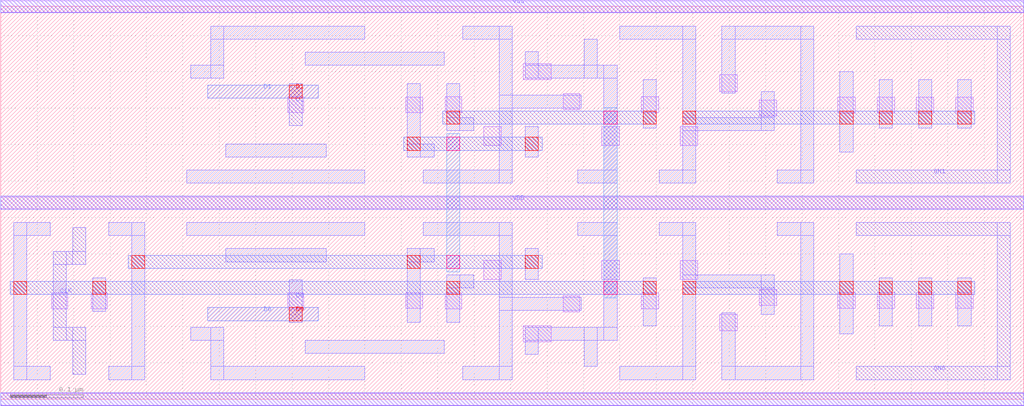
<source format=lef>
# BSD 3-Clause License
# 
# Copyright 2022 Lawrence T. Clark, Vinay Vashishtha, or Arizona State
# University
# 
# Redistribution and use in source and binary forms, with or without
# modification, are permitted provided that the following conditions are met:
# 
# 1. Redistributions of source code must retain the above copyright notice,
# this list of conditions and the following disclaimer.
# 
# 2. Redistributions in binary form must reproduce the above copyright
# notice, this list of conditions and the following disclaimer in the
# documentation and/or other materials provided with the distribution.
# 
# 3. Neither the name of the copyright holder nor the names of its
# contributors may be used to endorse or promote products derived from this
# software without specific prior written permission.
# 
# THIS SOFTWARE IS PROVIDED BY THE COPYRIGHT HOLDERS AND CONTRIBUTORS "AS IS"
# AND ANY EXPRESS OR IMPLIED WARRANTIES, INCLUDING, BUT NOT LIMITED TO, THE
# IMPLIED WARRANTIES OF MERCHANTABILITY AND FITNESS FOR A PARTICULAR PURPOSE
# ARE DISCLAIMED. IN NO EVENT SHALL THE COPYRIGHT HOLDER OR CONTRIBUTORS BE
# LIABLE FOR ANY DIRECT, INDIRECT, INCIDENTAL, SPECIAL, EXEMPLARY, OR
# CONSEQUENTIAL DAMAGES (INCLUDING, BUT NOT LIMITED TO, PROCUREMENT OF
# SUBSTITUTE GOODS OR SERVICES; LOSS OF USE, DATA, OR PROFITS; OR BUSINESS
# INTERRUPTION) HOWEVER CAUSED AND ON ANY THEORY OF LIABILITY, WHETHER IN
# CONTRACT, STRICT LIABILITY, OR TORT (INCLUDING NEGLIGENCE OR OTHERWISE)
# ARISING IN ANY WAY OUT OF THE USE OF THIS SOFTWARE, EVEN IF ADVISED OF THE
# POSSIBILITY OF SUCH DAMAGE.

VERSION 5.8 ;
BUSBITCHARS "[]" ;
DIVIDERCHAR "/" ;

SITE asap7sc7p5t
 CLASS CORE ;
 SIZE 0.054 BY 0.270 ;
 SYMMETRY Y ;
END asap7sc7p5t

MACRO A2O1A1Ixp33_ASAP7_75t_R
  CLASS CORE ;
  ORIGIN 0 0 ;
  FOREIGN A2O1A1Ixp33_ASAP7_75t_R 0 0 ;
  SIZE 0.324 BY 0.27 ;
  SYMMETRY X Y ;
  SITE asap7sc7p5t ;
  PIN A1
    DIRECTION INPUT ;
    USE SIGNAL ;
    PORT
      LAYER M1 ;
        RECT 0.072 0.07 0.09 0.2 ;
    END
  END A1
  PIN A2
    DIRECTION INPUT ;
    USE SIGNAL ;
    PORT
      LAYER M1 ;
        RECT 0.126 0.07 0.144 0.2 ;
    END
  END A2
  PIN B
    DIRECTION INPUT ;
    USE SIGNAL ;
    PORT
      LAYER M1 ;
        RECT 0.18 0.07 0.198 0.2 ;
    END
  END B
  PIN C
    DIRECTION INPUT ;
    USE SIGNAL ;
    PORT
      LAYER M1 ;
        RECT 0.234 0.081 0.252 0.19 ;
    END
  END C
  PIN VDD
    DIRECTION INOUT ;
    USE POWER ;
    SHAPE ABUTMENT ;
    PORT
      LAYER M1 ;
        RECT 0 0.261 0.324 0.279 ;
    END
  END VDD
  PIN VSS
    DIRECTION INOUT ;
    USE GROUND ;
    SHAPE ABUTMENT ;
    PORT
      LAYER M1 ;
        RECT 0 -0.009 0.324 0.009 ;
    END
  END VSS
  PIN Y
    DIRECTION OUTPUT ;
    USE SIGNAL ;
    PORT
      LAYER M1 ;
        RECT 0.214 0.215 0.306 0.233 ;
        RECT 0.288 0.037 0.306 0.233 ;
        RECT 0.262 0.037 0.306 0.055 ;
    END
  END Y
  OBS
    LAYER M1 ;
      RECT 0.04 0.027 0.23 0.045 ;
      RECT 0.04 0.225 0.176 0.243 ;
  END
END A2O1A1Ixp33_ASAP7_75t_R

MACRO A2O1A1O1Ixp25_ASAP7_75t_R
  CLASS CORE ;
  ORIGIN 0 0 ;
  FOREIGN A2O1A1O1Ixp25_ASAP7_75t_R 0 0 ;
  SIZE 0.486 BY 0.27 ;
  SYMMETRY X Y ;
  SITE asap7sc7p5t ;
  PIN A1
    DIRECTION INPUT ;
    USE SIGNAL ;
    PORT
      LAYER M1 ;
        RECT 0.126 0.07 0.144 0.2 ;
    END
  END A1
  PIN A2
    DIRECTION INPUT ;
    USE SIGNAL ;
    PORT
      LAYER M1 ;
        RECT 0.072 0.07 0.09 0.2 ;
    END
  END A2
  PIN B
    DIRECTION INPUT ;
    USE SIGNAL ;
    PORT
      LAYER M1 ;
        RECT 0.18 0.07 0.198 0.2 ;
    END
  END B
  PIN C
    DIRECTION INPUT ;
    USE SIGNAL ;
    PORT
      LAYER M1 ;
        RECT 0.234 0.07 0.252 0.2 ;
    END
  END C
  PIN D
    DIRECTION INPUT ;
    USE SIGNAL ;
    PORT
      LAYER M1 ;
        RECT 0.342 0.127 0.414 0.145 ;
        RECT 0.342 0.07 0.36 0.2 ;
    END
  END D
  PIN VDD
    DIRECTION INOUT ;
    USE POWER ;
    SHAPE ABUTMENT ;
    PORT
      LAYER M1 ;
        RECT 0 0.261 0.486 0.279 ;
    END
  END VDD
  PIN VSS
    DIRECTION INOUT ;
    USE GROUND ;
    SHAPE ABUTMENT ;
    PORT
      LAYER M1 ;
        RECT 0 -0.009 0.486 0.009 ;
    END
  END VSS
  PIN Y
    DIRECTION OUTPUT ;
    USE SIGNAL ;
    PORT
      LAYER M1 ;
        RECT 0.423 0.225 0.468 0.243 ;
        RECT 0.45 0.027 0.468 0.243 ;
        RECT 0.261 0.027 0.468 0.045 ;
    END
  END Y
  OBS
    LAYER M1 ;
      RECT 0.207 0.225 0.387 0.243 ;
      RECT 0.04 0.027 0.225 0.045 ;
      RECT 0.04 0.225 0.171 0.243 ;
  END
END A2O1A1O1Ixp25_ASAP7_75t_R

MACRO AND2x2_ASAP7_75t_R
  CLASS CORE ;
  ORIGIN 0 0 ;
  FOREIGN AND2x2_ASAP7_75t_R 0 0 ;
  SIZE 0.324 BY 0.27 ;
  SYMMETRY X Y ;
  SITE asap7sc7p5t ;
  PIN A
    DIRECTION INPUT ;
    USE SIGNAL ;
    PORT
      LAYER M1 ;
        RECT 0.126 0.07 0.144 0.2 ;
    END
  END A
  PIN B
    DIRECTION INPUT ;
    USE SIGNAL ;
    PORT
      LAYER M1 ;
        RECT 0.018 0.126 0.084 0.144 ;
        RECT 0.018 0.034 0.036 0.236 ;
    END
  END B
  PIN VDD
    DIRECTION INOUT ;
    USE POWER ;
    SHAPE ABUTMENT ;
    PORT
      LAYER M1 ;
        RECT 0 0.261 0.324 0.279 ;
    END
  END VDD
  PIN VSS
    DIRECTION INOUT ;
    USE GROUND ;
    SHAPE ABUTMENT ;
    PORT
      LAYER M1 ;
        RECT 0 -0.009 0.324 0.009 ;
    END
  END VSS
  PIN Y
    DIRECTION OUTPUT ;
    USE SIGNAL ;
    PORT
      LAYER M1 ;
        RECT 0.207 0.225 0.306 0.243 ;
        RECT 0.288 0.027 0.306 0.243 ;
        RECT 0.207 0.027 0.306 0.045 ;
        RECT 0.207 0.184 0.225 0.243 ;
        RECT 0.207 0.027 0.225 0.086 ;
    END
  END Y
  OBS
    LAYER M1 ;
      RECT 0.094 0.225 0.18 0.243 ;
      RECT 0.162 0.027 0.18 0.243 ;
      RECT 0.162 0.126 0.203 0.144 ;
      RECT 0.07 0.027 0.088 0.086 ;
      RECT 0.07 0.027 0.18 0.045 ;
  END
END AND2x2_ASAP7_75t_R

MACRO AND2x4_ASAP7_75t_R
  CLASS CORE ;
  ORIGIN 0 0 ;
  FOREIGN AND2x4_ASAP7_75t_R 0 0 ;
  SIZE 0.54 BY 0.27 ;
  SYMMETRY X Y ;
  SITE asap7sc7p5t ;
  PIN A
    DIRECTION INPUT ;
    USE SIGNAL ;
    PORT
      LAYER M1 ;
        RECT 0.234 0.028 0.252 0.15 ;
        RECT 0.072 0.028 0.252 0.046 ;
        RECT 0.072 0.028 0.09 0.2 ;
    END
  END A
  PIN B
    DIRECTION INPUT ;
    USE SIGNAL ;
    PORT
      LAYER M1 ;
        RECT 0.126 0.107 0.144 0.2 ;
    END
  END B
  PIN VDD
    DIRECTION INOUT ;
    USE POWER ;
    SHAPE ABUTMENT ;
    PORT
      LAYER M1 ;
        RECT 0 0.261 0.54 0.279 ;
    END
  END VDD
  PIN VSS
    DIRECTION INOUT ;
    USE GROUND ;
    SHAPE ABUTMENT ;
    PORT
      LAYER M1 ;
        RECT 0 -0.009 0.54 0.009 ;
    END
  END VSS
  PIN Y
    DIRECTION OUTPUT ;
    USE SIGNAL ;
    PORT
      LAYER M1 ;
        RECT 0.31 0.225 0.468 0.243 ;
        RECT 0.45 0.027 0.468 0.243 ;
        RECT 0.31 0.027 0.468 0.045 ;
    END
  END Y
  OBS
    LAYER M1 ;
      RECT 0.094 0.225 0.231 0.243 ;
      RECT 0.18 0.064 0.198 0.243 ;
      RECT 0.179 0.182 0.306 0.2 ;
      RECT 0.288 0.121 0.306 0.2 ;
      RECT 0.115 0.064 0.198 0.082 ;
  END
END AND2x4_ASAP7_75t_R

MACRO AND2x6_ASAP7_75t_R
  CLASS CORE ;
  ORIGIN 0 0 ;
  FOREIGN AND2x6_ASAP7_75t_R 0 0 ;
  SIZE 0.648 BY 0.27 ;
  SYMMETRY X Y ;
  SITE asap7sc7p5t ;
  PIN A
    DIRECTION INPUT ;
    USE SIGNAL ;
    PORT
      LAYER M1 ;
        RECT 0.234 0.028 0.252 0.15 ;
        RECT 0.072 0.028 0.252 0.046 ;
        RECT 0.072 0.028 0.09 0.2 ;
    END
  END A
  PIN B
    DIRECTION INPUT ;
    USE SIGNAL ;
    PORT
      LAYER M1 ;
        RECT 0.126 0.107 0.144 0.2 ;
    END
  END B
  PIN VDD
    DIRECTION INOUT ;
    USE POWER ;
    SHAPE ABUTMENT ;
    PORT
      LAYER M1 ;
        RECT 0 0.261 0.648 0.279 ;
    END
  END VDD
  PIN VSS
    DIRECTION INOUT ;
    USE GROUND ;
    SHAPE ABUTMENT ;
    PORT
      LAYER M1 ;
        RECT 0 -0.009 0.648 0.009 ;
    END
  END VSS
  PIN Y
    DIRECTION OUTPUT ;
    USE SIGNAL ;
    PORT
      LAYER M1 ;
        RECT 0.31 0.225 0.554 0.243 ;
        RECT 0.31 0.027 0.554 0.045 ;
        RECT 0.45 0.027 0.468 0.243 ;
    END
  END Y
  OBS
    LAYER M1 ;
      RECT 0.094 0.225 0.231 0.243 ;
      RECT 0.18 0.064 0.198 0.243 ;
      RECT 0.179 0.182 0.306 0.2 ;
      RECT 0.288 0.121 0.306 0.2 ;
      RECT 0.115 0.064 0.198 0.082 ;
  END
END AND2x6_ASAP7_75t_R

MACRO AND3x1_ASAP7_75t_R
  CLASS CORE ;
  ORIGIN 0 0 ;
  FOREIGN AND3x1_ASAP7_75t_R 0 0 ;
  SIZE 0.324 BY 0.27 ;
  SYMMETRY X Y ;
  SITE asap7sc7p5t ;
  PIN A
    DIRECTION INPUT ;
    USE SIGNAL ;
    PORT
      LAYER M1 ;
        RECT 0.072 0.07 0.09 0.2 ;
    END
  END A
  PIN B
    DIRECTION INPUT ;
    USE SIGNAL ;
    PORT
      LAYER M1 ;
        RECT 0.126 0.07 0.144 0.2 ;
    END
  END B
  PIN C
    DIRECTION INPUT ;
    USE SIGNAL ;
    PORT
      LAYER M1 ;
        RECT 0.18 0.07 0.198 0.2 ;
    END
  END C
  PIN VDD
    DIRECTION INOUT ;
    USE POWER ;
    SHAPE ABUTMENT ;
    PORT
      LAYER M1 ;
        RECT 0 0.261 0.324 0.279 ;
    END
  END VDD
  PIN VSS
    DIRECTION INOUT ;
    USE GROUND ;
    SHAPE ABUTMENT ;
    PORT
      LAYER M1 ;
        RECT 0 -0.009 0.324 0.009 ;
    END
  END VSS
  PIN Y
    DIRECTION OUTPUT ;
    USE SIGNAL ;
    PORT
      LAYER M1 ;
        RECT 0.261 0.183 0.306 0.201 ;
        RECT 0.288 0.076 0.306 0.201 ;
        RECT 0.261 0.076 0.306 0.094 ;
        RECT 0.261 0.183 0.279 0.235 ;
        RECT 0.261 0.034 0.279 0.094 ;
    END
  END Y
  OBS
    LAYER M1 ;
      RECT 0.04 0.225 0.234 0.243 ;
      RECT 0.216 0.027 0.234 0.243 ;
      RECT 0.216 0.126 0.263 0.144 ;
      RECT 0.04 0.027 0.234 0.045 ;
  END
END AND3x1_ASAP7_75t_R

MACRO AND3x2_ASAP7_75t_R
  CLASS CORE ;
  ORIGIN 0 0 ;
  FOREIGN AND3x2_ASAP7_75t_R 0 0 ;
  SIZE 0.378 BY 0.27 ;
  SYMMETRY X Y ;
  SITE asap7sc7p5t ;
  PIN A
    DIRECTION INPUT ;
    USE SIGNAL ;
    PORT
      LAYER M1 ;
        RECT 0.072 0.07 0.09 0.2 ;
    END
  END A
  PIN B
    DIRECTION INPUT ;
    USE SIGNAL ;
    PORT
      LAYER M1 ;
        RECT 0.126 0.07 0.144 0.2 ;
    END
  END B
  PIN C
    DIRECTION INPUT ;
    USE SIGNAL ;
    PORT
      LAYER M1 ;
        RECT 0.18 0.07 0.198 0.2 ;
    END
  END C
  PIN VDD
    DIRECTION INOUT ;
    USE POWER ;
    SHAPE ABUTMENT ;
    PORT
      LAYER M1 ;
        RECT 0 0.261 0.378 0.279 ;
    END
  END VDD
  PIN VSS
    DIRECTION INOUT ;
    USE GROUND ;
    SHAPE ABUTMENT ;
    PORT
      LAYER M1 ;
        RECT 0 -0.009 0.378 0.009 ;
    END
  END VSS
  PIN Y
    DIRECTION OUTPUT ;
    USE SIGNAL ;
    PORT
      LAYER M1 ;
        RECT 0.261 0.225 0.36 0.243 ;
        RECT 0.342 0.027 0.36 0.243 ;
        RECT 0.261 0.027 0.36 0.045 ;
        RECT 0.261 0.184 0.279 0.243 ;
        RECT 0.261 0.027 0.279 0.086 ;
    END
  END Y
  OBS
    LAYER M1 ;
      RECT 0.04 0.225 0.234 0.243 ;
      RECT 0.216 0.027 0.234 0.243 ;
      RECT 0.216 0.126 0.284 0.144 ;
      RECT 0.04 0.027 0.234 0.045 ;
  END
END AND3x2_ASAP7_75t_R

MACRO AND3x4_ASAP7_75t_R
  CLASS CORE ;
  ORIGIN 0 0 ;
  FOREIGN AND3x4_ASAP7_75t_R 0 0 ;
  SIZE 0.756 BY 0.27 ;
  SYMMETRY X Y ;
  SITE asap7sc7p5t ;
  PIN A
    DIRECTION INPUT ;
    USE SIGNAL ;
    PORT
      LAYER M1 ;
        RECT 0.612 0.189 0.649 0.207 ;
        RECT 0.612 0.099 0.649 0.117 ;
        RECT 0.612 0.099 0.63 0.207 ;
    END
  END A
  PIN B
    DIRECTION INPUT ;
    USE SIGNAL ;
    PORT
      LAYER M1 ;
        RECT 0.504 0.189 0.541 0.207 ;
        RECT 0.504 0.099 0.541 0.117 ;
        RECT 0.504 0.099 0.522 0.207 ;
    END
  END B
  PIN C
    DIRECTION INPUT ;
    USE SIGNAL ;
    PORT
      LAYER M1 ;
        RECT 0.342 0.07 0.36 0.2 ;
    END
  END C
  PIN VDD
    DIRECTION INOUT ;
    USE POWER ;
    SHAPE ABUTMENT ;
    PORT
      LAYER M1 ;
        RECT 0 0.261 0.756 0.279 ;
    END
  END VDD
  PIN VSS
    DIRECTION INOUT ;
    USE GROUND ;
    SHAPE ABUTMENT ;
    PORT
      LAYER M1 ;
        RECT 0 -0.009 0.756 0.009 ;
    END
  END VSS
  PIN Y
    DIRECTION OUTPUT ;
    USE SIGNAL ;
    PORT
      LAYER M1 ;
        RECT 0.018 0.225 0.23 0.243 ;
        RECT 0.018 0.027 0.23 0.045 ;
        RECT 0.018 0.027 0.036 0.243 ;
    END
  END Y
  OBS
    LAYER M1 ;
      RECT 0.26 0.225 0.746 0.243 ;
      RECT 0.728 0.027 0.746 0.243 ;
      RECT 0.26 0.042 0.278 0.243 ;
      RECT 0.218 0.126 0.278 0.144 ;
      RECT 0.634 0.027 0.746 0.045 ;
      RECT 0.472 0.063 0.701 0.081 ;
      RECT 0.31 0.027 0.554 0.045 ;
  END
END AND3x4_ASAP7_75t_R

MACRO AND4x1_ASAP7_75t_R
  CLASS CORE ;
  ORIGIN 0 0 ;
  FOREIGN AND4x1_ASAP7_75t_R 0 0 ;
  SIZE 0.378 BY 0.27 ;
  SYMMETRY X Y ;
  SITE asap7sc7p5t ;
  PIN A
    DIRECTION INPUT ;
    USE SIGNAL ;
    PORT
      LAYER M1 ;
        RECT 0.072 0.07 0.09 0.2 ;
    END
  END A
  PIN B
    DIRECTION INPUT ;
    USE SIGNAL ;
    PORT
      LAYER M1 ;
        RECT 0.126 0.034 0.144 0.2 ;
    END
  END B
  PIN C
    DIRECTION INPUT ;
    USE SIGNAL ;
    PORT
      LAYER M1 ;
        RECT 0.18 0.034 0.198 0.2 ;
    END
  END C
  PIN D
    DIRECTION INPUT ;
    USE SIGNAL ;
    PORT
      LAYER M1 ;
        RECT 0.234 0.034 0.252 0.164 ;
    END
  END D
  PIN VDD
    DIRECTION INOUT ;
    USE POWER ;
    SHAPE ABUTMENT ;
    PORT
      LAYER M1 ;
        RECT 0 0.261 0.378 0.279 ;
    END
  END VDD
  PIN VSS
    DIRECTION INOUT ;
    USE GROUND ;
    SHAPE ABUTMENT ;
    PORT
      LAYER M1 ;
        RECT 0 -0.009 0.378 0.009 ;
    END
  END VSS
  PIN Y
    DIRECTION OUTPUT ;
    USE SIGNAL ;
    PORT
      LAYER M1 ;
        RECT 0.299 0.225 0.36 0.243 ;
        RECT 0.342 0.027 0.36 0.243 ;
        RECT 0.31 0.027 0.36 0.045 ;
    END
  END Y
  OBS
    LAYER M1 ;
      RECT 0.018 0.225 0.252 0.243 ;
      RECT 0.234 0.189 0.252 0.243 ;
      RECT 0.018 0.027 0.036 0.243 ;
      RECT 0.234 0.189 0.306 0.207 ;
      RECT 0.288 0.12 0.306 0.207 ;
      RECT 0.018 0.027 0.085 0.045 ;
  END
END AND4x1_ASAP7_75t_R

MACRO AND4x2_ASAP7_75t_R
  CLASS CORE ;
  ORIGIN 0 0 ;
  FOREIGN AND4x2_ASAP7_75t_R 0 0 ;
  SIZE 0.432 BY 0.27 ;
  SYMMETRY X Y ;
  SITE asap7sc7p5t ;
  PIN A
    DIRECTION INPUT ;
    USE SIGNAL ;
    PORT
      LAYER M1 ;
        RECT 0.342 0.07 0.36 0.2 ;
    END
  END A
  PIN B
    DIRECTION INPUT ;
    USE SIGNAL ;
    PORT
      LAYER M1 ;
        RECT 0.288 0.034 0.306 0.2 ;
    END
  END B
  PIN C
    DIRECTION INPUT ;
    USE SIGNAL ;
    PORT
      LAYER M1 ;
        RECT 0.234 0.034 0.252 0.2 ;
    END
  END C
  PIN D
    DIRECTION INPUT ;
    USE SIGNAL ;
    PORT
      LAYER M1 ;
        RECT 0.18 0.034 0.198 0.164 ;
    END
  END D
  PIN VDD
    DIRECTION INOUT ;
    USE POWER ;
    SHAPE ABUTMENT ;
    PORT
      LAYER M1 ;
        RECT 0 0.261 0.432 0.279 ;
    END
  END VDD
  PIN VSS
    DIRECTION INOUT ;
    USE GROUND ;
    SHAPE ABUTMENT ;
    PORT
      LAYER M1 ;
        RECT 0 -0.009 0.432 0.009 ;
    END
  END VSS
  PIN Y
    DIRECTION OUTPUT ;
    USE SIGNAL ;
    PORT
      LAYER M1 ;
        RECT 0.018 0.225 0.122 0.243 ;
        RECT 0.018 0.027 0.122 0.045 ;
        RECT 0.018 0.027 0.036 0.243 ;
    END
  END Y
  OBS
    LAYER M1 ;
      RECT 0.153 0.225 0.414 0.243 ;
      RECT 0.396 0.027 0.414 0.243 ;
      RECT 0.153 0.189 0.171 0.243 ;
      RECT 0.099 0.189 0.171 0.207 ;
      RECT 0.099 0.119 0.117 0.207 ;
      RECT 0.364 0.027 0.414 0.045 ;
  END
END AND4x2_ASAP7_75t_R

MACRO AND5x1_ASAP7_75t_R
  CLASS CORE ;
  ORIGIN 0 0 ;
  FOREIGN AND5x1_ASAP7_75t_R 0 0 ;
  SIZE 0.432 BY 0.27 ;
  SYMMETRY X Y ;
  SITE asap7sc7p5t ;
  PIN A
    DIRECTION INPUT ;
    USE SIGNAL ;
    PORT
      LAYER M1 ;
        RECT 0.072 0.07 0.09 0.2 ;
    END
  END A
  PIN B
    DIRECTION INPUT ;
    USE SIGNAL ;
    PORT
      LAYER M1 ;
        RECT 0.126 0.034 0.144 0.2 ;
    END
  END B
  PIN C
    DIRECTION INPUT ;
    USE SIGNAL ;
    PORT
      LAYER M1 ;
        RECT 0.18 0.034 0.198 0.2 ;
    END
  END C
  PIN D
    DIRECTION INPUT ;
    USE SIGNAL ;
    PORT
      LAYER M1 ;
        RECT 0.234 0.034 0.252 0.2 ;
    END
  END D
  PIN E
    DIRECTION INPUT ;
    USE SIGNAL ;
    PORT
      LAYER M1 ;
        RECT 0.288 0.034 0.306 0.164 ;
    END
  END E
  PIN VDD
    DIRECTION INOUT ;
    USE POWER ;
    SHAPE ABUTMENT ;
    PORT
      LAYER M1 ;
        RECT 0 0.261 0.432 0.279 ;
    END
  END VDD
  PIN VSS
    DIRECTION INOUT ;
    USE GROUND ;
    SHAPE ABUTMENT ;
    PORT
      LAYER M1 ;
        RECT 0 -0.009 0.432 0.009 ;
    END
  END VSS
  PIN Y
    DIRECTION OUTPUT ;
    USE SIGNAL ;
    PORT
      LAYER M1 ;
        RECT 0.349 0.225 0.414 0.243 ;
        RECT 0.396 0.027 0.414 0.243 ;
        RECT 0.35 0.027 0.414 0.045 ;
    END
  END Y
  OBS
    LAYER M1 ;
      RECT 0.018 0.225 0.306 0.243 ;
      RECT 0.288 0.189 0.306 0.243 ;
      RECT 0.018 0.027 0.036 0.243 ;
      RECT 0.288 0.189 0.36 0.207 ;
      RECT 0.342 0.116 0.36 0.207 ;
      RECT 0.018 0.027 0.07 0.045 ;
  END
END AND5x1_ASAP7_75t_R

MACRO AND5x2_ASAP7_75t_R
  CLASS CORE ;
  ORIGIN 0 0 ;
  FOREIGN AND5x2_ASAP7_75t_R 0 0 ;
  SIZE 1.08 BY 0.27 ;
  SYMMETRY X Y ;
  SITE asap7sc7p5t ;
  PIN A
    DIRECTION INPUT ;
    USE SIGNAL ;
    PORT
      LAYER M1 ;
        RECT 0.72 0.189 0.757 0.207 ;
        RECT 0.72 0.099 0.757 0.117 ;
        RECT 0.72 0.099 0.738 0.207 ;
    END
  END A
  PIN B
    DIRECTION INPUT ;
    USE SIGNAL ;
    PORT
      LAYER M1 ;
        RECT 0.593 0.189 0.63 0.207 ;
        RECT 0.612 0.099 0.63 0.207 ;
        RECT 0.593 0.099 0.63 0.117 ;
    END
  END B
  PIN C
    DIRECTION INPUT ;
    USE SIGNAL ;
    PORT
      LAYER M1 ;
        RECT 0.45 0.189 0.487 0.207 ;
        RECT 0.45 0.099 0.487 0.117 ;
        RECT 0.45 0.099 0.468 0.207 ;
    END
  END C
  PIN D
    DIRECTION INPUT ;
    USE SIGNAL ;
    PORT
      LAYER M1 ;
        RECT 0.269 0.189 0.306 0.207 ;
        RECT 0.288 0.099 0.306 0.207 ;
        RECT 0.269 0.099 0.306 0.117 ;
    END
  END D
  PIN E
    DIRECTION INPUT ;
    USE SIGNAL ;
    PORT
      LAYER M1 ;
        RECT 0.018 0.126 0.095 0.144 ;
        RECT 0.018 0.034 0.036 0.236 ;
    END
  END E
  PIN VDD
    DIRECTION INOUT ;
    USE POWER ;
    SHAPE ABUTMENT ;
    PORT
      LAYER M1 ;
        RECT 0 0.261 1.08 0.279 ;
    END
  END VDD
  PIN VSS
    DIRECTION INOUT ;
    USE GROUND ;
    SHAPE ABUTMENT ;
    PORT
      LAYER M1 ;
        RECT 0 -0.009 1.08 0.009 ;
    END
  END VSS
  PIN Y
    DIRECTION OUTPUT ;
    USE SIGNAL ;
    PORT
      LAYER M1 ;
        RECT 0.958 0.225 1.062 0.243 ;
        RECT 1.044 0.027 1.062 0.243 ;
        RECT 0.958 0.027 1.062 0.045 ;
    END
  END Y
  OBS
    LAYER M1 ;
      RECT 0.148 0.225 0.9 0.243 ;
      RECT 0.882 0.027 0.9 0.243 ;
      RECT 0.882 0.126 0.942 0.144 ;
      RECT 0.742 0.027 0.9 0.045 ;
      RECT 0.58 0.063 0.824 0.081 ;
      RECT 0.418 0.027 0.662 0.045 ;
      RECT 0.256 0.063 0.5 0.081 ;
      RECT 0.094 0.027 0.338 0.045 ;
  END
END AND5x2_ASAP7_75t_R

MACRO AO211x2_ASAP7_75t_R
  CLASS CORE ;
  ORIGIN 0 0 ;
  FOREIGN AO211x2_ASAP7_75t_R 0 0 ;
  SIZE 0.864 BY 0.27 ;
  SYMMETRY X Y ;
  SITE asap7sc7p5t ;
  PIN A1
    DIRECTION INPUT ;
    USE SIGNAL ;
    PORT
      LAYER M1 ;
        RECT 0.018 0.126 0.095 0.144 ;
        RECT 0.018 0.189 0.055 0.207 ;
        RECT 0.018 0.027 0.055 0.045 ;
        RECT 0.018 0.027 0.036 0.207 ;
    END
  END A1
  PIN A2
    DIRECTION INPUT ;
    USE SIGNAL ;
    PORT
      LAYER M1 ;
        RECT 0.126 0.126 0.203 0.144 ;
        RECT 0.107 0.189 0.144 0.207 ;
        RECT 0.126 0.063 0.144 0.207 ;
        RECT 0.107 0.063 0.144 0.081 ;
    END
  END A2
  PIN B
    DIRECTION INPUT ;
    USE SIGNAL ;
    PORT
      LAYER M1 ;
        RECT 0.234 0.126 0.311 0.144 ;
        RECT 0.215 0.189 0.252 0.207 ;
        RECT 0.234 0.063 0.252 0.207 ;
        RECT 0.215 0.063 0.252 0.081 ;
    END
  END B
  PIN C
    DIRECTION INPUT ;
    USE SIGNAL ;
    PORT
      LAYER M1 ;
        RECT 0.504 0.153 0.541 0.171 ;
        RECT 0.504 0.063 0.522 0.171 ;
        RECT 0.485 0.063 0.522 0.081 ;
    END
  END C
  PIN VDD
    DIRECTION INOUT ;
    USE POWER ;
    SHAPE ABUTMENT ;
    PORT
      LAYER M1 ;
        RECT 0 0.261 0.864 0.279 ;
    END
  END VDD
  PIN VSS
    DIRECTION INOUT ;
    USE GROUND ;
    SHAPE ABUTMENT ;
    PORT
      LAYER M1 ;
        RECT 0 -0.009 0.864 0.009 ;
    END
  END VSS
  PIN Y
    DIRECTION OUTPUT ;
    USE SIGNAL ;
    PORT
      LAYER M1 ;
        RECT 0.742 0.225 0.846 0.243 ;
        RECT 0.828 0.027 0.846 0.243 ;
        RECT 0.742 0.027 0.846 0.045 ;
    END
  END Y
  OBS
    LAYER M1 ;
      RECT 0.526 0.225 0.684 0.243 ;
      RECT 0.666 0.027 0.684 0.243 ;
      RECT 0.666 0.125 0.743 0.143 ;
      RECT 0.094 0.027 0.684 0.045 ;
      RECT 0.31 0.189 0.608 0.207 ;
      RECT 0.04 0.225 0.393 0.243 ;
  END
END AO211x2_ASAP7_75t_R

MACRO AO21x1_ASAP7_75t_R
  CLASS CORE ;
  ORIGIN 0 0 ;
  FOREIGN AO21x1_ASAP7_75t_R 0 0 ;
  SIZE 0.324 BY 0.27 ;
  SYMMETRY X Y ;
  SITE asap7sc7p5t ;
  PIN A1
    DIRECTION INPUT ;
    USE SIGNAL ;
    PORT
      LAYER M1 ;
        RECT 0.018 0.126 0.095 0.144 ;
        RECT 0.018 0.189 0.055 0.207 ;
        RECT 0.018 0.034 0.036 0.207 ;
    END
  END A1
  PIN A2
    DIRECTION INPUT ;
    USE SIGNAL ;
    PORT
      LAYER M1 ;
        RECT 0.126 0.07 0.144 0.164 ;
    END
  END A2
  PIN B
    DIRECTION INPUT ;
    USE SIGNAL ;
    PORT
      LAYER M1 ;
        RECT 0.18 0.07 0.198 0.164 ;
    END
  END B
  PIN VDD
    DIRECTION INOUT ;
    USE POWER ;
    SHAPE ABUTMENT ;
    PORT
      LAYER M1 ;
        RECT 0 0.261 0.324 0.279 ;
    END
  END VDD
  PIN VSS
    DIRECTION INOUT ;
    USE GROUND ;
    SHAPE ABUTMENT ;
    PORT
      LAYER M1 ;
        RECT 0 -0.009 0.324 0.009 ;
    END
  END VSS
  PIN Y
    DIRECTION OUTPUT ;
    USE SIGNAL ;
    PORT
      LAYER M1 ;
        RECT 0.23 0.225 0.295 0.243 ;
        RECT 0.277 0.038 0.295 0.243 ;
    END
  END Y
  OBS
    LAYER M1 ;
      RECT 0.094 0.189 0.252 0.207 ;
      RECT 0.234 0.027 0.252 0.207 ;
      RECT 0.148 0.027 0.252 0.045 ;
      RECT 0.04 0.225 0.176 0.243 ;
  END
END AO21x1_ASAP7_75t_R

MACRO AO21x2_ASAP7_75t_R
  CLASS CORE ;
  ORIGIN 0 0 ;
  FOREIGN AO21x2_ASAP7_75t_R 0 0 ;
  SIZE 0.378 BY 0.27 ;
  SYMMETRY X Y ;
  SITE asap7sc7p5t ;
  PIN A1
    DIRECTION INPUT ;
    USE SIGNAL ;
    PORT
      LAYER M1 ;
        RECT 0.018 0.126 0.095 0.144 ;
        RECT 0.018 0.189 0.055 0.207 ;
        RECT 0.018 0.034 0.036 0.207 ;
    END
  END A1
  PIN A2
    DIRECTION INPUT ;
    USE SIGNAL ;
    PORT
      LAYER M1 ;
        RECT 0.126 0.07 0.144 0.164 ;
    END
  END A2
  PIN B
    DIRECTION INPUT ;
    USE SIGNAL ;
    PORT
      LAYER M1 ;
        RECT 0.18 0.07 0.198 0.164 ;
    END
  END B
  PIN VDD
    DIRECTION INOUT ;
    USE POWER ;
    SHAPE ABUTMENT ;
    PORT
      LAYER M1 ;
        RECT 0 0.261 0.378 0.279 ;
    END
  END VDD
  PIN VSS
    DIRECTION INOUT ;
    USE GROUND ;
    SHAPE ABUTMENT ;
    PORT
      LAYER M1 ;
        RECT 0 -0.009 0.378 0.009 ;
    END
  END VSS
  PIN Y
    DIRECTION OUTPUT ;
    USE SIGNAL ;
    PORT
      LAYER M1 ;
        RECT 0.23 0.225 0.333 0.243 ;
        RECT 0.315 0.069 0.333 0.243 ;
        RECT 0.276 0.069 0.333 0.087 ;
        RECT 0.276 0.038 0.294 0.087 ;
    END
  END Y
  OBS
    LAYER M1 ;
      RECT 0.094 0.189 0.252 0.207 ;
      RECT 0.234 0.027 0.252 0.207 ;
      RECT 0.148 0.027 0.252 0.045 ;
      RECT 0.04 0.225 0.176 0.243 ;
  END
END AO21x2_ASAP7_75t_R

MACRO AO221x1_ASAP7_75t_R
  CLASS CORE ;
  ORIGIN 0 0 ;
  FOREIGN AO221x1_ASAP7_75t_R 0 0 ;
  SIZE 0.54 BY 0.27 ;
  SYMMETRY X Y ;
  SITE asap7sc7p5t ;
  PIN A1
    DIRECTION INPUT ;
    USE SIGNAL ;
    PORT
      LAYER M1 ;
        RECT 0.234 0.07 0.252 0.164 ;
    END
  END A1
  PIN A2
    DIRECTION INPUT ;
    USE SIGNAL ;
    PORT
      LAYER M1 ;
        RECT 0.288 0.07 0.306 0.164 ;
    END
  END A2
  PIN B1
    DIRECTION INPUT ;
    USE SIGNAL ;
    PORT
      LAYER M1 ;
        RECT 0.072 0.07 0.09 0.164 ;
    END
  END B1
  PIN B2
    DIRECTION INPUT ;
    USE SIGNAL ;
    PORT
      LAYER M1 ;
        RECT 0.126 0.07 0.144 0.164 ;
    END
  END B2
  PIN C
    DIRECTION INPUT ;
    USE SIGNAL ;
    PORT
      LAYER M1 ;
        RECT 0.18 0.07 0.198 0.164 ;
    END
  END C
  PIN VDD
    DIRECTION INOUT ;
    USE POWER ;
    SHAPE ABUTMENT ;
    PORT
      LAYER M1 ;
        RECT 0 0.261 0.54 0.279 ;
    END
  END VDD
  PIN VSS
    DIRECTION INOUT ;
    USE GROUND ;
    SHAPE ABUTMENT ;
    PORT
      LAYER M1 ;
        RECT 0 -0.009 0.54 0.009 ;
    END
  END VSS
  PIN Y
    DIRECTION OUTPUT ;
    USE SIGNAL ;
    PORT
      LAYER M1 ;
        RECT 0.472 0.225 0.522 0.243 ;
        RECT 0.504 0.027 0.522 0.243 ;
        RECT 0.459 0.027 0.522 0.045 ;
    END
  END Y
  OBS
    LAYER M1 ;
      RECT 0.018 0.189 0.126 0.207 ;
      RECT 0.018 0.027 0.036 0.207 ;
      RECT 0.396 0.126 0.474 0.144 ;
      RECT 0.396 0.027 0.414 0.144 ;
      RECT 0.018 0.027 0.414 0.045 ;
      RECT 0.2 0.189 0.339 0.207 ;
      RECT 0.039 0.225 0.176 0.243 ;
  END
END AO221x1_ASAP7_75t_R

MACRO AO221x2_ASAP7_75t_R
  CLASS CORE ;
  ORIGIN 0 0 ;
  FOREIGN AO221x2_ASAP7_75t_R 0 0 ;
  SIZE 0.594 BY 0.27 ;
  SYMMETRY X Y ;
  SITE asap7sc7p5t ;
  PIN A1
    DIRECTION INPUT ;
    USE SIGNAL ;
    PORT
      LAYER M1 ;
        RECT 0.234 0.07 0.252 0.164 ;
    END
  END A1
  PIN A2
    DIRECTION INPUT ;
    USE SIGNAL ;
    PORT
      LAYER M1 ;
        RECT 0.288 0.07 0.306 0.164 ;
    END
  END A2
  PIN B1
    DIRECTION INPUT ;
    USE SIGNAL ;
    PORT
      LAYER M1 ;
        RECT 0.072 0.07 0.09 0.164 ;
    END
  END B1
  PIN B2
    DIRECTION INPUT ;
    USE SIGNAL ;
    PORT
      LAYER M1 ;
        RECT 0.126 0.07 0.144 0.164 ;
    END
  END B2
  PIN C
    DIRECTION INPUT ;
    USE SIGNAL ;
    PORT
      LAYER M1 ;
        RECT 0.18 0.07 0.198 0.164 ;
    END
  END C
  PIN VDD
    DIRECTION INOUT ;
    USE POWER ;
    SHAPE ABUTMENT ;
    PORT
      LAYER M1 ;
        RECT 0 0.261 0.594 0.279 ;
    END
  END VDD
  PIN VSS
    DIRECTION INOUT ;
    USE GROUND ;
    SHAPE ABUTMENT ;
    PORT
      LAYER M1 ;
        RECT 0 -0.009 0.594 0.009 ;
    END
  END VSS
  PIN Y
    DIRECTION OUTPUT ;
    USE SIGNAL ;
    PORT
      LAYER M1 ;
        RECT 0.472 0.225 0.549 0.243 ;
        RECT 0.531 0.027 0.549 0.243 ;
        RECT 0.459 0.027 0.549 0.045 ;
    END
  END Y
  OBS
    LAYER M1 ;
      RECT 0.018 0.189 0.126 0.207 ;
      RECT 0.018 0.027 0.036 0.207 ;
      RECT 0.396 0.126 0.474 0.144 ;
      RECT 0.396 0.027 0.414 0.144 ;
      RECT 0.018 0.027 0.414 0.045 ;
      RECT 0.2 0.189 0.339 0.207 ;
      RECT 0.039 0.225 0.176 0.243 ;
  END
END AO221x2_ASAP7_75t_R

MACRO AO222x2_ASAP7_75t_R
  CLASS CORE ;
  ORIGIN 0 0 ;
  FOREIGN AO222x2_ASAP7_75t_R 0 0 ;
  SIZE 0.648 BY 0.27 ;
  SYMMETRY X Y ;
  SITE asap7sc7p5t ;
  PIN A1
    DIRECTION INPUT ;
    USE SIGNAL ;
    PORT
      LAYER M1 ;
        RECT 0.396 0.07 0.414 0.2 ;
    END
  END A1
  PIN A2
    DIRECTION INPUT ;
    USE SIGNAL ;
    PORT
      LAYER M1 ;
        RECT 0.45 0.07 0.468 0.2 ;
    END
  END A2
  PIN B1
    DIRECTION INPUT ;
    USE SIGNAL ;
    PORT
      LAYER M1 ;
        RECT 0.234 0.07 0.252 0.164 ;
    END
  END B1
  PIN B2
    DIRECTION INPUT ;
    USE SIGNAL ;
    PORT
      LAYER M1 ;
        RECT 0.18 0.07 0.198 0.164 ;
    END
  END B2
  PIN C1
    DIRECTION INPUT ;
    USE SIGNAL ;
    PORT
      LAYER M1 ;
        RECT 0.072 0.07 0.09 0.164 ;
    END
  END C1
  PIN C2
    DIRECTION INPUT ;
    USE SIGNAL ;
    PORT
      LAYER M1 ;
        RECT 0.126 0.07 0.144 0.164 ;
    END
  END C2
  PIN VDD
    DIRECTION INOUT ;
    USE POWER ;
    SHAPE ABUTMENT ;
    PORT
      LAYER M1 ;
        RECT 0 0.261 0.648 0.279 ;
    END
  END VDD
  PIN VSS
    DIRECTION INOUT ;
    USE GROUND ;
    SHAPE ABUTMENT ;
    PORT
      LAYER M1 ;
        RECT 0 -0.009 0.648 0.009 ;
    END
  END VSS
  PIN Y
    DIRECTION OUTPUT ;
    USE SIGNAL ;
    PORT
      LAYER M1 ;
        RECT 0.526 0.225 0.63 0.243 ;
        RECT 0.612 0.027 0.63 0.243 ;
        RECT 0.531 0.027 0.63 0.045 ;
        RECT 0.531 0.027 0.549 0.081 ;
    END
  END Y
  OBS
    LAYER M1 ;
      RECT 0.009 0.189 0.122 0.207 ;
      RECT 0.009 0.027 0.027 0.207 ;
      RECT 0.486 0.126 0.554 0.144 ;
      RECT 0.486 0.027 0.504 0.144 ;
      RECT 0.009 0.027 0.504 0.045 ;
      RECT 0.342 0.225 0.468 0.243 ;
      RECT 0.342 0.189 0.36 0.243 ;
      RECT 0.202 0.189 0.36 0.207 ;
      RECT 0.04 0.225 0.284 0.243 ;
  END
END AO222x2_ASAP7_75t_R

MACRO AO22x1_ASAP7_75t_R
  CLASS CORE ;
  ORIGIN 0 0 ;
  FOREIGN AO22x1_ASAP7_75t_R 0 0 ;
  SIZE 0.486 BY 0.27 ;
  SYMMETRY X Y ;
  SITE asap7sc7p5t ;
  PIN A1
    DIRECTION INPUT ;
    USE SIGNAL ;
    PORT
      LAYER M1 ;
        RECT 0.018 0.126 0.095 0.144 ;
        RECT 0.018 0.189 0.055 0.207 ;
        RECT 0.018 0.027 0.055 0.045 ;
        RECT 0.018 0.027 0.036 0.207 ;
    END
  END A1
  PIN A2
    DIRECTION INPUT ;
    USE SIGNAL ;
    PORT
      LAYER M1 ;
        RECT 0.107 0.189 0.144 0.207 ;
        RECT 0.126 0.063 0.144 0.207 ;
        RECT 0.107 0.063 0.144 0.081 ;
    END
  END A2
  PIN B1
    DIRECTION INPUT ;
    USE SIGNAL ;
    PORT
      LAYER M1 ;
        RECT 0.234 0.063 0.287 0.081 ;
        RECT 0.234 0.063 0.252 0.164 ;
    END
  END B1
  PIN B2
    DIRECTION INPUT ;
    USE SIGNAL ;
    PORT
      LAYER M1 ;
        RECT 0.18 0.07 0.198 0.164 ;
    END
  END B2
  PIN VDD
    DIRECTION INOUT ;
    USE POWER ;
    SHAPE ABUTMENT ;
    PORT
      LAYER M1 ;
        RECT 0 0.261 0.486 0.279 ;
    END
  END VDD
  PIN VSS
    DIRECTION INOUT ;
    USE GROUND ;
    SHAPE ABUTMENT ;
    PORT
      LAYER M1 ;
        RECT 0 -0.009 0.486 0.009 ;
    END
  END VSS
  PIN Y
    DIRECTION OUTPUT ;
    USE SIGNAL ;
    PORT
      LAYER M1 ;
        RECT 0.418 0.225 0.468 0.243 ;
        RECT 0.45 0.027 0.468 0.243 ;
        RECT 0.418 0.027 0.468 0.045 ;
    END
  END Y
  OBS
    LAYER M1 ;
      RECT 0.202 0.189 0.36 0.207 ;
      RECT 0.342 0.027 0.36 0.207 ;
      RECT 0.342 0.126 0.419 0.144 ;
      RECT 0.107 0.027 0.36 0.045 ;
      RECT 0.04 0.225 0.284 0.243 ;
  END
END AO22x1_ASAP7_75t_R

MACRO AO22x2_ASAP7_75t_R
  CLASS CORE ;
  ORIGIN 0 0 ;
  FOREIGN AO22x2_ASAP7_75t_R 0 0 ;
  SIZE 0.54 BY 0.27 ;
  SYMMETRY X Y ;
  SITE asap7sc7p5t ;
  PIN A1
    DIRECTION INPUT ;
    USE SIGNAL ;
    PORT
      LAYER M1 ;
        RECT 0.018 0.126 0.095 0.144 ;
        RECT 0.018 0.189 0.055 0.207 ;
        RECT 0.018 0.027 0.055 0.045 ;
        RECT 0.018 0.027 0.036 0.207 ;
    END
  END A1
  PIN A2
    DIRECTION INPUT ;
    USE SIGNAL ;
    PORT
      LAYER M1 ;
        RECT 0.107 0.189 0.144 0.207 ;
        RECT 0.126 0.063 0.144 0.207 ;
        RECT 0.107 0.063 0.144 0.081 ;
    END
  END A2
  PIN B1
    DIRECTION INPUT ;
    USE SIGNAL ;
    PORT
      LAYER M1 ;
        RECT 0.234 0.063 0.287 0.081 ;
        RECT 0.234 0.063 0.252 0.164 ;
    END
  END B1
  PIN B2
    DIRECTION INPUT ;
    USE SIGNAL ;
    PORT
      LAYER M1 ;
        RECT 0.18 0.07 0.198 0.164 ;
    END
  END B2
  PIN VDD
    DIRECTION INOUT ;
    USE POWER ;
    SHAPE ABUTMENT ;
    PORT
      LAYER M1 ;
        RECT 0 0.261 0.54 0.279 ;
    END
  END VDD
  PIN VSS
    DIRECTION INOUT ;
    USE GROUND ;
    SHAPE ABUTMENT ;
    PORT
      LAYER M1 ;
        RECT 0 -0.009 0.54 0.009 ;
    END
  END VSS
  PIN Y
    DIRECTION OUTPUT ;
    USE SIGNAL ;
    PORT
      LAYER M1 ;
        RECT 0.418 0.225 0.522 0.243 ;
        RECT 0.504 0.027 0.522 0.243 ;
        RECT 0.418 0.027 0.522 0.045 ;
    END
  END Y
  OBS
    LAYER M1 ;
      RECT 0.202 0.189 0.36 0.207 ;
      RECT 0.342 0.027 0.36 0.207 ;
      RECT 0.342 0.126 0.419 0.144 ;
      RECT 0.107 0.027 0.36 0.045 ;
      RECT 0.04 0.225 0.284 0.243 ;
  END
END AO22x2_ASAP7_75t_R

MACRO AO31x2_ASAP7_75t_R
  CLASS CORE ;
  ORIGIN 0 0 ;
  FOREIGN AO31x2_ASAP7_75t_R 0 0 ;
  SIZE 0.864 BY 0.27 ;
  SYMMETRY X Y ;
  SITE asap7sc7p5t ;
  PIN A1
    DIRECTION INPUT ;
    USE SIGNAL ;
    PORT
      LAYER M1 ;
        RECT 0.558 0.099 0.576 0.149 ;
        RECT 0.504 0.099 0.576 0.117 ;
        RECT 0.485 0.153 0.522 0.171 ;
        RECT 0.504 0.099 0.522 0.171 ;
    END
  END A1
  PIN A2
    DIRECTION INPUT ;
    USE SIGNAL ;
    PORT
      LAYER M1 ;
        RECT 0.396 0.099 0.414 0.149 ;
        RECT 0.288 0.099 0.414 0.117 ;
        RECT 0.288 0.153 0.325 0.171 ;
        RECT 0.288 0.07 0.306 0.171 ;
    END
  END A2
  PIN A3
    DIRECTION INPUT ;
    USE SIGNAL ;
    PORT
      LAYER M1 ;
        RECT 0.018 0.126 0.095 0.144 ;
        RECT 0.018 0.189 0.059 0.207 ;
        RECT 0.018 0.027 0.059 0.045 ;
        RECT 0.018 0.027 0.036 0.207 ;
    END
  END A3
  PIN B
    DIRECTION INPUT ;
    USE SIGNAL ;
    PORT
      LAYER M1 ;
        RECT 0.126 0.126 0.203 0.144 ;
        RECT 0.107 0.189 0.144 0.207 ;
        RECT 0.126 0.063 0.144 0.207 ;
        RECT 0.107 0.063 0.144 0.081 ;
    END
  END B
  PIN VDD
    DIRECTION INOUT ;
    USE POWER ;
    SHAPE ABUTMENT ;
    PORT
      LAYER M1 ;
        RECT 0 0.261 0.864 0.279 ;
    END
  END VDD
  PIN VSS
    DIRECTION INOUT ;
    USE GROUND ;
    SHAPE ABUTMENT ;
    PORT
      LAYER M1 ;
        RECT 0 -0.009 0.864 0.009 ;
    END
  END VSS
  PIN Y
    DIRECTION OUTPUT ;
    USE SIGNAL ;
    PORT
      LAYER M1 ;
        RECT 0.741 0.225 0.846 0.243 ;
        RECT 0.828 0.027 0.846 0.243 ;
        RECT 0.742 0.027 0.846 0.045 ;
    END
  END Y
  OBS
    LAYER M1 ;
      RECT 0.612 0.225 0.684 0.243 ;
      RECT 0.666 0.027 0.684 0.243 ;
      RECT 0.612 0.189 0.63 0.243 ;
      RECT 0.199 0.189 0.63 0.207 ;
      RECT 0.234 0.063 0.252 0.207 ;
      RECT 0.666 0.126 0.797 0.144 ;
      RECT 0.2 0.063 0.252 0.081 ;
      RECT 0.526 0.027 0.684 0.045 ;
      RECT 0.364 0.063 0.608 0.081 ;
      RECT 0.04 0.225 0.554 0.243 ;
      RECT 0.094 0.027 0.447 0.045 ;
  END
END AO31x2_ASAP7_75t_R

MACRO AO322x2_ASAP7_75t_R
  CLASS CORE ;
  ORIGIN 0 0 ;
  FOREIGN AO322x2_ASAP7_75t_R 0 0 ;
  SIZE 0.81 BY 0.27 ;
  SYMMETRY X Y ;
  SITE asap7sc7p5t ;
  PIN A1
    DIRECTION INPUT ;
    USE SIGNAL ;
    PORT
      LAYER M1 ;
        RECT 0.018 0.126 0.095 0.144 ;
        RECT 0.018 0.225 0.055 0.243 ;
        RECT 0.018 0.063 0.055 0.081 ;
        RECT 0.018 0.063 0.036 0.243 ;
    END
  END A1
  PIN A2
    DIRECTION INPUT ;
    USE SIGNAL ;
    PORT
      LAYER M1 ;
        RECT 0.107 0.189 0.144 0.207 ;
        RECT 0.126 0.063 0.144 0.207 ;
        RECT 0.107 0.063 0.144 0.081 ;
    END
  END A2
  PIN A3
    DIRECTION INPUT ;
    USE SIGNAL ;
    PORT
      LAYER M1 ;
        RECT 0.18 0.07 0.198 0.164 ;
    END
  END A3
  PIN B1
    DIRECTION INPUT ;
    USE SIGNAL ;
    PORT
      LAYER M1 ;
        RECT 0.288 0.153 0.325 0.171 ;
        RECT 0.288 0.063 0.325 0.081 ;
        RECT 0.288 0.063 0.306 0.171 ;
    END
  END B1
  PIN B2
    DIRECTION INPUT ;
    USE SIGNAL ;
    PORT
      LAYER M1 ;
        RECT 0.234 0.07 0.252 0.164 ;
    END
  END B2
  PIN C1
    DIRECTION INPUT ;
    USE SIGNAL ;
    PORT
      LAYER M1 ;
        RECT 0.45 0.07 0.468 0.164 ;
    END
  END C1
  PIN C2
    DIRECTION INPUT ;
    USE SIGNAL ;
    PORT
      LAYER M1 ;
        RECT 0.504 0.063 0.541 0.081 ;
        RECT 0.504 0.063 0.522 0.164 ;
    END
  END C2
  PIN VDD
    DIRECTION INOUT ;
    USE POWER ;
    SHAPE ABUTMENT ;
    PORT
      LAYER M1 ;
        RECT 0 0.261 0.81 0.279 ;
    END
  END VDD
  PIN VSS
    DIRECTION INOUT ;
    USE GROUND ;
    SHAPE ABUTMENT ;
    PORT
      LAYER M1 ;
        RECT 0 -0.009 0.81 0.009 ;
    END
  END VSS
  PIN Y
    DIRECTION OUTPUT ;
    USE SIGNAL ;
    PORT
      LAYER M1 ;
        RECT 0.634 0.225 0.792 0.243 ;
        RECT 0.774 0.027 0.792 0.243 ;
        RECT 0.634 0.027 0.792 0.045 ;
    END
  END Y
  OBS
    LAYER M1 ;
      RECT 0.396 0.189 0.576 0.207 ;
      RECT 0.558 0.126 0.576 0.207 ;
      RECT 0.396 0.027 0.414 0.207 ;
      RECT 0.558 0.126 0.743 0.144 ;
      RECT 0.04 0.027 0.446 0.045 ;
      RECT 0.094 0.225 0.198 0.243 ;
      RECT 0.18 0.189 0.198 0.243 ;
      RECT 0.18 0.189 0.338 0.207 ;
      RECT 0.256 0.225 0.5 0.243 ;
  END
END AO322x2_ASAP7_75t_R

MACRO AO32x1_ASAP7_75t_R
  CLASS CORE ;
  ORIGIN 0 0 ;
  FOREIGN AO32x1_ASAP7_75t_R 0 0 ;
  SIZE 0.432 BY 0.27 ;
  SYMMETRY X Y ;
  SITE asap7sc7p5t ;
  PIN A1
    DIRECTION INPUT ;
    USE SIGNAL ;
    PORT
      LAYER M1 ;
        RECT 0.234 0.07 0.252 0.2 ;
    END
  END A1
  PIN A2
    DIRECTION INPUT ;
    USE SIGNAL ;
    PORT
      LAYER M1 ;
        RECT 0.18 0.07 0.198 0.2 ;
    END
  END A2
  PIN A3
    DIRECTION INPUT ;
    USE SIGNAL ;
    PORT
      LAYER M1 ;
        RECT 0.126 0.07 0.144 0.2 ;
    END
  END A3
  PIN B1
    DIRECTION INPUT ;
    USE SIGNAL ;
    PORT
      LAYER M1 ;
        RECT 0.288 0.07 0.306 0.164 ;
    END
  END B1
  PIN B2
    DIRECTION INPUT ;
    USE SIGNAL ;
    PORT
      LAYER M1 ;
        RECT 0.342 0.07 0.36 0.164 ;
    END
  END B2
  PIN VDD
    DIRECTION INOUT ;
    USE POWER ;
    SHAPE ABUTMENT ;
    PORT
      LAYER M1 ;
        RECT 0 0.261 0.432 0.279 ;
    END
  END VDD
  PIN VSS
    DIRECTION INOUT ;
    USE GROUND ;
    SHAPE ABUTMENT ;
    PORT
      LAYER M1 ;
        RECT 0 -0.009 0.432 0.009 ;
    END
  END VSS
  PIN Y
    DIRECTION OUTPUT ;
    USE SIGNAL ;
    PORT
      LAYER M1 ;
        RECT 0.018 0.225 0.068 0.243 ;
        RECT 0.018 0.063 0.063 0.081 ;
        RECT 0.045 0.034 0.063 0.081 ;
        RECT 0.018 0.063 0.036 0.243 ;
    END
  END Y
  OBS
    LAYER M1 ;
      RECT 0.31 0.189 0.414 0.207 ;
      RECT 0.396 0.027 0.414 0.207 ;
      RECT 0.062 0.126 0.108 0.144 ;
      RECT 0.09 0.027 0.108 0.144 ;
      RECT 0.09 0.027 0.414 0.045 ;
      RECT 0.148 0.225 0.392 0.243 ;
  END
END AO32x1_ASAP7_75t_R

MACRO AO32x2_ASAP7_75t_R
  CLASS CORE ;
  ORIGIN 0 0 ;
  FOREIGN AO32x2_ASAP7_75t_R 0 0 ;
  SIZE 0.486 BY 0.27 ;
  SYMMETRY X Y ;
  SITE asap7sc7p5t ;
  PIN A1
    DIRECTION INPUT ;
    USE SIGNAL ;
    PORT
      LAYER M1 ;
        RECT 0.288 0.189 0.33 0.207 ;
        RECT 0.288 0.07 0.306 0.207 ;
    END
  END A1
  PIN A2
    DIRECTION INPUT ;
    USE SIGNAL ;
    PORT
      LAYER M1 ;
        RECT 0.234 0.07 0.252 0.2 ;
    END
  END A2
  PIN A3
    DIRECTION INPUT ;
    USE SIGNAL ;
    PORT
      LAYER M1 ;
        RECT 0.18 0.07 0.198 0.2 ;
    END
  END A3
  PIN B1
    DIRECTION INPUT ;
    USE SIGNAL ;
    PORT
      LAYER M1 ;
        RECT 0.342 0.07 0.36 0.164 ;
    END
  END B1
  PIN B2
    DIRECTION INPUT ;
    USE SIGNAL ;
    PORT
      LAYER M1 ;
        RECT 0.396 0.07 0.414 0.164 ;
    END
  END B2
  PIN VDD
    DIRECTION INOUT ;
    USE POWER ;
    SHAPE ABUTMENT ;
    PORT
      LAYER M1 ;
        RECT 0 0.261 0.486 0.279 ;
    END
  END VDD
  PIN VSS
    DIRECTION INOUT ;
    USE GROUND ;
    SHAPE ABUTMENT ;
    PORT
      LAYER M1 ;
        RECT 0 -0.009 0.486 0.009 ;
    END
  END VSS
  PIN Y
    DIRECTION OUTPUT ;
    USE SIGNAL ;
    PORT
      LAYER M1 ;
        RECT 0.018 0.225 0.122 0.243 ;
        RECT 0.018 0.068 0.117 0.086 ;
        RECT 0.099 0.037 0.117 0.086 ;
        RECT 0.018 0.068 0.036 0.243 ;
    END
  END Y
  OBS
    LAYER M1 ;
      RECT 0.364 0.189 0.468 0.207 ;
      RECT 0.45 0.027 0.468 0.207 ;
      RECT 0.093 0.126 0.162 0.144 ;
      RECT 0.144 0.027 0.162 0.144 ;
      RECT 0.144 0.027 0.468 0.045 ;
      RECT 0.202 0.225 0.446 0.243 ;
  END
END AO32x2_ASAP7_75t_R

MACRO AO331x1_ASAP7_75t_R
  CLASS CORE ;
  ORIGIN 0 0 ;
  FOREIGN AO331x1_ASAP7_75t_R 0 0 ;
  SIZE 0.54 BY 0.27 ;
  SYMMETRY X Y ;
  SITE asap7sc7p5t ;
  PIN A1
    DIRECTION INPUT ;
    USE SIGNAL ;
    PORT
      LAYER M1 ;
        RECT 0.234 0.07 0.252 0.2 ;
    END
  END A1
  PIN A2
    DIRECTION INPUT ;
    USE SIGNAL ;
    PORT
      LAYER M1 ;
        RECT 0.18 0.07 0.198 0.2 ;
    END
  END A2
  PIN A3
    DIRECTION INPUT ;
    USE SIGNAL ;
    PORT
      LAYER M1 ;
        RECT 0.126 0.106 0.144 0.2 ;
    END
  END A3
  PIN B1
    DIRECTION INPUT ;
    USE SIGNAL ;
    PORT
      LAYER M1 ;
        RECT 0.288 0.07 0.306 0.164 ;
    END
  END B1
  PIN B2
    DIRECTION INPUT ;
    USE SIGNAL ;
    PORT
      LAYER M1 ;
        RECT 0.342 0.07 0.36 0.164 ;
    END
  END B2
  PIN B3
    DIRECTION INPUT ;
    USE SIGNAL ;
    PORT
      LAYER M1 ;
        RECT 0.396 0.07 0.414 0.164 ;
    END
  END B3
  PIN C
    DIRECTION INPUT ;
    USE SIGNAL ;
    PORT
      LAYER M1 ;
        RECT 0.45 0.07 0.468 0.164 ;
    END
  END C
  PIN VDD
    DIRECTION INOUT ;
    USE POWER ;
    SHAPE ABUTMENT ;
    PORT
      LAYER M1 ;
        RECT 0 0.261 0.54 0.279 ;
    END
  END VDD
  PIN VSS
    DIRECTION INOUT ;
    USE GROUND ;
    SHAPE ABUTMENT ;
    PORT
      LAYER M1 ;
        RECT 0 -0.009 0.54 0.009 ;
    END
  END VSS
  PIN Y
    DIRECTION OUTPUT ;
    USE SIGNAL ;
    PORT
      LAYER M1 ;
        RECT 0.018 0.027 0.081 0.045 ;
        RECT 0.018 0.225 0.068 0.243 ;
        RECT 0.018 0.027 0.036 0.243 ;
    END
  END Y
  OBS
    LAYER M1 ;
      RECT 0.471 0.225 0.522 0.243 ;
      RECT 0.504 0.027 0.522 0.243 ;
      RECT 0.072 0.063 0.09 0.152 ;
      RECT 0.072 0.063 0.144 0.081 ;
      RECT 0.126 0.027 0.144 0.081 ;
      RECT 0.126 0.027 0.522 0.045 ;
      RECT 0.308 0.189 0.447 0.207 ;
      RECT 0.146 0.225 0.393 0.243 ;
  END
END AO331x1_ASAP7_75t_R

MACRO AO331x2_ASAP7_75t_R
  CLASS CORE ;
  ORIGIN 0 0 ;
  FOREIGN AO331x2_ASAP7_75t_R 0 0 ;
  SIZE 0.594 BY 0.27 ;
  SYMMETRY X Y ;
  SITE asap7sc7p5t ;
  PIN A1
    DIRECTION INPUT ;
    USE SIGNAL ;
    PORT
      LAYER M1 ;
        RECT 0.288 0.07 0.306 0.2 ;
    END
  END A1
  PIN A2
    DIRECTION INPUT ;
    USE SIGNAL ;
    PORT
      LAYER M1 ;
        RECT 0.234 0.07 0.252 0.2 ;
    END
  END A2
  PIN A3
    DIRECTION INPUT ;
    USE SIGNAL ;
    PORT
      LAYER M1 ;
        RECT 0.18 0.106 0.198 0.2 ;
    END
  END A3
  PIN B1
    DIRECTION INPUT ;
    USE SIGNAL ;
    PORT
      LAYER M1 ;
        RECT 0.342 0.07 0.36 0.164 ;
    END
  END B1
  PIN B2
    DIRECTION INPUT ;
    USE SIGNAL ;
    PORT
      LAYER M1 ;
        RECT 0.396 0.07 0.414 0.164 ;
    END
  END B2
  PIN B3
    DIRECTION INPUT ;
    USE SIGNAL ;
    PORT
      LAYER M1 ;
        RECT 0.45 0.07 0.468 0.164 ;
    END
  END B3
  PIN C
    DIRECTION INPUT ;
    USE SIGNAL ;
    PORT
      LAYER M1 ;
        RECT 0.504 0.07 0.522 0.164 ;
    END
  END C
  PIN VDD
    DIRECTION INOUT ;
    USE POWER ;
    SHAPE ABUTMENT ;
    PORT
      LAYER M1 ;
        RECT 0 0.261 0.594 0.279 ;
    END
  END VDD
  PIN VSS
    DIRECTION INOUT ;
    USE GROUND ;
    SHAPE ABUTMENT ;
    PORT
      LAYER M1 ;
        RECT 0 -0.009 0.594 0.009 ;
    END
  END VSS
  PIN Y
    DIRECTION OUTPUT ;
    USE SIGNAL ;
    PORT
      LAYER M1 ;
        RECT 0.072 0.027 0.135 0.045 ;
        RECT 0.072 0.225 0.122 0.243 ;
        RECT 0.072 0.027 0.09 0.243 ;
    END
  END Y
  OBS
    LAYER M1 ;
      RECT 0.525 0.225 0.576 0.243 ;
      RECT 0.558 0.027 0.576 0.243 ;
      RECT 0.126 0.063 0.144 0.152 ;
      RECT 0.126 0.063 0.198 0.081 ;
      RECT 0.18 0.027 0.198 0.081 ;
      RECT 0.18 0.027 0.576 0.045 ;
      RECT 0.362 0.189 0.501 0.207 ;
      RECT 0.2 0.225 0.447 0.243 ;
  END
END AO331x2_ASAP7_75t_R

MACRO AO332x1_ASAP7_75t_R
  CLASS CORE ;
  ORIGIN 0 0 ;
  FOREIGN AO332x1_ASAP7_75t_R 0 0 ;
  SIZE 0.594 BY 0.27 ;
  SYMMETRY X Y ;
  SITE asap7sc7p5t ;
  PIN A1
    DIRECTION INPUT ;
    USE SIGNAL ;
    PORT
      LAYER M1 ;
        RECT 0.234 0.07 0.252 0.164 ;
    END
  END A1
  PIN A2
    DIRECTION INPUT ;
    USE SIGNAL ;
    PORT
      LAYER M1 ;
        RECT 0.18 0.07 0.198 0.2 ;
    END
  END A2
  PIN A3
    DIRECTION INPUT ;
    USE SIGNAL ;
    PORT
      LAYER M1 ;
        RECT 0.126 0.106 0.144 0.2 ;
    END
  END A3
  PIN B1
    DIRECTION INPUT ;
    USE SIGNAL ;
    PORT
      LAYER M1 ;
        RECT 0.288 0.07 0.306 0.164 ;
    END
  END B1
  PIN B2
    DIRECTION INPUT ;
    USE SIGNAL ;
    PORT
      LAYER M1 ;
        RECT 0.342 0.07 0.36 0.164 ;
    END
  END B2
  PIN B3
    DIRECTION INPUT ;
    USE SIGNAL ;
    PORT
      LAYER M1 ;
        RECT 0.396 0.07 0.414 0.164 ;
    END
  END B3
  PIN C1
    DIRECTION INPUT ;
    USE SIGNAL ;
    PORT
      LAYER M1 ;
        RECT 0.504 0.07 0.522 0.164 ;
    END
  END C1
  PIN C2
    DIRECTION INPUT ;
    USE SIGNAL ;
    PORT
      LAYER M1 ;
        RECT 0.45 0.07 0.468 0.164 ;
    END
  END C2
  PIN VDD
    DIRECTION INOUT ;
    USE POWER ;
    SHAPE ABUTMENT ;
    PORT
      LAYER M1 ;
        RECT 0 0.261 0.594 0.279 ;
    END
  END VDD
  PIN VSS
    DIRECTION INOUT ;
    USE GROUND ;
    SHAPE ABUTMENT ;
    PORT
      LAYER M1 ;
        RECT 0 -0.009 0.594 0.009 ;
    END
  END VSS
  PIN Y
    DIRECTION OUTPUT ;
    USE SIGNAL ;
    PORT
      LAYER M1 ;
        RECT 0.018 0.027 0.094 0.045 ;
        RECT 0.018 0.225 0.068 0.243 ;
        RECT 0.018 0.027 0.036 0.243 ;
    END
  END Y
  OBS
    LAYER M1 ;
      RECT 0.471 0.189 0.576 0.207 ;
      RECT 0.558 0.027 0.576 0.207 ;
      RECT 0.072 0.063 0.09 0.151 ;
      RECT 0.072 0.063 0.144 0.081 ;
      RECT 0.126 0.027 0.144 0.081 ;
      RECT 0.126 0.027 0.576 0.045 ;
      RECT 0.146 0.225 0.252 0.243 ;
      RECT 0.234 0.189 0.252 0.243 ;
      RECT 0.234 0.189 0.393 0.207 ;
      RECT 0.308 0.225 0.556 0.243 ;
  END
END AO332x1_ASAP7_75t_R

MACRO AO332x2_ASAP7_75t_R
  CLASS CORE ;
  ORIGIN 0 0 ;
  FOREIGN AO332x2_ASAP7_75t_R 0 0 ;
  SIZE 0.648 BY 0.27 ;
  SYMMETRY X Y ;
  SITE asap7sc7p5t ;
  PIN A1
    DIRECTION INPUT ;
    USE SIGNAL ;
    PORT
      LAYER M1 ;
        RECT 0.288 0.07 0.306 0.164 ;
    END
  END A1
  PIN A2
    DIRECTION INPUT ;
    USE SIGNAL ;
    PORT
      LAYER M1 ;
        RECT 0.234 0.07 0.252 0.2 ;
    END
  END A2
  PIN A3
    DIRECTION INPUT ;
    USE SIGNAL ;
    PORT
      LAYER M1 ;
        RECT 0.18 0.106 0.198 0.2 ;
    END
  END A3
  PIN B1
    DIRECTION INPUT ;
    USE SIGNAL ;
    PORT
      LAYER M1 ;
        RECT 0.342 0.07 0.36 0.164 ;
    END
  END B1
  PIN B2
    DIRECTION INPUT ;
    USE SIGNAL ;
    PORT
      LAYER M1 ;
        RECT 0.396 0.07 0.414 0.164 ;
    END
  END B2
  PIN B3
    DIRECTION INPUT ;
    USE SIGNAL ;
    PORT
      LAYER M1 ;
        RECT 0.45 0.07 0.468 0.164 ;
    END
  END B3
  PIN C1
    DIRECTION INPUT ;
    USE SIGNAL ;
    PORT
      LAYER M1 ;
        RECT 0.558 0.07 0.576 0.164 ;
    END
  END C1
  PIN C2
    DIRECTION INPUT ;
    USE SIGNAL ;
    PORT
      LAYER M1 ;
        RECT 0.504 0.07 0.522 0.164 ;
    END
  END C2
  PIN VDD
    DIRECTION INOUT ;
    USE POWER ;
    SHAPE ABUTMENT ;
    PORT
      LAYER M1 ;
        RECT 0 0.261 0.648 0.279 ;
    END
  END VDD
  PIN VSS
    DIRECTION INOUT ;
    USE GROUND ;
    SHAPE ABUTMENT ;
    PORT
      LAYER M1 ;
        RECT 0 -0.009 0.648 0.009 ;
    END
  END VSS
  PIN Y
    DIRECTION OUTPUT ;
    USE SIGNAL ;
    PORT
      LAYER M1 ;
        RECT 0.018 0.027 0.148 0.045 ;
        RECT 0.018 0.225 0.122 0.243 ;
        RECT 0.018 0.027 0.036 0.243 ;
    END
  END Y
  OBS
    LAYER M1 ;
      RECT 0.525 0.189 0.63 0.207 ;
      RECT 0.612 0.027 0.63 0.207 ;
      RECT 0.126 0.063 0.144 0.151 ;
      RECT 0.126 0.063 0.198 0.081 ;
      RECT 0.18 0.027 0.198 0.081 ;
      RECT 0.18 0.027 0.63 0.045 ;
      RECT 0.2 0.225 0.306 0.243 ;
      RECT 0.288 0.189 0.306 0.243 ;
      RECT 0.288 0.189 0.447 0.207 ;
      RECT 0.362 0.225 0.61 0.243 ;
  END
END AO332x2_ASAP7_75t_R

MACRO AO333x1_ASAP7_75t_R
  CLASS CORE ;
  ORIGIN 0 0 ;
  FOREIGN AO333x1_ASAP7_75t_R 0 0 ;
  SIZE 0.648 BY 0.27 ;
  SYMMETRY X Y ;
  SITE asap7sc7p5t ;
  PIN A1
    DIRECTION INPUT ;
    USE SIGNAL ;
    PORT
      LAYER M1 ;
        RECT 0.234 0.07 0.252 0.2 ;
    END
  END A1
  PIN A2
    DIRECTION INPUT ;
    USE SIGNAL ;
    PORT
      LAYER M1 ;
        RECT 0.18 0.07 0.198 0.2 ;
    END
  END A2
  PIN A3
    DIRECTION INPUT ;
    USE SIGNAL ;
    PORT
      LAYER M1 ;
        RECT 0.126 0.106 0.144 0.2 ;
    END
  END A3
  PIN B1
    DIRECTION INPUT ;
    USE SIGNAL ;
    PORT
      LAYER M1 ;
        RECT 0.396 0.07 0.414 0.164 ;
    END
  END B1
  PIN B2
    DIRECTION INPUT ;
    USE SIGNAL ;
    PORT
      LAYER M1 ;
        RECT 0.342 0.07 0.36 0.164 ;
    END
  END B2
  PIN B3
    DIRECTION INPUT ;
    USE SIGNAL ;
    PORT
      LAYER M1 ;
        RECT 0.288 0.07 0.306 0.164 ;
    END
  END B3
  PIN C1
    DIRECTION INPUT ;
    USE SIGNAL ;
    PORT
      LAYER M1 ;
        RECT 0.558 0.07 0.576 0.164 ;
    END
  END C1
  PIN C2
    DIRECTION INPUT ;
    USE SIGNAL ;
    PORT
      LAYER M1 ;
        RECT 0.504 0.07 0.522 0.164 ;
    END
  END C2
  PIN C3
    DIRECTION INPUT ;
    USE SIGNAL ;
    PORT
      LAYER M1 ;
        RECT 0.45 0.07 0.468 0.164 ;
    END
  END C3
  PIN VDD
    DIRECTION INOUT ;
    USE POWER ;
    SHAPE ABUTMENT ;
    PORT
      LAYER M1 ;
        RECT 0 0.261 0.648 0.279 ;
    END
  END VDD
  PIN VSS
    DIRECTION INOUT ;
    USE GROUND ;
    SHAPE ABUTMENT ;
    PORT
      LAYER M1 ;
        RECT 0 -0.009 0.648 0.009 ;
    END
  END VSS
  PIN Y
    DIRECTION OUTPUT ;
    USE SIGNAL ;
    PORT
      LAYER M1 ;
        RECT 0.018 0.027 0.081 0.045 ;
        RECT 0.018 0.225 0.069 0.243 ;
        RECT 0.018 0.027 0.036 0.243 ;
    END
  END Y
  OBS
    LAYER M1 ;
      RECT 0.471 0.225 0.63 0.243 ;
      RECT 0.612 0.027 0.63 0.243 ;
      RECT 0.072 0.063 0.09 0.152 ;
      RECT 0.072 0.063 0.144 0.081 ;
      RECT 0.126 0.027 0.144 0.081 ;
      RECT 0.126 0.027 0.63 0.045 ;
      RECT 0.31 0.189 0.576 0.207 ;
      RECT 0.148 0.225 0.395 0.243 ;
  END
END AO333x1_ASAP7_75t_R

MACRO AO333x2_ASAP7_75t_R
  CLASS CORE ;
  ORIGIN 0 0 ;
  FOREIGN AO333x2_ASAP7_75t_R 0 0 ;
  SIZE 0.702 BY 0.27 ;
  SYMMETRY X Y ;
  SITE asap7sc7p5t ;
  PIN A1
    DIRECTION INPUT ;
    USE SIGNAL ;
    PORT
      LAYER M1 ;
        RECT 0.288 0.07 0.306 0.2 ;
    END
  END A1
  PIN A2
    DIRECTION INPUT ;
    USE SIGNAL ;
    PORT
      LAYER M1 ;
        RECT 0.234 0.07 0.252 0.2 ;
    END
  END A2
  PIN A3
    DIRECTION INPUT ;
    USE SIGNAL ;
    PORT
      LAYER M1 ;
        RECT 0.18 0.07 0.198 0.2 ;
    END
  END A3
  PIN B1
    DIRECTION INPUT ;
    USE SIGNAL ;
    PORT
      LAYER M1 ;
        RECT 0.45 0.07 0.468 0.164 ;
    END
  END B1
  PIN B2
    DIRECTION INPUT ;
    USE SIGNAL ;
    PORT
      LAYER M1 ;
        RECT 0.396 0.07 0.414 0.164 ;
    END
  END B2
  PIN B3
    DIRECTION INPUT ;
    USE SIGNAL ;
    PORT
      LAYER M1 ;
        RECT 0.342 0.07 0.36 0.164 ;
    END
  END B3
  PIN C1
    DIRECTION INPUT ;
    USE SIGNAL ;
    PORT
      LAYER M1 ;
        RECT 0.612 0.07 0.63 0.164 ;
    END
  END C1
  PIN C2
    DIRECTION INPUT ;
    USE SIGNAL ;
    PORT
      LAYER M1 ;
        RECT 0.558 0.07 0.576 0.164 ;
    END
  END C2
  PIN C3
    DIRECTION INPUT ;
    USE SIGNAL ;
    PORT
      LAYER M1 ;
        RECT 0.504 0.07 0.522 0.164 ;
    END
  END C3
  PIN VDD
    DIRECTION INOUT ;
    USE POWER ;
    SHAPE ABUTMENT ;
    PORT
      LAYER M1 ;
        RECT 0 0.261 0.702 0.279 ;
    END
  END VDD
  PIN VSS
    DIRECTION INOUT ;
    USE GROUND ;
    SHAPE ABUTMENT ;
    PORT
      LAYER M1 ;
        RECT 0 -0.009 0.702 0.009 ;
    END
  END VSS
  PIN Y
    DIRECTION OUTPUT ;
    USE SIGNAL ;
    PORT
      LAYER M1 ;
        RECT 0.018 0.225 0.122 0.243 ;
        RECT 0.018 0.081 0.117 0.099 ;
        RECT 0.099 0.045 0.117 0.099 ;
        RECT 0.018 0.081 0.036 0.243 ;
    END
  END Y
  OBS
    LAYER M1 ;
      RECT 0.525 0.225 0.684 0.243 ;
      RECT 0.666 0.027 0.684 0.243 ;
      RECT 0.067 0.126 0.162 0.144 ;
      RECT 0.144 0.027 0.162 0.144 ;
      RECT 0.144 0.027 0.684 0.045 ;
      RECT 0.364 0.189 0.63 0.207 ;
      RECT 0.202 0.225 0.449 0.243 ;
  END
END AO333x2_ASAP7_75t_R

MACRO AO33x2_ASAP7_75t_R
  CLASS CORE ;
  ORIGIN 0 0 ;
  FOREIGN AO33x2_ASAP7_75t_R 0 0 ;
  SIZE 0.54 BY 0.27 ;
  SYMMETRY X Y ;
  SITE asap7sc7p5t ;
  PIN A1
    DIRECTION INPUT ;
    USE SIGNAL ;
    PORT
      LAYER M1 ;
        RECT 0.288 0.07 0.306 0.2 ;
    END
  END A1
  PIN A2
    DIRECTION INPUT ;
    USE SIGNAL ;
    PORT
      LAYER M1 ;
        RECT 0.234 0.07 0.252 0.2 ;
    END
  END A2
  PIN A3
    DIRECTION INPUT ;
    USE SIGNAL ;
    PORT
      LAYER M1 ;
        RECT 0.18 0.07 0.198 0.2 ;
    END
  END A3
  PIN B1
    DIRECTION INPUT ;
    USE SIGNAL ;
    PORT
      LAYER M1 ;
        RECT 0.342 0.07 0.36 0.164 ;
    END
  END B1
  PIN B2
    DIRECTION INPUT ;
    USE SIGNAL ;
    PORT
      LAYER M1 ;
        RECT 0.396 0.07 0.414 0.164 ;
    END
  END B2
  PIN B3
    DIRECTION INPUT ;
    USE SIGNAL ;
    PORT
      LAYER M1 ;
        RECT 0.45 0.07 0.468 0.164 ;
    END
  END B3
  PIN VDD
    DIRECTION INOUT ;
    USE POWER ;
    SHAPE ABUTMENT ;
    PORT
      LAYER M1 ;
        RECT 0 0.261 0.54 0.279 ;
    END
  END VDD
  PIN VSS
    DIRECTION INOUT ;
    USE GROUND ;
    SHAPE ABUTMENT ;
    PORT
      LAYER M1 ;
        RECT 0 -0.009 0.54 0.009 ;
    END
  END VSS
  PIN Y
    DIRECTION OUTPUT ;
    USE SIGNAL ;
    PORT
      LAYER M1 ;
        RECT 0.018 0.225 0.122 0.243 ;
        RECT 0.018 0.068 0.117 0.086 ;
        RECT 0.099 0.037 0.117 0.086 ;
        RECT 0.018 0.068 0.036 0.243 ;
    END
  END Y
  OBS
    LAYER M1 ;
      RECT 0.361 0.189 0.522 0.207 ;
      RECT 0.504 0.027 0.522 0.207 ;
      RECT 0.067 0.126 0.162 0.144 ;
      RECT 0.144 0.027 0.162 0.144 ;
      RECT 0.144 0.027 0.522 0.045 ;
      RECT 0.199 0.225 0.449 0.243 ;
  END
END AO33x2_ASAP7_75t_R

MACRO AOI211x1_ASAP7_75t_R
  CLASS CORE ;
  ORIGIN 0 0 ;
  FOREIGN AOI211x1_ASAP7_75t_R 0 0 ;
  SIZE 0.648 BY 0.27 ;
  SYMMETRY X Y ;
  SITE asap7sc7p5t ;
  PIN A1
    DIRECTION INPUT ;
    USE SIGNAL ;
    PORT
      LAYER M1 ;
        RECT 0.18 0.126 0.229 0.144 ;
        RECT 0.18 0.189 0.223 0.207 ;
        RECT 0.18 0.063 0.22 0.081 ;
        RECT 0.18 0.063 0.198 0.207 ;
    END
  END A1
  PIN A2
    DIRECTION INPUT ;
    USE SIGNAL ;
    PORT
      LAYER M1 ;
        RECT 0.018 0.126 0.123 0.144 ;
        RECT 0.018 0.034 0.036 0.236 ;
    END
  END A2
  PIN B
    DIRECTION INPUT ;
    USE SIGNAL ;
    PORT
      LAYER M1 ;
        RECT 0.396 0.153 0.442 0.171 ;
        RECT 0.396 0.063 0.442 0.081 ;
        RECT 0.396 0.063 0.414 0.171 ;
    END
  END B
  PIN C
    DIRECTION INPUT ;
    USE SIGNAL ;
    PORT
      LAYER M1 ;
        RECT 0.504 0.126 0.554 0.144 ;
        RECT 0.504 0.063 0.55 0.081 ;
        RECT 0.504 0.063 0.522 0.164 ;
    END
  END C
  PIN VDD
    DIRECTION INOUT ;
    USE POWER ;
    SHAPE ABUTMENT ;
    PORT
      LAYER M1 ;
        RECT 0 0.261 0.648 0.279 ;
    END
  END VDD
  PIN VSS
    DIRECTION INOUT ;
    USE GROUND ;
    SHAPE ABUTMENT ;
    PORT
      LAYER M1 ;
        RECT 0 -0.009 0.648 0.009 ;
    END
  END VSS
  PIN Y
    DIRECTION OUTPUT ;
    USE SIGNAL ;
    PORT
      LAYER M1 ;
        RECT 0.519 0.189 0.63 0.207 ;
        RECT 0.612 0.027 0.63 0.207 ;
        RECT 0.091 0.027 0.63 0.045 ;
    END
  END Y
  OBS
    LAYER M1 ;
      RECT 0.091 0.225 0.306 0.243 ;
      RECT 0.288 0.189 0.306 0.243 ;
      RECT 0.288 0.189 0.449 0.207 ;
      RECT 0.361 0.225 0.608 0.243 ;
  END
END AOI211x1_ASAP7_75t_R

MACRO AOI211xp5_ASAP7_75t_R
  CLASS CORE ;
  ORIGIN 0 0 ;
  FOREIGN AOI211xp5_ASAP7_75t_R 0 0 ;
  SIZE 0.324 BY 0.27 ;
  SYMMETRY X Y ;
  SITE asap7sc7p5t ;
  PIN A1
    DIRECTION INPUT ;
    USE SIGNAL ;
    PORT
      LAYER M1 ;
        RECT 0.126 0.07 0.144 0.164 ;
    END
  END A1
  PIN A2
    DIRECTION INPUT ;
    USE SIGNAL ;
    PORT
      LAYER M1 ;
        RECT 0.018 0.126 0.09 0.144 ;
        RECT 0.018 0.07 0.036 0.2 ;
    END
  END A2
  PIN B
    DIRECTION INPUT ;
    USE SIGNAL ;
    PORT
      LAYER M1 ;
        RECT 0.18 0.07 0.198 0.164 ;
    END
  END B
  PIN C
    DIRECTION INPUT ;
    USE SIGNAL ;
    PORT
      LAYER M1 ;
        RECT 0.234 0.07 0.252 0.164 ;
    END
  END C
  PIN VDD
    DIRECTION INOUT ;
    USE POWER ;
    SHAPE ABUTMENT ;
    PORT
      LAYER M1 ;
        RECT 0 0.261 0.324 0.279 ;
    END
  END VDD
  PIN VSS
    DIRECTION INOUT ;
    USE GROUND ;
    SHAPE ABUTMENT ;
    PORT
      LAYER M1 ;
        RECT 0 -0.009 0.324 0.009 ;
    END
  END VSS
  PIN Y
    DIRECTION OUTPUT ;
    USE SIGNAL ;
    PORT
      LAYER M1 ;
        RECT 0.099 0.189 0.306 0.207 ;
        RECT 0.288 0.027 0.306 0.207 ;
        RECT 0.04 0.027 0.306 0.045 ;
    END
  END Y
  OBS
    LAYER M1 ;
      RECT 0.04 0.225 0.176 0.243 ;
  END
END AOI211xp5_ASAP7_75t_R

MACRO AOI21x1_ASAP7_75t_R
  CLASS CORE ;
  ORIGIN 0 0 ;
  FOREIGN AOI21x1_ASAP7_75t_R 0 0 ;
  SIZE 0.432 BY 0.27 ;
  SYMMETRY X Y ;
  SITE asap7sc7p5t ;
  PIN A1
    DIRECTION INPUT ;
    USE SIGNAL ;
    PORT
      LAYER M1 ;
        RECT 0.288 0.063 0.306 0.164 ;
        RECT 0.126 0.063 0.306 0.081 ;
        RECT 0.126 0.063 0.144 0.164 ;
    END
  END A1
  PIN A2
    DIRECTION INPUT ;
    USE SIGNAL ;
    PORT
      LAYER M1 ;
        RECT 0.19 0.125 0.256 0.143 ;
        RECT 0.19 0.099 0.227 0.171 ;
    END
  END A2
  PIN B
    DIRECTION INPUT ;
    USE SIGNAL ;
    PORT
      LAYER M1 ;
        RECT 0.072 0.189 0.36 0.207 ;
        RECT 0.342 0.116 0.36 0.207 ;
        RECT 0.072 0.07 0.09 0.207 ;
    END
  END B
  PIN VDD
    DIRECTION INOUT ;
    USE POWER ;
    SHAPE ABUTMENT ;
    PORT
      LAYER M1 ;
        RECT 0 0.261 0.432 0.279 ;
    END
  END VDD
  PIN VSS
    DIRECTION INOUT ;
    USE GROUND ;
    SHAPE ABUTMENT ;
    PORT
      LAYER M1 ;
        RECT 0 -0.009 0.432 0.009 ;
    END
  END VSS
  PIN Y
    DIRECTION OUTPUT ;
    USE SIGNAL ;
    PORT
      LAYER M1 ;
        RECT 0.369 0.225 0.414 0.243 ;
        RECT 0.396 0.027 0.414 0.243 ;
        RECT 0.018 0.027 0.414 0.045 ;
        RECT 0.018 0.225 0.063 0.243 ;
        RECT 0.018 0.027 0.036 0.243 ;
    END
  END Y
  OBS
    LAYER M1 ;
      RECT 0.099 0.225 0.333 0.243 ;
  END
END AOI21x1_ASAP7_75t_R

MACRO AOI21xp33_ASAP7_75t_R
  CLASS CORE ;
  ORIGIN 0 0 ;
  FOREIGN AOI21xp33_ASAP7_75t_R 0 0 ;
  SIZE 0.27 BY 0.27 ;
  SYMMETRY X Y ;
  SITE asap7sc7p5t ;
  PIN A1
    DIRECTION INPUT ;
    USE SIGNAL ;
    PORT
      LAYER M1 ;
        RECT 0.107 0.189 0.144 0.207 ;
        RECT 0.126 0.063 0.144 0.207 ;
        RECT 0.107 0.063 0.144 0.081 ;
    END
  END A1
  PIN A2
    DIRECTION INPUT ;
    USE SIGNAL ;
    PORT
      LAYER M1 ;
        RECT 0.018 0.125 0.095 0.143 ;
        RECT 0.018 0.189 0.055 0.207 ;
        RECT 0.018 0.027 0.055 0.045 ;
        RECT 0.018 0.027 0.036 0.207 ;
    END
  END A2
  PIN B
    DIRECTION INPUT ;
    USE SIGNAL ;
    PORT
      LAYER M1 ;
        RECT 0.18 0.07 0.198 0.2 ;
    END
  END B
  PIN VDD
    DIRECTION INOUT ;
    USE POWER ;
    SHAPE ABUTMENT ;
    PORT
      LAYER M1 ;
        RECT 0 0.261 0.27 0.279 ;
    END
  END VDD
  PIN VSS
    DIRECTION INOUT ;
    USE GROUND ;
    SHAPE ABUTMENT ;
    PORT
      LAYER M1 ;
        RECT 0 -0.009 0.27 0.009 ;
    END
  END VSS
  PIN Y
    DIRECTION OUTPUT ;
    USE SIGNAL ;
    PORT
      LAYER M1 ;
        RECT 0.202 0.225 0.252 0.243 ;
        RECT 0.234 0.027 0.252 0.243 ;
        RECT 0.107 0.027 0.252 0.045 ;
    END
  END Y
  OBS
    LAYER M1 ;
      RECT 0.04 0.225 0.171 0.243 ;
  END
END AOI21xp33_ASAP7_75t_R

MACRO AOI21xp5_ASAP7_75t_R
  CLASS CORE ;
  ORIGIN 0 0 ;
  FOREIGN AOI21xp5_ASAP7_75t_R 0 0 ;
  SIZE 0.27 BY 0.27 ;
  SYMMETRY X Y ;
  SITE asap7sc7p5t ;
  PIN A1
    DIRECTION INPUT ;
    USE SIGNAL ;
    PORT
      LAYER M1 ;
        RECT 0.126 0.07 0.144 0.2 ;
    END
  END A1
  PIN A2
    DIRECTION INPUT ;
    USE SIGNAL ;
    PORT
      LAYER M1 ;
        RECT 0.018 0.125 0.095 0.143 ;
        RECT 0.018 0.034 0.036 0.2 ;
    END
  END A2
  PIN B
    DIRECTION INPUT ;
    USE SIGNAL ;
    PORT
      LAYER M1 ;
        RECT 0.18 0.07 0.198 0.2 ;
    END
  END B
  PIN VDD
    DIRECTION INOUT ;
    USE POWER ;
    SHAPE ABUTMENT ;
    PORT
      LAYER M1 ;
        RECT 0 0.261 0.27 0.279 ;
    END
  END VDD
  PIN VSS
    DIRECTION INOUT ;
    USE GROUND ;
    SHAPE ABUTMENT ;
    PORT
      LAYER M1 ;
        RECT 0 -0.009 0.27 0.009 ;
    END
  END VSS
  PIN Y
    DIRECTION OUTPUT ;
    USE SIGNAL ;
    PORT
      LAYER M1 ;
        RECT 0.202 0.225 0.252 0.243 ;
        RECT 0.234 0.027 0.252 0.243 ;
        RECT 0.142 0.027 0.252 0.045 ;
    END
  END Y
  OBS
    LAYER M1 ;
      RECT 0.04 0.225 0.171 0.243 ;
  END
END AOI21xp5_ASAP7_75t_R

MACRO AOI221x1_ASAP7_75t_R
  CLASS CORE ;
  ORIGIN 0 0 ;
  FOREIGN AOI221x1_ASAP7_75t_R 0 0 ;
  SIZE 0.756 BY 0.27 ;
  SYMMETRY X Y ;
  SITE asap7sc7p5t ;
  PIN A1
    DIRECTION INPUT ;
    USE SIGNAL ;
    PORT
      LAYER M1 ;
        RECT 0.18 0.153 0.217 0.171 ;
        RECT 0.18 0.027 0.198 0.171 ;
        RECT 0.161 0.027 0.198 0.045 ;
    END
  END A1
  PIN A2
    DIRECTION INPUT ;
    USE SIGNAL ;
    PORT
      LAYER M1 ;
        RECT 0.072 0.126 0.149 0.144 ;
        RECT 0.053 0.153 0.09 0.171 ;
        RECT 0.072 0.027 0.09 0.171 ;
        RECT 0.053 0.027 0.09 0.045 ;
    END
  END A2
  PIN B1
    DIRECTION INPUT ;
    USE SIGNAL ;
    PORT
      LAYER M1 ;
        RECT 0.288 0.081 0.325 0.099 ;
        RECT 0.269 0.153 0.306 0.171 ;
        RECT 0.288 0.081 0.306 0.171 ;
    END
  END B1
  PIN B2
    DIRECTION INPUT ;
    USE SIGNAL ;
    PORT
      LAYER M1 ;
        RECT 0.45 0.153 0.487 0.171 ;
        RECT 0.45 0.081 0.468 0.171 ;
        RECT 0.391 0.126 0.468 0.144 ;
        RECT 0.431 0.081 0.468 0.099 ;
    END
  END B2
  PIN C
    DIRECTION INPUT ;
    USE SIGNAL ;
    PORT
      LAYER M1 ;
        RECT 0.558 0.126 0.636 0.144 ;
        RECT 0.539 0.189 0.576 0.207 ;
        RECT 0.558 0.081 0.576 0.207 ;
        RECT 0.539 0.081 0.576 0.099 ;
    END
  END C
  PIN VDD
    DIRECTION INOUT ;
    USE POWER ;
    SHAPE ABUTMENT ;
    PORT
      LAYER M1 ;
        RECT 0 0.261 0.756 0.279 ;
    END
  END VDD
  PIN VSS
    DIRECTION INOUT ;
    USE GROUND ;
    SHAPE ABUTMENT ;
    PORT
      LAYER M1 ;
        RECT 0 -0.009 0.756 0.009 ;
    END
  END VSS
  PIN Y
    DIRECTION OUTPUT ;
    USE SIGNAL ;
    PORT
      LAYER M1 ;
        RECT 0.634 0.189 0.738 0.207 ;
        RECT 0.72 0.045 0.738 0.207 ;
        RECT 0.256 0.045 0.738 0.063 ;
    END
  END Y
  OBS
    LAYER M1 ;
      RECT 0.31 0.225 0.716 0.243 ;
      RECT 0.04 0.189 0.5 0.207 ;
  END
END AOI221x1_ASAP7_75t_R

MACRO AOI221xp5_ASAP7_75t_R
  CLASS CORE ;
  ORIGIN 0 0 ;
  FOREIGN AOI221xp5_ASAP7_75t_R 0 0 ;
  SIZE 0.378 BY 0.27 ;
  SYMMETRY X Y ;
  SITE asap7sc7p5t ;
  PIN A1
    DIRECTION INPUT ;
    USE SIGNAL ;
    PORT
      LAYER M1 ;
        RECT 0.234 0.07 0.252 0.164 ;
    END
  END A1
  PIN A2
    DIRECTION INPUT ;
    USE SIGNAL ;
    PORT
      LAYER M1 ;
        RECT 0.288 0.034 0.306 0.164 ;
    END
  END A2
  PIN B1
    DIRECTION INPUT ;
    USE SIGNAL ;
    PORT
      LAYER M1 ;
        RECT 0.072 0.07 0.09 0.164 ;
    END
  END B1
  PIN B2
    DIRECTION INPUT ;
    USE SIGNAL ;
    PORT
      LAYER M1 ;
        RECT 0.126 0.07 0.144 0.164 ;
    END
  END B2
  PIN C
    DIRECTION INPUT ;
    USE SIGNAL ;
    PORT
      LAYER M1 ;
        RECT 0.18 0.07 0.198 0.164 ;
    END
  END C
  PIN VDD
    DIRECTION INOUT ;
    USE POWER ;
    SHAPE ABUTMENT ;
    PORT
      LAYER M1 ;
        RECT 0 0.261 0.378 0.279 ;
    END
  END VDD
  PIN VSS
    DIRECTION INOUT ;
    USE GROUND ;
    SHAPE ABUTMENT ;
    PORT
      LAYER M1 ;
        RECT 0 -0.009 0.378 0.009 ;
    END
  END VSS
  PIN Y
    DIRECTION OUTPUT ;
    USE SIGNAL ;
    PORT
      LAYER M1 ;
        RECT 0.018 0.027 0.23 0.045 ;
        RECT 0.018 0.189 0.123 0.207 ;
        RECT 0.018 0.027 0.036 0.207 ;
    END
  END Y
  OBS
    LAYER M1 ;
      RECT 0.201 0.189 0.339 0.207 ;
      RECT 0.04 0.225 0.176 0.243 ;
  END
END AOI221xp5_ASAP7_75t_R

MACRO AOI222xp33_ASAP7_75t_R
  CLASS CORE ;
  ORIGIN 0 0 ;
  FOREIGN AOI222xp33_ASAP7_75t_R 0 0 ;
  SIZE 0.54 BY 0.27 ;
  SYMMETRY X Y ;
  SITE asap7sc7p5t ;
  PIN A1
    DIRECTION INPUT ;
    USE SIGNAL ;
    PORT
      LAYER M1 ;
        RECT 0.072 0.07 0.09 0.164 ;
    END
  END A1
  PIN A2
    DIRECTION INPUT ;
    USE SIGNAL ;
    PORT
      LAYER M1 ;
        RECT 0.126 0.07 0.144 0.164 ;
    END
  END A2
  PIN B1
    DIRECTION INPUT ;
    USE SIGNAL ;
    PORT
      LAYER M1 ;
        RECT 0.234 0.07 0.252 0.164 ;
    END
  END B1
  PIN B2
    DIRECTION INPUT ;
    USE SIGNAL ;
    PORT
      LAYER M1 ;
        RECT 0.18 0.07 0.198 0.164 ;
    END
  END B2
  PIN C1
    DIRECTION INPUT ;
    USE SIGNAL ;
    PORT
      LAYER M1 ;
        RECT 0.396 0.07 0.414 0.2 ;
    END
  END C1
  PIN C2
    DIRECTION INPUT ;
    USE SIGNAL ;
    PORT
      LAYER M1 ;
        RECT 0.45 0.034 0.468 0.2 ;
    END
  END C2
  PIN VDD
    DIRECTION INOUT ;
    USE POWER ;
    SHAPE ABUTMENT ;
    PORT
      LAYER M1 ;
        RECT 0 0.261 0.54 0.279 ;
    END
  END VDD
  PIN VSS
    DIRECTION INOUT ;
    USE GROUND ;
    SHAPE ABUTMENT ;
    PORT
      LAYER M1 ;
        RECT 0 -0.009 0.54 0.009 ;
    END
  END VSS
  PIN Y
    DIRECTION OUTPUT ;
    USE SIGNAL ;
    PORT
      LAYER M1 ;
        RECT 0.018 0.027 0.399 0.045 ;
        RECT 0.018 0.189 0.122 0.207 ;
        RECT 0.018 0.027 0.036 0.207 ;
    END
  END Y
  OBS
    LAYER M1 ;
      RECT 0.342 0.225 0.468 0.243 ;
      RECT 0.342 0.189 0.36 0.243 ;
      RECT 0.202 0.189 0.36 0.207 ;
      RECT 0.04 0.225 0.284 0.243 ;
  END
END AOI222xp33_ASAP7_75t_R

MACRO AOI22x1_ASAP7_75t_R
  CLASS CORE ;
  ORIGIN 0 0 ;
  FOREIGN AOI22x1_ASAP7_75t_R 0 0 ;
  SIZE 0.54 BY 0.27 ;
  SYMMETRY X Y ;
  SITE asap7sc7p5t ;
  PIN A1
    DIRECTION INPUT ;
    USE SIGNAL ;
    PORT
      LAYER M1 ;
        RECT 0.342 0.153 0.379 0.171 ;
        RECT 0.342 0.099 0.379 0.117 ;
        RECT 0.342 0.099 0.36 0.171 ;
    END
  END A1
  PIN A2
    DIRECTION INPUT ;
    USE SIGNAL ;
    PORT
      LAYER M1 ;
        RECT 0.431 0.153 0.468 0.171 ;
        RECT 0.45 0.063 0.468 0.171 ;
        RECT 0.288 0.063 0.468 0.081 ;
        RECT 0.288 0.063 0.306 0.152 ;
    END
  END A2
  PIN B1
    DIRECTION INPUT ;
    USE SIGNAL ;
    PORT
      LAYER M1 ;
        RECT 0.161 0.189 0.198 0.207 ;
        RECT 0.18 0.099 0.198 0.207 ;
        RECT 0.161 0.099 0.198 0.117 ;
    END
  END B1
  PIN B2
    DIRECTION INPUT ;
    USE SIGNAL ;
    PORT
      LAYER M1 ;
        RECT 0.234 0.063 0.252 0.154 ;
        RECT 0.072 0.063 0.252 0.081 ;
        RECT 0.072 0.189 0.109 0.207 ;
        RECT 0.072 0.063 0.09 0.207 ;
    END
  END B2
  PIN VDD
    DIRECTION INOUT ;
    USE POWER ;
    SHAPE ABUTMENT ;
    PORT
      LAYER M1 ;
        RECT 0 0.261 0.54 0.279 ;
    END
  END VDD
  PIN VSS
    DIRECTION INOUT ;
    USE GROUND ;
    SHAPE ABUTMENT ;
    PORT
      LAYER M1 ;
        RECT 0 -0.009 0.54 0.009 ;
    END
  END VSS
  PIN Y
    DIRECTION OUTPUT ;
    USE SIGNAL ;
    PORT
      LAYER M1 ;
        RECT 0.309 0.189 0.522 0.207 ;
        RECT 0.504 0.027 0.522 0.207 ;
        RECT 0.038 0.027 0.522 0.045 ;
    END
  END Y
  OBS
    LAYER M1 ;
      RECT 0.04 0.225 0.5 0.243 ;
  END
END AOI22x1_ASAP7_75t_R

MACRO AOI22xp33_ASAP7_75t_R
  CLASS CORE ;
  ORIGIN 0 0 ;
  FOREIGN AOI22xp33_ASAP7_75t_R 0 0 ;
  SIZE 0.324 BY 0.27 ;
  SYMMETRY X Y ;
  SITE asap7sc7p5t ;
  PIN A1
    DIRECTION INPUT ;
    USE SIGNAL ;
    PORT
      LAYER M1 ;
        RECT 0.072 0.034 0.09 0.2 ;
    END
  END A1
  PIN A2
    DIRECTION INPUT ;
    USE SIGNAL ;
    PORT
      LAYER M1 ;
        RECT 0.126 0.07 0.144 0.2 ;
    END
  END A2
  PIN B1
    DIRECTION INPUT ;
    USE SIGNAL ;
    PORT
      LAYER M1 ;
        RECT 0.234 0.07 0.252 0.164 ;
    END
  END B1
  PIN B2
    DIRECTION INPUT ;
    USE SIGNAL ;
    PORT
      LAYER M1 ;
        RECT 0.18 0.07 0.198 0.164 ;
    END
  END B2
  PIN VDD
    DIRECTION INOUT ;
    USE POWER ;
    SHAPE ABUTMENT ;
    PORT
      LAYER M1 ;
        RECT 0 0.261 0.324 0.279 ;
    END
  END VDD
  PIN VSS
    DIRECTION INOUT ;
    USE GROUND ;
    SHAPE ABUTMENT ;
    PORT
      LAYER M1 ;
        RECT 0 -0.009 0.324 0.009 ;
    END
  END VSS
  PIN Y
    DIRECTION OUTPUT ;
    USE SIGNAL ;
    PORT
      LAYER M1 ;
        RECT 0.202 0.189 0.306 0.207 ;
        RECT 0.288 0.027 0.306 0.207 ;
        RECT 0.148 0.027 0.306 0.045 ;
    END
  END Y
  OBS
    LAYER M1 ;
      RECT 0.04 0.225 0.284 0.243 ;
  END
END AOI22xp33_ASAP7_75t_R

MACRO AOI22xp5_ASAP7_75t_R
  CLASS CORE ;
  ORIGIN 0 0 ;
  FOREIGN AOI22xp5_ASAP7_75t_R 0 0 ;
  SIZE 0.324 BY 0.27 ;
  SYMMETRY X Y ;
  SITE asap7sc7p5t ;
  PIN A1
    DIRECTION INPUT ;
    USE SIGNAL ;
    PORT
      LAYER M1 ;
        RECT 0.018 0.126 0.095 0.144 ;
        RECT 0.018 0.189 0.055 0.207 ;
        RECT 0.018 0.027 0.055 0.045 ;
        RECT 0.018 0.027 0.036 0.207 ;
    END
  END A1
  PIN A2
    DIRECTION INPUT ;
    USE SIGNAL ;
    PORT
      LAYER M1 ;
        RECT 0.107 0.189 0.144 0.207 ;
        RECT 0.126 0.07 0.144 0.207 ;
    END
  END A2
  PIN B1
    DIRECTION INPUT ;
    USE SIGNAL ;
    PORT
      LAYER M1 ;
        RECT 0.234 0.07 0.252 0.164 ;
    END
  END B1
  PIN B2
    DIRECTION INPUT ;
    USE SIGNAL ;
    PORT
      LAYER M1 ;
        RECT 0.18 0.07 0.198 0.164 ;
    END
  END B2
  PIN VDD
    DIRECTION INOUT ;
    USE POWER ;
    SHAPE ABUTMENT ;
    PORT
      LAYER M1 ;
        RECT 0 0.261 0.324 0.279 ;
    END
  END VDD
  PIN VSS
    DIRECTION INOUT ;
    USE GROUND ;
    SHAPE ABUTMENT ;
    PORT
      LAYER M1 ;
        RECT 0 -0.009 0.324 0.009 ;
    END
  END VSS
  PIN Y
    DIRECTION OUTPUT ;
    USE SIGNAL ;
    PORT
      LAYER M1 ;
        RECT 0.202 0.189 0.306 0.207 ;
        RECT 0.288 0.027 0.306 0.207 ;
        RECT 0.148 0.027 0.306 0.045 ;
    END
  END Y
  OBS
    LAYER M1 ;
      RECT 0.04 0.225 0.284 0.243 ;
  END
END AOI22xp5_ASAP7_75t_R

MACRO AOI311xp33_ASAP7_75t_R
  CLASS CORE ;
  ORIGIN 0 0 ;
  FOREIGN AOI311xp33_ASAP7_75t_R 0 0 ;
  SIZE 0.378 BY 0.27 ;
  SYMMETRY X Y ;
  SITE asap7sc7p5t ;
  PIN A1
    DIRECTION INPUT ;
    USE SIGNAL ;
    PORT
      LAYER M1 ;
        RECT 0.18 0.07 0.198 0.2 ;
    END
  END A1
  PIN A2
    DIRECTION INPUT ;
    USE SIGNAL ;
    PORT
      LAYER M1 ;
        RECT 0.126 0.034 0.144 0.2 ;
    END
  END A2
  PIN A3
    DIRECTION INPUT ;
    USE SIGNAL ;
    PORT
      LAYER M1 ;
        RECT 0.018 0.126 0.095 0.144 ;
        RECT 0.018 0.034 0.036 0.236 ;
    END
  END A3
  PIN B
    DIRECTION INPUT ;
    USE SIGNAL ;
    PORT
      LAYER M1 ;
        RECT 0.234 0.07 0.252 0.2 ;
    END
  END B
  PIN C
    DIRECTION INPUT ;
    USE SIGNAL ;
    PORT
      LAYER M1 ;
        RECT 0.288 0.07 0.306 0.2 ;
    END
  END C
  PIN VDD
    DIRECTION INOUT ;
    USE POWER ;
    SHAPE ABUTMENT ;
    PORT
      LAYER M1 ;
        RECT 0 0.261 0.378 0.279 ;
    END
  END VDD
  PIN VSS
    DIRECTION INOUT ;
    USE GROUND ;
    SHAPE ABUTMENT ;
    PORT
      LAYER M1 ;
        RECT 0 -0.009 0.378 0.009 ;
    END
  END VSS
  PIN Y
    DIRECTION OUTPUT ;
    USE SIGNAL ;
    PORT
      LAYER M1 ;
        RECT 0.31 0.225 0.36 0.243 ;
        RECT 0.342 0.027 0.36 0.243 ;
        RECT 0.198 0.027 0.36 0.045 ;
    END
  END Y
  OBS
    LAYER M1 ;
      RECT 0.094 0.225 0.234 0.243 ;
  END
END AOI311xp33_ASAP7_75t_R

MACRO AOI31xp33_ASAP7_75t_R
  CLASS CORE ;
  ORIGIN 0 0 ;
  FOREIGN AOI31xp33_ASAP7_75t_R 0 0 ;
  SIZE 0.324 BY 0.27 ;
  SYMMETRY X Y ;
  SITE asap7sc7p5t ;
  PIN A1
    DIRECTION INPUT ;
    USE SIGNAL ;
    PORT
      LAYER M1 ;
        RECT 0.18 0.07 0.198 0.2 ;
    END
  END A1
  PIN A2
    DIRECTION INPUT ;
    USE SIGNAL ;
    PORT
      LAYER M1 ;
        RECT 0.126 0.034 0.144 0.2 ;
    END
  END A2
  PIN A3
    DIRECTION INPUT ;
    USE SIGNAL ;
    PORT
      LAYER M1 ;
        RECT 0.072 0.034 0.09 0.2 ;
    END
  END A3
  PIN B
    DIRECTION INPUT ;
    USE SIGNAL ;
    PORT
      LAYER M1 ;
        RECT 0.234 0.07 0.252 0.164 ;
    END
  END B
  PIN VDD
    DIRECTION INOUT ;
    USE POWER ;
    SHAPE ABUTMENT ;
    PORT
      LAYER M1 ;
        RECT 0 0.261 0.324 0.279 ;
    END
  END VDD
  PIN VSS
    DIRECTION INOUT ;
    USE GROUND ;
    SHAPE ABUTMENT ;
    PORT
      LAYER M1 ;
        RECT 0 -0.009 0.324 0.009 ;
    END
  END VSS
  PIN Y
    DIRECTION OUTPUT ;
    USE SIGNAL ;
    PORT
      LAYER M1 ;
        RECT 0.256 0.189 0.306 0.207 ;
        RECT 0.288 0.027 0.306 0.207 ;
        RECT 0.201 0.027 0.306 0.045 ;
    END
  END Y
  OBS
    LAYER M1 ;
      RECT 0.093 0.225 0.23 0.243 ;
  END
END AOI31xp33_ASAP7_75t_R

MACRO AOI31xp67_ASAP7_75t_R
  CLASS CORE ;
  ORIGIN 0 0 ;
  FOREIGN AOI31xp67_ASAP7_75t_R 0 0 ;
  SIZE 0.702 BY 0.27 ;
  SYMMETRY X Y ;
  SITE asap7sc7p5t ;
  PIN A1
    DIRECTION INPUT ;
    USE SIGNAL ;
    PORT
      LAYER M1 ;
        RECT 0.666 0.07 0.684 0.2 ;
        RECT 0.553 0.126 0.684 0.144 ;
    END
  END A1
  PIN A2
    DIRECTION INPUT ;
    USE SIGNAL ;
    PORT
      LAYER M1 ;
        RECT 0.288 0.126 0.419 0.144 ;
        RECT 0.288 0.063 0.325 0.081 ;
        RECT 0.288 0.063 0.306 0.164 ;
    END
  END A2
  PIN A3
    DIRECTION INPUT ;
    USE SIGNAL ;
    PORT
      LAYER M1 ;
        RECT 0.018 0.126 0.095 0.144 ;
        RECT 0.018 0.189 0.059 0.207 ;
        RECT 0.018 0.027 0.059 0.045 ;
        RECT 0.018 0.027 0.036 0.207 ;
    END
  END A3
  PIN B
    DIRECTION INPUT ;
    USE SIGNAL ;
    PORT
      LAYER M1 ;
        RECT 0.126 0.126 0.203 0.144 ;
        RECT 0.107 0.189 0.144 0.207 ;
        RECT 0.126 0.063 0.144 0.207 ;
        RECT 0.107 0.063 0.144 0.081 ;
    END
  END B
  PIN VDD
    DIRECTION INOUT ;
    USE POWER ;
    SHAPE ABUTMENT ;
    PORT
      LAYER M1 ;
        RECT 0 0.261 0.702 0.279 ;
    END
  END VDD
  PIN VSS
    DIRECTION INOUT ;
    USE GROUND ;
    SHAPE ABUTMENT ;
    PORT
      LAYER M1 ;
        RECT 0 -0.009 0.702 0.009 ;
    END
  END VSS
  PIN Y
    DIRECTION OUTPUT ;
    USE SIGNAL ;
    PORT
      LAYER M1 ;
        RECT 0.585 0.225 0.663 0.243 ;
        RECT 0.585 0.189 0.603 0.243 ;
        RECT 0.202 0.189 0.603 0.207 ;
        RECT 0.234 0.063 0.252 0.207 ;
        RECT 0.202 0.063 0.252 0.081 ;
    END
  END Y
  OBS
    LAYER M1 ;
      RECT 0.526 0.027 0.663 0.045 ;
      RECT 0.364 0.081 0.608 0.099 ;
      RECT 0.04 0.225 0.554 0.243 ;
      RECT 0.094 0.027 0.447 0.045 ;
  END
END AOI31xp67_ASAP7_75t_R

MACRO AOI321xp33_ASAP7_75t_R
  CLASS CORE ;
  ORIGIN 0 0 ;
  FOREIGN AOI321xp33_ASAP7_75t_R 0 0 ;
  SIZE 0.432 BY 0.27 ;
  SYMMETRY X Y ;
  SITE asap7sc7p5t ;
  PIN A1
    DIRECTION INPUT ;
    USE SIGNAL ;
    PORT
      LAYER M1 ;
        RECT 0.18 0.07 0.198 0.164 ;
    END
  END A1
  PIN A2
    DIRECTION INPUT ;
    USE SIGNAL ;
    PORT
      LAYER M1 ;
        RECT 0.126 0.034 0.144 0.164 ;
    END
  END A2
  PIN A3
    DIRECTION INPUT ;
    USE SIGNAL ;
    PORT
      LAYER M1 ;
        RECT 0.018 0.126 0.095 0.144 ;
        RECT 0.018 0.034 0.036 0.236 ;
    END
  END A3
  PIN B1
    DIRECTION INPUT ;
    USE SIGNAL ;
    PORT
      LAYER M1 ;
        RECT 0.288 0.07 0.306 0.164 ;
    END
  END B1
  PIN B2
    DIRECTION INPUT ;
    USE SIGNAL ;
    PORT
      LAYER M1 ;
        RECT 0.342 0.07 0.36 0.164 ;
    END
  END B2
  PIN C
    DIRECTION INPUT ;
    USE SIGNAL ;
    PORT
      LAYER M1 ;
        RECT 0.234 0.07 0.252 0.164 ;
    END
  END C
  PIN VDD
    DIRECTION INOUT ;
    USE POWER ;
    SHAPE ABUTMENT ;
    PORT
      LAYER M1 ;
        RECT 0 0.261 0.432 0.279 ;
    END
  END VDD
  PIN VSS
    DIRECTION INOUT ;
    USE GROUND ;
    SHAPE ABUTMENT ;
    PORT
      LAYER M1 ;
        RECT 0 -0.009 0.432 0.009 ;
    END
  END VSS
  PIN Y
    DIRECTION OUTPUT ;
    USE SIGNAL ;
    PORT
      LAYER M1 ;
        RECT 0.31 0.189 0.414 0.207 ;
        RECT 0.396 0.027 0.414 0.207 ;
        RECT 0.198 0.027 0.414 0.045 ;
    END
  END Y
  OBS
    LAYER M1 ;
      RECT 0.256 0.225 0.396 0.243 ;
      RECT 0.094 0.189 0.23 0.207 ;
  END
END AOI321xp33_ASAP7_75t_R

MACRO AOI322xp5_ASAP7_75t_R
  CLASS CORE ;
  ORIGIN 0 0 ;
  FOREIGN AOI322xp5_ASAP7_75t_R 0 0 ;
  SIZE 0.486 BY 0.27 ;
  SYMMETRY X Y ;
  SITE asap7sc7p5t ;
  PIN A1
    DIRECTION INPUT ;
    USE SIGNAL ;
    PORT
      LAYER M1 ;
        RECT 0.18 0.07 0.198 0.164 ;
    END
  END A1
  PIN A2
    DIRECTION INPUT ;
    USE SIGNAL ;
    PORT
      LAYER M1 ;
        RECT 0.234 0.07 0.252 0.164 ;
    END
  END A2
  PIN A3
    DIRECTION INPUT ;
    USE SIGNAL ;
    PORT
      LAYER M1 ;
        RECT 0.288 0.07 0.306 0.165 ;
    END
  END A3
  PIN B1
    DIRECTION INPUT ;
    USE SIGNAL ;
    PORT
      LAYER M1 ;
        RECT 0.126 0.07 0.144 0.164 ;
    END
  END B1
  PIN B2
    DIRECTION INPUT ;
    USE SIGNAL ;
    PORT
      LAYER M1 ;
        RECT 0.072 0.034 0.09 0.164 ;
    END
  END B2
  PIN C1
    DIRECTION INPUT ;
    USE SIGNAL ;
    PORT
      LAYER M1 ;
        RECT 0.396 0.07 0.414 0.164 ;
    END
  END C1
  PIN C2
    DIRECTION INPUT ;
    USE SIGNAL ;
    PORT
      LAYER M1 ;
        RECT 0.342 0.07 0.36 0.165 ;
    END
  END C2
  PIN VDD
    DIRECTION INOUT ;
    USE POWER ;
    SHAPE ABUTMENT ;
    PORT
      LAYER M1 ;
        RECT 0 0.261 0.486 0.279 ;
    END
  END VDD
  PIN VSS
    DIRECTION INOUT ;
    USE GROUND ;
    SHAPE ABUTMENT ;
    PORT
      LAYER M1 ;
        RECT 0 -0.009 0.486 0.009 ;
    END
  END VSS
  PIN Y
    DIRECTION OUTPUT ;
    USE SIGNAL ;
    PORT
      LAYER M1 ;
        RECT 0.364 0.189 0.468 0.207 ;
        RECT 0.45 0.027 0.468 0.207 ;
        RECT 0.147 0.027 0.468 0.045 ;
    END
  END Y
  OBS
    LAYER M1 ;
      RECT 0.202 0.225 0.45 0.243 ;
      RECT 0.039 0.189 0.284 0.207 ;
  END
END AOI322xp5_ASAP7_75t_R

MACRO AOI32xp33_ASAP7_75t_R
  CLASS CORE ;
  ORIGIN 0 0 ;
  FOREIGN AOI32xp33_ASAP7_75t_R 0 0 ;
  SIZE 0.378 BY 0.27 ;
  SYMMETRY X Y ;
  SITE asap7sc7p5t ;
  PIN A1
    DIRECTION INPUT ;
    USE SIGNAL ;
    PORT
      LAYER M1 ;
        RECT 0.018 0.126 0.078 0.144 ;
        RECT 0.018 0.225 0.058 0.243 ;
        RECT 0.018 0.063 0.058 0.081 ;
        RECT 0.018 0.063 0.036 0.243 ;
    END
  END A1
  PIN A2
    DIRECTION INPUT ;
    USE SIGNAL ;
    PORT
      LAYER M1 ;
        RECT 0.104 0.189 0.144 0.207 ;
        RECT 0.126 0.063 0.144 0.207 ;
        RECT 0.104 0.063 0.144 0.081 ;
    END
  END A2
  PIN A3
    DIRECTION INPUT ;
    USE SIGNAL ;
    PORT
      LAYER M1 ;
        RECT 0.18 0.189 0.222 0.207 ;
        RECT 0.18 0.07 0.198 0.207 ;
    END
  END A3
  PIN B1
    DIRECTION INPUT ;
    USE SIGNAL ;
    PORT
      LAYER M1 ;
        RECT 0.234 0.07 0.252 0.164 ;
    END
  END B1
  PIN B2
    DIRECTION INPUT ;
    USE SIGNAL ;
    PORT
      LAYER M1 ;
        RECT 0.288 0.07 0.306 0.164 ;
    END
  END B2
  PIN VDD
    DIRECTION INOUT ;
    USE POWER ;
    SHAPE ABUTMENT ;
    PORT
      LAYER M1 ;
        RECT 0 0.261 0.378 0.279 ;
    END
  END VDD
  PIN VSS
    DIRECTION INOUT ;
    USE GROUND ;
    SHAPE ABUTMENT ;
    PORT
      LAYER M1 ;
        RECT 0 -0.009 0.378 0.009 ;
    END
  END VSS
  PIN Y
    DIRECTION OUTPUT ;
    USE SIGNAL ;
    PORT
      LAYER M1 ;
        RECT 0.256 0.189 0.36 0.207 ;
        RECT 0.342 0.027 0.36 0.207 ;
        RECT 0.04 0.027 0.36 0.045 ;
    END
  END Y
  OBS
    LAYER M1 ;
      RECT 0.094 0.225 0.338 0.243 ;
  END
END AOI32xp33_ASAP7_75t_R

MACRO AOI331xp33_ASAP7_75t_R
  CLASS CORE ;
  ORIGIN 0 0 ;
  FOREIGN AOI331xp33_ASAP7_75t_R 0 0 ;
  SIZE 0.486 BY 0.27 ;
  SYMMETRY X Y ;
  SITE asap7sc7p5t ;
  PIN A1
    DIRECTION INPUT ;
    USE SIGNAL ;
    PORT
      LAYER M1 ;
        RECT 0.18 0.07 0.198 0.2 ;
    END
  END A1
  PIN A2
    DIRECTION INPUT ;
    USE SIGNAL ;
    PORT
      LAYER M1 ;
        RECT 0.126 0.034 0.144 0.2 ;
    END
  END A2
  PIN A3
    DIRECTION INPUT ;
    USE SIGNAL ;
    PORT
      LAYER M1 ;
        RECT 0.072 0.034 0.09 0.2 ;
    END
  END A3
  PIN B1
    DIRECTION INPUT ;
    USE SIGNAL ;
    PORT
      LAYER M1 ;
        RECT 0.234 0.07 0.252 0.164 ;
    END
  END B1
  PIN B2
    DIRECTION INPUT ;
    USE SIGNAL ;
    PORT
      LAYER M1 ;
        RECT 0.288 0.07 0.306 0.164 ;
    END
  END B2
  PIN B3
    DIRECTION INPUT ;
    USE SIGNAL ;
    PORT
      LAYER M1 ;
        RECT 0.342 0.07 0.36 0.164 ;
    END
  END B3
  PIN C1
    DIRECTION INPUT ;
    USE SIGNAL ;
    PORT
      LAYER M1 ;
        RECT 0.396 0.07 0.414 0.164 ;
    END
  END C1
  PIN VDD
    DIRECTION INOUT ;
    USE POWER ;
    SHAPE ABUTMENT ;
    PORT
      LAYER M1 ;
        RECT 0 0.261 0.486 0.279 ;
    END
  END VDD
  PIN VSS
    DIRECTION INOUT ;
    USE GROUND ;
    SHAPE ABUTMENT ;
    PORT
      LAYER M1 ;
        RECT 0 -0.009 0.486 0.009 ;
    END
  END VSS
  PIN Y
    DIRECTION OUTPUT ;
    USE SIGNAL ;
    PORT
      LAYER M1 ;
        RECT 0.417 0.225 0.468 0.243 ;
        RECT 0.45 0.027 0.468 0.243 ;
        RECT 0.201 0.027 0.468 0.045 ;
    END
  END Y
  OBS
    LAYER M1 ;
      RECT 0.254 0.189 0.393 0.207 ;
      RECT 0.092 0.225 0.339 0.243 ;
  END
END AOI331xp33_ASAP7_75t_R

MACRO AOI332xp33_ASAP7_75t_R
  CLASS CORE ;
  ORIGIN 0 0 ;
  FOREIGN AOI332xp33_ASAP7_75t_R 0 0 ;
  SIZE 0.54 BY 0.27 ;
  SYMMETRY X Y ;
  SITE asap7sc7p5t ;
  PIN A1
    DIRECTION INPUT ;
    USE SIGNAL ;
    PORT
      LAYER M1 ;
        RECT 0.18 0.07 0.198 0.164 ;
    END
  END A1
  PIN A2
    DIRECTION INPUT ;
    USE SIGNAL ;
    PORT
      LAYER M1 ;
        RECT 0.126 0.034 0.144 0.164 ;
    END
  END A2
  PIN A3
    DIRECTION INPUT ;
    USE SIGNAL ;
    PORT
      LAYER M1 ;
        RECT 0.072 0.034 0.09 0.164 ;
    END
  END A3
  PIN B1
    DIRECTION INPUT ;
    USE SIGNAL ;
    PORT
      LAYER M1 ;
        RECT 0.234 0.07 0.252 0.164 ;
    END
  END B1
  PIN B2
    DIRECTION INPUT ;
    USE SIGNAL ;
    PORT
      LAYER M1 ;
        RECT 0.288 0.07 0.306 0.164 ;
    END
  END B2
  PIN B3
    DIRECTION INPUT ;
    USE SIGNAL ;
    PORT
      LAYER M1 ;
        RECT 0.342 0.07 0.36 0.164 ;
    END
  END B3
  PIN C1
    DIRECTION INPUT ;
    USE SIGNAL ;
    PORT
      LAYER M1 ;
        RECT 0.45 0.07 0.468 0.164 ;
    END
  END C1
  PIN C2
    DIRECTION INPUT ;
    USE SIGNAL ;
    PORT
      LAYER M1 ;
        RECT 0.396 0.07 0.414 0.164 ;
    END
  END C2
  PIN VDD
    DIRECTION INOUT ;
    USE POWER ;
    SHAPE ABUTMENT ;
    PORT
      LAYER M1 ;
        RECT 0 0.261 0.54 0.279 ;
    END
  END VDD
  PIN VSS
    DIRECTION INOUT ;
    USE GROUND ;
    SHAPE ABUTMENT ;
    PORT
      LAYER M1 ;
        RECT 0 -0.009 0.54 0.009 ;
    END
  END VSS
  PIN Y
    DIRECTION OUTPUT ;
    USE SIGNAL ;
    PORT
      LAYER M1 ;
        RECT 0.417 0.189 0.522 0.207 ;
        RECT 0.504 0.027 0.522 0.207 ;
        RECT 0.201 0.027 0.522 0.045 ;
    END
  END Y
  OBS
    LAYER M1 ;
      RECT 0.254 0.225 0.502 0.243 ;
      RECT 0.092 0.189 0.339 0.207 ;
  END
END AOI332xp33_ASAP7_75t_R

MACRO AOI333xp33_ASAP7_75t_R
  CLASS CORE ;
  ORIGIN 0 0 ;
  FOREIGN AOI333xp33_ASAP7_75t_R 0 0 ;
  SIZE 0.594 BY 0.27 ;
  SYMMETRY X Y ;
  SITE asap7sc7p5t ;
  PIN A1
    DIRECTION INPUT ;
    USE SIGNAL ;
    PORT
      LAYER M1 ;
        RECT 0.504 0.07 0.522 0.164 ;
    END
  END A1
  PIN A2
    DIRECTION INPUT ;
    USE SIGNAL ;
    PORT
      LAYER M1 ;
        RECT 0.45 0.07 0.468 0.164 ;
    END
  END A2
  PIN A3
    DIRECTION INPUT ;
    USE SIGNAL ;
    PORT
      LAYER M1 ;
        RECT 0.396 0.07 0.414 0.164 ;
    END
  END A3
  PIN B1
    DIRECTION INPUT ;
    USE SIGNAL ;
    PORT
      LAYER M1 ;
        RECT 0.234 0.07 0.252 0.164 ;
    END
  END B1
  PIN B2
    DIRECTION INPUT ;
    USE SIGNAL ;
    PORT
      LAYER M1 ;
        RECT 0.288 0.07 0.306 0.164 ;
    END
  END B2
  PIN B3
    DIRECTION INPUT ;
    USE SIGNAL ;
    PORT
      LAYER M1 ;
        RECT 0.342 0.07 0.36 0.164 ;
    END
  END B3
  PIN C1
    DIRECTION INPUT ;
    USE SIGNAL ;
    PORT
      LAYER M1 ;
        RECT 0.18 0.07 0.198 0.164 ;
    END
  END C1
  PIN C2
    DIRECTION INPUT ;
    USE SIGNAL ;
    PORT
      LAYER M1 ;
        RECT 0.126 0.034 0.144 0.164 ;
    END
  END C2
  PIN C3
    DIRECTION INPUT ;
    USE SIGNAL ;
    PORT
      LAYER M1 ;
        RECT 0.072 0.034 0.09 0.164 ;
    END
  END C3
  PIN VDD
    DIRECTION INOUT ;
    USE POWER ;
    SHAPE ABUTMENT ;
    PORT
      LAYER M1 ;
        RECT 0 0.261 0.594 0.279 ;
    END
  END VDD
  PIN VSS
    DIRECTION INOUT ;
    USE GROUND ;
    SHAPE ABUTMENT ;
    PORT
      LAYER M1 ;
        RECT 0 -0.009 0.594 0.009 ;
    END
  END VSS
  PIN Y
    DIRECTION OUTPUT ;
    USE SIGNAL ;
    PORT
      LAYER M1 ;
        RECT 0.413 0.189 0.576 0.207 ;
        RECT 0.558 0.027 0.576 0.207 ;
        RECT 0.201 0.027 0.576 0.045 ;
    END
  END Y
  OBS
    LAYER M1 ;
      RECT 0.254 0.225 0.515 0.243 ;
      RECT 0.094 0.189 0.34 0.207 ;
  END
END AOI333xp33_ASAP7_75t_R

MACRO AOI33xp33_ASAP7_75t_R
  CLASS CORE ;
  ORIGIN 0 0 ;
  FOREIGN AOI33xp33_ASAP7_75t_R 0 0 ;
  SIZE 0.432 BY 0.27 ;
  SYMMETRY X Y ;
  SITE asap7sc7p5t ;
  PIN A1
    DIRECTION INPUT ;
    USE SIGNAL ;
    PORT
      LAYER M1 ;
        RECT 0.072 0.034 0.09 0.2 ;
    END
  END A1
  PIN A2
    DIRECTION INPUT ;
    USE SIGNAL ;
    PORT
      LAYER M1 ;
        RECT 0.126 0.034 0.144 0.2 ;
    END
  END A2
  PIN A3
    DIRECTION INPUT ;
    USE SIGNAL ;
    PORT
      LAYER M1 ;
        RECT 0.18 0.07 0.198 0.2 ;
    END
  END A3
  PIN B1
    DIRECTION INPUT ;
    USE SIGNAL ;
    PORT
      LAYER M1 ;
        RECT 0.234 0.07 0.252 0.164 ;
    END
  END B1
  PIN B2
    DIRECTION INPUT ;
    USE SIGNAL ;
    PORT
      LAYER M1 ;
        RECT 0.288 0.07 0.306 0.164 ;
    END
  END B2
  PIN B3
    DIRECTION INPUT ;
    USE SIGNAL ;
    PORT
      LAYER M1 ;
        RECT 0.342 0.07 0.36 0.164 ;
    END
  END B3
  PIN VDD
    DIRECTION INOUT ;
    USE POWER ;
    SHAPE ABUTMENT ;
    PORT
      LAYER M1 ;
        RECT 0 0.261 0.432 0.279 ;
    END
  END VDD
  PIN VSS
    DIRECTION INOUT ;
    USE GROUND ;
    SHAPE ABUTMENT ;
    PORT
      LAYER M1 ;
        RECT 0 -0.009 0.432 0.009 ;
    END
  END VSS
  PIN Y
    DIRECTION OUTPUT ;
    USE SIGNAL ;
    PORT
      LAYER M1 ;
        RECT 0.256 0.189 0.414 0.207 ;
        RECT 0.396 0.027 0.414 0.207 ;
        RECT 0.201 0.027 0.414 0.045 ;
    END
  END Y
  OBS
    LAYER M1 ;
      RECT 0.099 0.225 0.338 0.243 ;
  END
END AOI33xp33_ASAP7_75t_R

MACRO BUFx10_ASAP7_75t_R
  CLASS CORE ;
  ORIGIN 0 0 ;
  FOREIGN BUFx10_ASAP7_75t_R 0 0 ;
  SIZE 0.756 BY 0.27 ;
  SYMMETRY X Y ;
  SITE asap7sc7p5t ;
  PIN A
    DIRECTION INPUT ;
    USE SIGNAL ;
    PORT
      LAYER M1 ;
        RECT 0.018 0.126 0.095 0.144 ;
        RECT 0.018 0.225 0.055 0.243 ;
        RECT 0.018 0.027 0.055 0.045 ;
        RECT 0.018 0.027 0.036 0.243 ;
    END
  END A
  PIN VDD
    DIRECTION INOUT ;
    USE POWER ;
    SHAPE ABUTMENT ;
    PORT
      LAYER M1 ;
        RECT 0 0.261 0.756 0.279 ;
    END
  END VDD
  PIN VSS
    DIRECTION INOUT ;
    USE GROUND ;
    SHAPE ABUTMENT ;
    PORT
      LAYER M1 ;
        RECT 0 -0.009 0.756 0.009 ;
    END
  END VSS
  PIN Y
    DIRECTION OUTPUT ;
    USE SIGNAL ;
    PORT
      LAYER M1 ;
        RECT 0.199 0.225 0.738 0.243 ;
        RECT 0.72 0.027 0.738 0.243 ;
        RECT 0.199 0.027 0.738 0.045 ;
    END
  END Y
  OBS
    LAYER M1 ;
      RECT 0.091 0.225 0.144 0.243 ;
      RECT 0.126 0.027 0.144 0.243 ;
      RECT 0.126 0.126 0.689 0.144 ;
      RECT 0.091 0.027 0.144 0.045 ;
  END
END BUFx10_ASAP7_75t_R

MACRO BUFx12_ASAP7_75t_R
  CLASS CORE ;
  ORIGIN 0 0 ;
  FOREIGN BUFx12_ASAP7_75t_R 0 0 ;
  SIZE 0.864 BY 0.27 ;
  SYMMETRY X Y ;
  SITE asap7sc7p5t ;
  PIN A
    DIRECTION INPUT ;
    USE SIGNAL ;
    PORT
      LAYER M1 ;
        RECT 0.018 0.126 0.078 0.144 ;
        RECT 0.018 0.225 0.055 0.243 ;
        RECT 0.018 0.027 0.055 0.045 ;
        RECT 0.018 0.027 0.036 0.243 ;
    END
  END A
  PIN VDD
    DIRECTION INOUT ;
    USE POWER ;
    SHAPE ABUTMENT ;
    PORT
      LAYER M1 ;
        RECT 0 0.261 0.864 0.279 ;
    END
  END VDD
  PIN VSS
    DIRECTION INOUT ;
    USE GROUND ;
    SHAPE ABUTMENT ;
    PORT
      LAYER M1 ;
        RECT 0 -0.009 0.864 0.009 ;
    END
  END VSS
  PIN Y
    DIRECTION OUTPUT ;
    USE SIGNAL ;
    PORT
      LAYER M1 ;
        RECT 0.199 0.225 0.846 0.243 ;
        RECT 0.828 0.027 0.846 0.243 ;
        RECT 0.199 0.027 0.846 0.045 ;
    END
  END Y
  OBS
    LAYER M1 ;
      RECT 0.094 0.225 0.144 0.243 ;
      RECT 0.126 0.027 0.144 0.243 ;
      RECT 0.126 0.126 0.8 0.144 ;
      RECT 0.094 0.027 0.144 0.045 ;
  END
END BUFx12_ASAP7_75t_R

MACRO BUFx12f_ASAP7_75t_R
  CLASS CORE ;
  ORIGIN 0 0 ;
  FOREIGN BUFx12f_ASAP7_75t_R 0 0 ;
  SIZE 0.972 BY 0.27 ;
  SYMMETRY X Y ;
  SITE asap7sc7p5t ;
  PIN A
    DIRECTION INPUT ;
    USE SIGNAL ;
    PORT
      LAYER M1 ;
        RECT 0.018 0.126 0.074 0.144 ;
        RECT 0.018 0.034 0.036 0.236 ;
    END
  END A
  PIN VDD
    DIRECTION INOUT ;
    USE POWER ;
    SHAPE ABUTMENT ;
    PORT
      LAYER M1 ;
        RECT 0 0.261 0.972 0.279 ;
    END
  END VDD
  PIN VSS
    DIRECTION INOUT ;
    USE GROUND ;
    SHAPE ABUTMENT ;
    PORT
      LAYER M1 ;
        RECT 0 -0.009 0.972 0.009 ;
    END
  END VSS
  PIN Y
    DIRECTION OUTPUT ;
    USE SIGNAL ;
    PORT
      LAYER M1 ;
        RECT 0.31 0.225 0.954 0.243 ;
        RECT 0.936 0.027 0.954 0.243 ;
        RECT 0.31 0.027 0.954 0.045 ;
    END
  END Y
  OBS
    LAYER M1 ;
      RECT 0.094 0.225 0.279 0.243 ;
      RECT 0.261 0.027 0.279 0.243 ;
      RECT 0.261 0.126 0.311 0.144 ;
      RECT 0.094 0.027 0.279 0.045 ;
  END
END BUFx12f_ASAP7_75t_R

MACRO BUFx16f_ASAP7_75t_R
  CLASS CORE ;
  ORIGIN 0 0 ;
  FOREIGN BUFx16f_ASAP7_75t_R 0 0 ;
  SIZE 1.188 BY 0.27 ;
  SYMMETRY X Y ;
  SITE asap7sc7p5t ;
  PIN A
    DIRECTION INPUT ;
    USE SIGNAL ;
    PORT
      LAYER M1 ;
        RECT 0.018 0.225 0.06 0.243 ;
        RECT 0.018 0.027 0.06 0.045 ;
        RECT 0.018 0.027 0.036 0.243 ;
    END
  END A
  PIN VDD
    DIRECTION INOUT ;
    USE POWER ;
    SHAPE ABUTMENT ;
    PORT
      LAYER M1 ;
        RECT 0 0.261 1.188 0.279 ;
    END
  END VDD
  PIN VSS
    DIRECTION INOUT ;
    USE GROUND ;
    SHAPE ABUTMENT ;
    PORT
      LAYER M1 ;
        RECT 0 -0.009 1.188 0.009 ;
    END
  END VSS
  PIN Y
    DIRECTION OUTPUT ;
    USE SIGNAL ;
    PORT
      LAYER M1 ;
        RECT 0.31 0.225 1.17 0.243 ;
        RECT 1.152 0.027 1.17 0.243 ;
        RECT 0.31 0.027 1.17 0.045 ;
    END
  END Y
  OBS
    LAYER M1 ;
      RECT 0.094 0.225 0.252 0.243 ;
      RECT 0.234 0.027 0.252 0.243 ;
      RECT 0.234 0.126 1.124 0.144 ;
      RECT 0.094 0.027 0.252 0.045 ;
  END
END BUFx16f_ASAP7_75t_R

MACRO BUFx24_ASAP7_75t_R
  CLASS CORE ;
  ORIGIN 0 0 ;
  FOREIGN BUFx24_ASAP7_75t_R 0 0 ;
  SIZE 1.62 BY 0.27 ;
  SYMMETRY X Y ;
  SITE asap7sc7p5t ;
  PIN A
    DIRECTION INPUT ;
    USE SIGNAL ;
    PORT
      LAYER M1 ;
        RECT 0.018 0.126 0.078 0.144 ;
        RECT 0.018 0.225 0.055 0.243 ;
        RECT 0.018 0.027 0.055 0.045 ;
        RECT 0.018 0.027 0.036 0.243 ;
    END
  END A
  PIN VDD
    DIRECTION INOUT ;
    USE POWER ;
    SHAPE ABUTMENT ;
    PORT
      LAYER M1 ;
        RECT 0 0.261 1.62 0.279 ;
    END
  END VDD
  PIN VSS
    DIRECTION INOUT ;
    USE GROUND ;
    SHAPE ABUTMENT ;
    PORT
      LAYER M1 ;
        RECT 0 -0.009 1.62 0.009 ;
    END
  END VSS
  PIN Y
    DIRECTION OUTPUT ;
    USE SIGNAL ;
    PORT
      LAYER M1 ;
        RECT 0.31 0.225 1.602 0.243 ;
        RECT 1.584 0.027 1.602 0.243 ;
        RECT 0.31 0.027 1.602 0.045 ;
    END
  END Y
  OBS
    LAYER M1 ;
      RECT 0.094 0.225 0.252 0.243 ;
      RECT 0.234 0.027 0.252 0.243 ;
      RECT 0.234 0.126 1.553 0.144 ;
      RECT 0.094 0.027 0.252 0.045 ;
  END
END BUFx24_ASAP7_75t_R

MACRO BUFx2_ASAP7_75t_R
  CLASS CORE ;
  ORIGIN 0 0 ;
  FOREIGN BUFx2_ASAP7_75t_R 0 0 ;
  SIZE 0.27 BY 0.27 ;
  SYMMETRY X Y ;
  SITE asap7sc7p5t ;
  PIN A
    DIRECTION INPUT ;
    USE SIGNAL ;
    PORT
      LAYER M1 ;
        RECT 0.018 0.126 0.073 0.144 ;
        RECT 0.018 0.189 0.055 0.207 ;
        RECT 0.018 0.063 0.055 0.081 ;
        RECT 0.018 0.063 0.036 0.207 ;
    END
  END A
  PIN VDD
    DIRECTION INOUT ;
    USE POWER ;
    SHAPE ABUTMENT ;
    PORT
      LAYER M1 ;
        RECT 0 0.261 0.27 0.279 ;
    END
  END VDD
  PIN VSS
    DIRECTION INOUT ;
    USE GROUND ;
    SHAPE ABUTMENT ;
    PORT
      LAYER M1 ;
        RECT 0 -0.009 0.27 0.009 ;
    END
  END VSS
  PIN Y
    DIRECTION OUTPUT ;
    USE SIGNAL ;
    PORT
      LAYER M1 ;
        RECT 0.145 0.225 0.252 0.243 ;
        RECT 0.234 0.027 0.252 0.243 ;
        RECT 0.145 0.027 0.252 0.045 ;
    END
  END Y
  OBS
    LAYER M1 ;
      RECT 0.04 0.225 0.12 0.243 ;
      RECT 0.102 0.027 0.12 0.243 ;
      RECT 0.102 0.126 0.203 0.144 ;
      RECT 0.04 0.027 0.12 0.045 ;
  END
END BUFx2_ASAP7_75t_R

MACRO BUFx3_ASAP7_75t_R
  CLASS CORE ;
  ORIGIN 0 0 ;
  FOREIGN BUFx3_ASAP7_75t_R 0 0 ;
  SIZE 0.324 BY 0.27 ;
  SYMMETRY X Y ;
  SITE asap7sc7p5t ;
  PIN A
    DIRECTION INPUT ;
    USE SIGNAL ;
    PORT
      LAYER M1 ;
        RECT 0.018 0.126 0.073 0.144 ;
        RECT 0.018 0.189 0.055 0.207 ;
        RECT 0.018 0.063 0.055 0.081 ;
        RECT 0.018 0.063 0.036 0.207 ;
    END
  END A
  PIN VDD
    DIRECTION INOUT ;
    USE POWER ;
    SHAPE ABUTMENT ;
    PORT
      LAYER M1 ;
        RECT 0 0.261 0.324 0.279 ;
    END
  END VDD
  PIN VSS
    DIRECTION INOUT ;
    USE GROUND ;
    SHAPE ABUTMENT ;
    PORT
      LAYER M1 ;
        RECT 0 -0.009 0.324 0.009 ;
    END
  END VSS
  PIN Y
    DIRECTION OUTPUT ;
    USE SIGNAL ;
    PORT
      LAYER M1 ;
        RECT 0.145 0.225 0.306 0.243 ;
        RECT 0.288 0.027 0.306 0.243 ;
        RECT 0.145 0.027 0.306 0.045 ;
    END
  END Y
  OBS
    LAYER M1 ;
      RECT 0.04 0.225 0.12 0.243 ;
      RECT 0.102 0.027 0.12 0.243 ;
      RECT 0.102 0.126 0.26 0.144 ;
      RECT 0.04 0.027 0.12 0.045 ;
  END
END BUFx3_ASAP7_75t_R

MACRO BUFx4_ASAP7_75t_R
  CLASS CORE ;
  ORIGIN 0 0 ;
  FOREIGN BUFx4_ASAP7_75t_R 0 0 ;
  SIZE 0.378 BY 0.27 ;
  SYMMETRY X Y ;
  SITE asap7sc7p5t ;
  PIN A
    DIRECTION INPUT ;
    USE SIGNAL ;
    PORT
      LAYER M1 ;
        RECT 0.018 0.126 0.073 0.144 ;
        RECT 0.018 0.189 0.055 0.207 ;
        RECT 0.018 0.063 0.055 0.081 ;
        RECT 0.018 0.063 0.036 0.207 ;
    END
  END A
  PIN VDD
    DIRECTION INOUT ;
    USE POWER ;
    SHAPE ABUTMENT ;
    PORT
      LAYER M1 ;
        RECT 0 0.261 0.378 0.279 ;
    END
  END VDD
  PIN VSS
    DIRECTION INOUT ;
    USE GROUND ;
    SHAPE ABUTMENT ;
    PORT
      LAYER M1 ;
        RECT 0 -0.009 0.378 0.009 ;
    END
  END VSS
  PIN Y
    DIRECTION OUTPUT ;
    USE SIGNAL ;
    PORT
      LAYER M1 ;
        RECT 0.145 0.225 0.357 0.243 ;
        RECT 0.339 0.027 0.357 0.243 ;
        RECT 0.145 0.027 0.357 0.045 ;
    END
  END Y
  OBS
    LAYER M1 ;
      RECT 0.04 0.225 0.12 0.243 ;
      RECT 0.102 0.027 0.12 0.243 ;
      RECT 0.102 0.126 0.314 0.144 ;
      RECT 0.04 0.027 0.12 0.045 ;
  END
END BUFx4_ASAP7_75t_R

MACRO BUFx4f_ASAP7_75t_R
  CLASS CORE ;
  ORIGIN 0 0 ;
  FOREIGN BUFx4f_ASAP7_75t_R 0 0 ;
  SIZE 0.432 BY 0.27 ;
  SYMMETRY X Y ;
  SITE asap7sc7p5t ;
  PIN A
    DIRECTION INPUT ;
    USE SIGNAL ;
    PORT
      LAYER M1 ;
        RECT 0.018 0.126 0.098 0.144 ;
        RECT 0.018 0.225 0.055 0.243 ;
        RECT 0.018 0.027 0.055 0.045 ;
        RECT 0.018 0.027 0.036 0.243 ;
    END
  END A
  PIN VDD
    DIRECTION INOUT ;
    USE POWER ;
    SHAPE ABUTMENT ;
    PORT
      LAYER M1 ;
        RECT 0 0.261 0.432 0.279 ;
    END
  END VDD
  PIN VSS
    DIRECTION INOUT ;
    USE GROUND ;
    SHAPE ABUTMENT ;
    PORT
      LAYER M1 ;
        RECT 0 -0.009 0.432 0.009 ;
    END
  END VSS
  PIN Y
    DIRECTION OUTPUT ;
    USE SIGNAL ;
    PORT
      LAYER M1 ;
        RECT 0.199 0.225 0.414 0.243 ;
        RECT 0.396 0.027 0.414 0.243 ;
        RECT 0.199 0.027 0.414 0.045 ;
    END
  END Y
  OBS
    LAYER M1 ;
      RECT 0.091 0.225 0.144 0.243 ;
      RECT 0.126 0.027 0.144 0.243 ;
      RECT 0.126 0.126 0.367 0.144 ;
      RECT 0.091 0.027 0.144 0.045 ;
  END
END BUFx4f_ASAP7_75t_R

MACRO BUFx5_ASAP7_75t_R
  CLASS CORE ;
  ORIGIN 0 0 ;
  FOREIGN BUFx5_ASAP7_75t_R 0 0 ;
  SIZE 0.432 BY 0.27 ;
  SYMMETRY X Y ;
  SITE asap7sc7p5t ;
  PIN A
    DIRECTION INPUT ;
    USE SIGNAL ;
    PORT
      LAYER M1 ;
        RECT 0.018 0.126 0.073 0.144 ;
        RECT 0.018 0.189 0.055 0.207 ;
        RECT 0.018 0.063 0.055 0.081 ;
        RECT 0.018 0.063 0.036 0.207 ;
    END
  END A
  PIN VDD
    DIRECTION INOUT ;
    USE POWER ;
    SHAPE ABUTMENT ;
    PORT
      LAYER M1 ;
        RECT 0 0.261 0.432 0.279 ;
    END
  END VDD
  PIN VSS
    DIRECTION INOUT ;
    USE GROUND ;
    SHAPE ABUTMENT ;
    PORT
      LAYER M1 ;
        RECT 0 -0.009 0.432 0.009 ;
    END
  END VSS
  PIN Y
    DIRECTION OUTPUT ;
    USE SIGNAL ;
    PORT
      LAYER M1 ;
        RECT 0.145 0.225 0.414 0.243 ;
        RECT 0.396 0.027 0.414 0.243 ;
        RECT 0.145 0.027 0.414 0.045 ;
    END
  END Y
  OBS
    LAYER M1 ;
      RECT 0.04 0.225 0.12 0.243 ;
      RECT 0.102 0.027 0.12 0.243 ;
      RECT 0.102 0.126 0.368 0.144 ;
      RECT 0.04 0.027 0.12 0.045 ;
  END
END BUFx5_ASAP7_75t_R

MACRO BUFx6f_ASAP7_75t_R
  CLASS CORE ;
  ORIGIN 0 0 ;
  FOREIGN BUFx6f_ASAP7_75t_R 0 0 ;
  SIZE 0.54 BY 0.27 ;
  SYMMETRY X Y ;
  SITE asap7sc7p5t ;
  PIN A
    DIRECTION INPUT ;
    USE SIGNAL ;
    PORT
      LAYER M1 ;
        RECT 0.018 0.126 0.084 0.144 ;
        RECT 0.018 0.034 0.036 0.236 ;
    END
  END A
  PIN VDD
    DIRECTION INOUT ;
    USE POWER ;
    SHAPE ABUTMENT ;
    PORT
      LAYER M1 ;
        RECT 0 0.261 0.54 0.279 ;
    END
  END VDD
  PIN VSS
    DIRECTION INOUT ;
    USE GROUND ;
    SHAPE ABUTMENT ;
    PORT
      LAYER M1 ;
        RECT 0 -0.009 0.54 0.009 ;
    END
  END VSS
  PIN Y
    DIRECTION OUTPUT ;
    USE SIGNAL ;
    PORT
      LAYER M1 ;
        RECT 0.202 0.225 0.522 0.243 ;
        RECT 0.504 0.027 0.522 0.243 ;
        RECT 0.202 0.027 0.522 0.045 ;
    END
  END Y
  OBS
    LAYER M1 ;
      RECT 0.094 0.225 0.144 0.243 ;
      RECT 0.126 0.027 0.144 0.243 ;
      RECT 0.126 0.126 0.473 0.144 ;
      RECT 0.094 0.027 0.144 0.045 ;
  END
END BUFx6f_ASAP7_75t_R

MACRO BUFx8_ASAP7_75t_R
  CLASS CORE ;
  ORIGIN 0 0 ;
  FOREIGN BUFx8_ASAP7_75t_R 0 0 ;
  SIZE 0.648 BY 0.27 ;
  SYMMETRY X Y ;
  SITE asap7sc7p5t ;
  PIN A
    DIRECTION INPUT ;
    USE SIGNAL ;
    PORT
      LAYER M1 ;
        RECT 0.018 0.126 0.098 0.144 ;
        RECT 0.018 0.225 0.055 0.243 ;
        RECT 0.018 0.027 0.055 0.045 ;
        RECT 0.018 0.027 0.036 0.243 ;
    END
  END A
  PIN VDD
    DIRECTION INOUT ;
    USE POWER ;
    SHAPE ABUTMENT ;
    PORT
      LAYER M1 ;
        RECT 0 0.261 0.648 0.279 ;
    END
  END VDD
  PIN VSS
    DIRECTION INOUT ;
    USE GROUND ;
    SHAPE ABUTMENT ;
    PORT
      LAYER M1 ;
        RECT 0 -0.009 0.648 0.009 ;
    END
  END VSS
  PIN Y
    DIRECTION OUTPUT ;
    USE SIGNAL ;
    PORT
      LAYER M1 ;
        RECT 0.202 0.225 0.63 0.243 ;
        RECT 0.612 0.027 0.63 0.243 ;
        RECT 0.202 0.027 0.63 0.045 ;
    END
  END Y
  OBS
    LAYER M1 ;
      RECT 0.091 0.225 0.144 0.243 ;
      RECT 0.126 0.027 0.144 0.243 ;
      RECT 0.126 0.126 0.581 0.144 ;
      RECT 0.091 0.027 0.144 0.045 ;
  END
END BUFx8_ASAP7_75t_R

MACRO CKINVDCx10_ASAP7_75t_R
  CLASS CORE ;
  ORIGIN 0 0 ;
  FOREIGN CKINVDCx10_ASAP7_75t_R 0 0 ;
  SIZE 1.296 BY 0.27 ;
  SYMMETRY X Y ;
  SITE asap7sc7p5t ;
  PIN A
    DIRECTION INPUT ;
    USE SIGNAL ;
    PORT
      LAYER M1 ;
        RECT 1.088 0.126 1.17 0.144 ;
        RECT 1.12 0.027 1.138 0.144 ;
        RECT 0.05 0.027 1.138 0.045 ;
        RECT 0.764 0.126 0.814 0.144 ;
        RECT 0.796 0.027 0.814 0.144 ;
        RECT 0.374 0.126 0.424 0.144 ;
        RECT 0.374 0.027 0.392 0.144 ;
        RECT 0.05 0.126 0.1 0.144 ;
        RECT 0.05 0.027 0.068 0.144 ;
    END
  END A
  PIN VDD
    DIRECTION INOUT ;
    USE POWER ;
    SHAPE ABUTMENT ;
    PORT
      LAYER M1 ;
        RECT 0 0.261 1.296 0.279 ;
    END
  END VDD
  PIN VSS
    DIRECTION INOUT ;
    USE GROUND ;
    SHAPE ABUTMENT ;
    PORT
      LAYER M1 ;
        RECT 0 -0.009 1.296 0.009 ;
    END
  END VSS
  PIN Y
    DIRECTION OUTPUT ;
    USE SIGNAL ;
    PORT
      LAYER M1 ;
        RECT 0.094 0.225 1.224 0.243 ;
        RECT 1.206 0.063 1.224 0.243 ;
        RECT 1.174 0.063 1.224 0.081 ;
        RECT 1.044 0.063 1.094 0.081 ;
        RECT 1.044 0.063 1.062 0.243 ;
        RECT 0.72 0.063 0.77 0.081 ;
        RECT 0.72 0.063 0.738 0.243 ;
        RECT 0.45 0.063 0.468 0.243 ;
        RECT 0.418 0.063 0.468 0.081 ;
        RECT 0.126 0.063 0.144 0.243 ;
        RECT 0.094 0.063 0.144 0.081 ;
    END
  END Y
  OBS
    LAYER M1 ;
      RECT 0.936 0.126 0.992 0.144 ;
      RECT 0.936 0.09 0.954 0.144 ;
      RECT 0.85 0.09 1.002 0.108 ;
      RECT 0.831 0.162 0.986 0.18 ;
      RECT 0.882 0.126 0.9 0.18 ;
      RECT 0.842 0.126 0.9 0.144 ;
      RECT 0.526 0.162 0.681 0.18 ;
      RECT 0.612 0.126 0.63 0.18 ;
      RECT 0.612 0.126 0.67 0.144 ;
      RECT 0.52 0.126 0.576 0.144 ;
      RECT 0.558 0.09 0.576 0.144 ;
      RECT 0.51 0.09 0.662 0.108 ;
      RECT 0.202 0.162 0.357 0.18 ;
      RECT 0.288 0.126 0.306 0.18 ;
      RECT 0.288 0.126 0.346 0.144 ;
      RECT 0.196 0.126 0.252 0.144 ;
      RECT 0.234 0.09 0.252 0.144 ;
      RECT 0.186 0.09 0.338 0.108 ;
  END
END CKINVDCx10_ASAP7_75t_R

MACRO CKINVDCx11_ASAP7_75t_R
  CLASS CORE ;
  ORIGIN 0 0 ;
  FOREIGN CKINVDCx11_ASAP7_75t_R 0 0 ;
  SIZE 1.404 BY 0.27 ;
  SYMMETRY X Y ;
  SITE asap7sc7p5t ;
  PIN A
    DIRECTION INPUT ;
    USE SIGNAL ;
    PORT
      LAYER M1 ;
        RECT 1.304 0.126 1.354 0.144 ;
        RECT 1.336 0.027 1.354 0.144 ;
        RECT 0.05 0.027 1.354 0.045 ;
        RECT 0.872 0.126 0.964 0.144 ;
        RECT 0.909 0.027 0.927 0.144 ;
        RECT 0.439 0.126 0.531 0.144 ;
        RECT 0.476 0.027 0.494 0.144 ;
        RECT 0.05 0.126 0.1 0.144 ;
        RECT 0.05 0.027 0.068 0.144 ;
    END
  END A
  PIN VDD
    DIRECTION INOUT ;
    USE POWER ;
    SHAPE ABUTMENT ;
    PORT
      LAYER M1 ;
        RECT 0 0.261 1.404 0.279 ;
    END
  END VDD
  PIN VSS
    DIRECTION INOUT ;
    USE GROUND ;
    SHAPE ABUTMENT ;
    PORT
      LAYER M1 ;
        RECT 0 -0.009 1.404 0.009 ;
    END
  END VSS
  PIN Y
    DIRECTION OUTPUT ;
    USE SIGNAL ;
    PORT
      LAYER M1 ;
        RECT 0.094 0.225 1.31 0.243 ;
        RECT 1.26 0.063 1.31 0.081 ;
        RECT 1.26 0.063 1.278 0.243 ;
        RECT 0.99 0.063 1.008 0.243 ;
        RECT 0.958 0.063 1.008 0.081 ;
        RECT 0.828 0.063 0.878 0.081 ;
        RECT 0.828 0.063 0.846 0.243 ;
        RECT 0.558 0.063 0.576 0.243 ;
        RECT 0.526 0.063 0.576 0.081 ;
        RECT 0.396 0.063 0.446 0.081 ;
        RECT 0.396 0.063 0.414 0.243 ;
        RECT 0.126 0.063 0.144 0.243 ;
        RECT 0.094 0.063 0.144 0.081 ;
    END
  END Y
  OBS
    LAYER M1 ;
      RECT 1.152 0.126 1.208 0.144 ;
      RECT 1.152 0.09 1.17 0.144 ;
      RECT 1.066 0.09 1.218 0.108 ;
      RECT 1.047 0.162 1.202 0.18 ;
      RECT 1.098 0.126 1.116 0.18 ;
      RECT 1.058 0.126 1.116 0.144 ;
      RECT 0.634 0.162 0.789 0.18 ;
      RECT 0.72 0.126 0.738 0.18 ;
      RECT 0.72 0.126 0.778 0.144 ;
      RECT 0.628 0.126 0.684 0.144 ;
      RECT 0.666 0.09 0.684 0.144 ;
      RECT 0.618 0.09 0.77 0.108 ;
      RECT 0.202 0.162 0.357 0.18 ;
      RECT 0.288 0.126 0.306 0.18 ;
      RECT 0.288 0.126 0.346 0.144 ;
      RECT 0.196 0.126 0.252 0.144 ;
      RECT 0.234 0.09 0.252 0.144 ;
      RECT 0.186 0.09 0.338 0.108 ;
  END
END CKINVDCx11_ASAP7_75t_R

MACRO CKINVDCx12_ASAP7_75t_R
  CLASS CORE ;
  ORIGIN 0 0 ;
  FOREIGN CKINVDCx12_ASAP7_75t_R 0 0 ;
  SIZE 1.404 BY 0.27 ;
  SYMMETRY X Y ;
  SITE asap7sc7p5t ;
  PIN A
    DIRECTION INPUT ;
    USE SIGNAL ;
    PORT
      LAYER M1 ;
        RECT 1.304 0.126 1.354 0.144 ;
        RECT 1.336 0.027 1.354 0.144 ;
        RECT 0.05 0.027 1.354 0.045 ;
        RECT 0.872 0.126 0.964 0.144 ;
        RECT 0.909 0.027 0.927 0.144 ;
        RECT 0.439 0.126 0.531 0.144 ;
        RECT 0.476 0.027 0.494 0.144 ;
        RECT 0.05 0.126 0.1 0.144 ;
        RECT 0.05 0.027 0.068 0.144 ;
    END
  END A
  PIN VDD
    DIRECTION INOUT ;
    USE POWER ;
    SHAPE ABUTMENT ;
    PORT
      LAYER M1 ;
        RECT 0 0.261 1.404 0.279 ;
    END
  END VDD
  PIN VSS
    DIRECTION INOUT ;
    USE GROUND ;
    SHAPE ABUTMENT ;
    PORT
      LAYER M1 ;
        RECT 0 -0.009 1.404 0.009 ;
    END
  END VSS
  PIN Y
    DIRECTION OUTPUT ;
    USE SIGNAL ;
    PORT
      LAYER M1 ;
        RECT 0.094 0.225 1.31 0.243 ;
        RECT 1.26 0.063 1.31 0.081 ;
        RECT 1.26 0.063 1.278 0.243 ;
        RECT 0.99 0.063 1.008 0.243 ;
        RECT 0.958 0.063 1.008 0.081 ;
        RECT 0.828 0.063 0.878 0.081 ;
        RECT 0.828 0.063 0.846 0.243 ;
        RECT 0.558 0.063 0.576 0.243 ;
        RECT 0.526 0.063 0.576 0.081 ;
        RECT 0.396 0.063 0.446 0.081 ;
        RECT 0.396 0.063 0.414 0.243 ;
        RECT 0.126 0.063 0.144 0.243 ;
        RECT 0.094 0.063 0.144 0.081 ;
    END
  END Y
  OBS
    LAYER M1 ;
      RECT 1.152 0.126 1.208 0.144 ;
      RECT 1.152 0.09 1.17 0.144 ;
      RECT 1.066 0.09 1.218 0.108 ;
      RECT 1.047 0.162 1.202 0.18 ;
      RECT 1.098 0.126 1.116 0.18 ;
      RECT 1.058 0.126 1.116 0.144 ;
      RECT 0.634 0.162 0.789 0.18 ;
      RECT 0.72 0.126 0.738 0.18 ;
      RECT 0.72 0.126 0.778 0.144 ;
      RECT 0.628 0.126 0.684 0.144 ;
      RECT 0.666 0.09 0.684 0.144 ;
      RECT 0.618 0.09 0.77 0.108 ;
      RECT 0.202 0.162 0.357 0.18 ;
      RECT 0.288 0.126 0.306 0.18 ;
      RECT 0.288 0.126 0.346 0.144 ;
      RECT 0.196 0.126 0.252 0.144 ;
      RECT 0.234 0.09 0.252 0.144 ;
      RECT 0.186 0.09 0.338 0.108 ;
  END
END CKINVDCx12_ASAP7_75t_R

MACRO CKINVDCx14_ASAP7_75t_R
  CLASS CORE ;
  ORIGIN 0 0 ;
  FOREIGN CKINVDCx14_ASAP7_75t_R 0 0 ;
  SIZE 1.512 BY 0.27 ;
  SYMMETRY X Y ;
  SITE asap7sc7p5t ;
  PIN A
    DIRECTION INPUT ;
    USE SIGNAL ;
    PORT
      LAYER M1 ;
        RECT 1.304 0.126 1.397 0.144 ;
        RECT 1.336 0.027 1.354 0.144 ;
        RECT 0.05 0.027 1.354 0.045 ;
        RECT 0.872 0.126 0.964 0.144 ;
        RECT 0.909 0.027 0.927 0.144 ;
        RECT 0.439 0.126 0.531 0.144 ;
        RECT 0.476 0.027 0.494 0.144 ;
        RECT 0.05 0.126 0.1 0.144 ;
        RECT 0.05 0.027 0.068 0.144 ;
    END
  END A
  PIN VDD
    DIRECTION INOUT ;
    USE POWER ;
    SHAPE ABUTMENT ;
    PORT
      LAYER M1 ;
        RECT 0 0.261 1.512 0.279 ;
    END
  END VDD
  PIN VSS
    DIRECTION INOUT ;
    USE GROUND ;
    SHAPE ABUTMENT ;
    PORT
      LAYER M1 ;
        RECT 0 -0.009 1.512 0.009 ;
    END
  END VSS
  PIN Y
    DIRECTION OUTPUT ;
    USE SIGNAL ;
    PORT
      LAYER M1 ;
        RECT 0.094 0.225 1.44 0.243 ;
        RECT 1.422 0.063 1.44 0.243 ;
        RECT 1.39 0.063 1.44 0.081 ;
        RECT 1.26 0.063 1.31 0.081 ;
        RECT 1.26 0.063 1.278 0.243 ;
        RECT 0.99 0.063 1.008 0.243 ;
        RECT 0.958 0.063 1.008 0.081 ;
        RECT 0.828 0.063 0.878 0.081 ;
        RECT 0.828 0.063 0.846 0.243 ;
        RECT 0.558 0.063 0.576 0.243 ;
        RECT 0.526 0.063 0.576 0.081 ;
        RECT 0.396 0.063 0.446 0.081 ;
        RECT 0.396 0.063 0.414 0.243 ;
        RECT 0.126 0.063 0.144 0.243 ;
        RECT 0.094 0.063 0.144 0.081 ;
    END
  END Y
  OBS
    LAYER M1 ;
      RECT 1.152 0.126 1.208 0.144 ;
      RECT 1.152 0.09 1.17 0.144 ;
      RECT 1.066 0.09 1.218 0.108 ;
      RECT 1.047 0.162 1.202 0.18 ;
      RECT 1.098 0.126 1.116 0.18 ;
      RECT 1.058 0.126 1.116 0.144 ;
      RECT 0.634 0.162 0.789 0.18 ;
      RECT 0.72 0.126 0.738 0.18 ;
      RECT 0.72 0.126 0.778 0.144 ;
      RECT 0.628 0.126 0.684 0.144 ;
      RECT 0.666 0.09 0.684 0.144 ;
      RECT 0.618 0.09 0.77 0.108 ;
      RECT 0.202 0.162 0.357 0.18 ;
      RECT 0.288 0.126 0.306 0.18 ;
      RECT 0.288 0.126 0.346 0.144 ;
      RECT 0.196 0.126 0.252 0.144 ;
      RECT 0.234 0.09 0.252 0.144 ;
      RECT 0.186 0.09 0.338 0.108 ;
  END
END CKINVDCx14_ASAP7_75t_R

MACRO CKINVDCx16_ASAP7_75t_R
  CLASS CORE ;
  ORIGIN 0 0 ;
  FOREIGN CKINVDCx16_ASAP7_75t_R 0 0 ;
  SIZE 1.62 BY 0.27 ;
  SYMMETRY X Y ;
  SITE asap7sc7p5t ;
  PIN A
    DIRECTION INPUT ;
    USE SIGNAL ;
    PORT
      LAYER M1 ;
        RECT 1.412 0.126 1.505 0.144 ;
        RECT 1.444 0.027 1.462 0.144 ;
        RECT 0.158 0.027 1.462 0.045 ;
        RECT 0.98 0.126 1.072 0.144 ;
        RECT 1.017 0.027 1.035 0.144 ;
        RECT 0.547 0.126 0.639 0.144 ;
        RECT 0.584 0.027 0.602 0.144 ;
        RECT 0.126 0.126 0.208 0.144 ;
        RECT 0.158 0.027 0.176 0.144 ;
    END
  END A
  PIN VDD
    DIRECTION INOUT ;
    USE POWER ;
    SHAPE ABUTMENT ;
    PORT
      LAYER M1 ;
        RECT 0 0.261 1.62 0.279 ;
    END
  END VDD
  PIN VSS
    DIRECTION INOUT ;
    USE GROUND ;
    SHAPE ABUTMENT ;
    PORT
      LAYER M1 ;
        RECT 0 -0.009 1.62 0.009 ;
    END
  END VSS
  PIN Y
    DIRECTION OUTPUT ;
    USE SIGNAL ;
    PORT
      LAYER M1 ;
        RECT 0.072 0.225 1.548 0.243 ;
        RECT 1.53 0.063 1.548 0.243 ;
        RECT 1.498 0.063 1.548 0.081 ;
        RECT 1.368 0.063 1.418 0.081 ;
        RECT 1.368 0.063 1.386 0.243 ;
        RECT 1.098 0.063 1.116 0.243 ;
        RECT 1.066 0.063 1.116 0.081 ;
        RECT 0.936 0.063 0.986 0.081 ;
        RECT 0.936 0.063 0.954 0.243 ;
        RECT 0.666 0.063 0.684 0.243 ;
        RECT 0.634 0.063 0.684 0.081 ;
        RECT 0.504 0.063 0.554 0.081 ;
        RECT 0.504 0.063 0.522 0.243 ;
        RECT 0.234 0.063 0.252 0.243 ;
        RECT 0.202 0.063 0.252 0.081 ;
        RECT 0.072 0.063 0.122 0.081 ;
        RECT 0.072 0.063 0.09 0.243 ;
    END
  END Y
  OBS
    LAYER M1 ;
      RECT 1.26 0.126 1.316 0.144 ;
      RECT 1.26 0.09 1.278 0.144 ;
      RECT 1.174 0.09 1.326 0.108 ;
      RECT 1.155 0.162 1.31 0.18 ;
      RECT 1.206 0.126 1.224 0.18 ;
      RECT 1.166 0.126 1.224 0.144 ;
      RECT 0.742 0.162 0.897 0.18 ;
      RECT 0.828 0.126 0.846 0.18 ;
      RECT 0.828 0.126 0.886 0.144 ;
      RECT 0.736 0.126 0.792 0.144 ;
      RECT 0.774 0.09 0.792 0.144 ;
      RECT 0.726 0.09 0.878 0.108 ;
      RECT 0.31 0.162 0.465 0.18 ;
      RECT 0.396 0.126 0.414 0.18 ;
      RECT 0.396 0.126 0.454 0.144 ;
      RECT 0.304 0.126 0.36 0.144 ;
      RECT 0.342 0.09 0.36 0.144 ;
      RECT 0.294 0.09 0.446 0.108 ;
  END
END CKINVDCx16_ASAP7_75t_R

MACRO CKINVDCx20_ASAP7_75t_R
  CLASS CORE ;
  ORIGIN 0 0 ;
  FOREIGN CKINVDCx20_ASAP7_75t_R 0 0 ;
  SIZE 2.052 BY 0.27 ;
  SYMMETRY X Y ;
  SITE asap7sc7p5t ;
  PIN A
    DIRECTION INPUT ;
    USE SIGNAL ;
    PORT
      LAYER M1 ;
        RECT 1.844 0.126 1.937 0.144 ;
        RECT 1.876 0.027 1.894 0.144 ;
        RECT 0.158 0.027 1.894 0.045 ;
        RECT 1.412 0.126 1.505 0.144 ;
        RECT 1.444 0.027 1.462 0.144 ;
        RECT 0.98 0.126 1.072 0.144 ;
        RECT 1.017 0.027 1.035 0.144 ;
        RECT 0.547 0.126 0.639 0.144 ;
        RECT 0.584 0.027 0.602 0.144 ;
        RECT 0.126 0.126 0.208 0.144 ;
        RECT 0.158 0.027 0.176 0.144 ;
    END
  END A
  PIN VDD
    DIRECTION INOUT ;
    USE POWER ;
    SHAPE ABUTMENT ;
    PORT
      LAYER M1 ;
        RECT 0 0.261 2.052 0.279 ;
    END
  END VDD
  PIN VSS
    DIRECTION INOUT ;
    USE GROUND ;
    SHAPE ABUTMENT ;
    PORT
      LAYER M1 ;
        RECT 0 -0.009 2.052 0.009 ;
    END
  END VSS
  PIN Y
    DIRECTION OUTPUT ;
    USE SIGNAL ;
    PORT
      LAYER M1 ;
        RECT 0.072 0.225 1.98 0.243 ;
        RECT 1.962 0.063 1.98 0.243 ;
        RECT 1.93 0.063 1.98 0.081 ;
        RECT 1.8 0.063 1.85 0.081 ;
        RECT 1.8 0.063 1.818 0.243 ;
        RECT 1.53 0.063 1.548 0.243 ;
        RECT 1.498 0.063 1.548 0.081 ;
        RECT 1.368 0.063 1.418 0.081 ;
        RECT 1.368 0.063 1.386 0.243 ;
        RECT 1.098 0.063 1.116 0.243 ;
        RECT 1.066 0.063 1.116 0.081 ;
        RECT 0.936 0.063 0.986 0.081 ;
        RECT 0.936 0.063 0.954 0.243 ;
        RECT 0.666 0.063 0.684 0.243 ;
        RECT 0.634 0.063 0.684 0.081 ;
        RECT 0.504 0.063 0.554 0.081 ;
        RECT 0.504 0.063 0.522 0.243 ;
        RECT 0.234 0.063 0.252 0.243 ;
        RECT 0.202 0.063 0.252 0.081 ;
        RECT 0.072 0.063 0.122 0.081 ;
        RECT 0.072 0.063 0.09 0.243 ;
    END
  END Y
  OBS
    LAYER M1 ;
      RECT 1.692 0.126 1.748 0.144 ;
      RECT 1.692 0.09 1.71 0.144 ;
      RECT 1.606 0.09 1.758 0.108 ;
      RECT 1.587 0.162 1.742 0.18 ;
      RECT 1.638 0.126 1.656 0.18 ;
      RECT 1.598 0.126 1.656 0.144 ;
      RECT 1.26 0.126 1.316 0.144 ;
      RECT 1.26 0.09 1.278 0.144 ;
      RECT 1.174 0.09 1.326 0.108 ;
      RECT 1.155 0.162 1.31 0.18 ;
      RECT 1.206 0.126 1.224 0.18 ;
      RECT 1.166 0.126 1.224 0.144 ;
      RECT 0.742 0.162 0.897 0.18 ;
      RECT 0.828 0.126 0.846 0.18 ;
      RECT 0.828 0.126 0.886 0.144 ;
      RECT 0.736 0.126 0.792 0.144 ;
      RECT 0.774 0.09 0.792 0.144 ;
      RECT 0.726 0.09 0.878 0.108 ;
      RECT 0.31 0.162 0.465 0.18 ;
      RECT 0.396 0.126 0.414 0.18 ;
      RECT 0.396 0.126 0.454 0.144 ;
      RECT 0.304 0.126 0.36 0.144 ;
      RECT 0.342 0.09 0.36 0.144 ;
      RECT 0.294 0.09 0.446 0.108 ;
  END
END CKINVDCx20_ASAP7_75t_R

MACRO CKINVDCx5p33_ASAP7_75t_R
  CLASS CORE ;
  ORIGIN 0 0 ;
  FOREIGN CKINVDCx5p33_ASAP7_75t_R 0 0 ;
  SIZE 1.188 BY 0.27 ;
  SYMMETRY X Y ;
  SITE asap7sc7p5t ;
  PIN A
    DIRECTION INPUT ;
    USE SIGNAL ;
    PORT
      LAYER M1 ;
        RECT 1.088 0.126 1.138 0.144 ;
        RECT 1.12 0.027 1.138 0.144 ;
        RECT 0.05 0.027 1.138 0.045 ;
        RECT 0.764 0.126 0.814 0.144 ;
        RECT 0.796 0.027 0.814 0.144 ;
        RECT 0.374 0.126 0.424 0.144 ;
        RECT 0.374 0.027 0.392 0.144 ;
        RECT 0.05 0.126 0.1 0.144 ;
        RECT 0.05 0.027 0.068 0.144 ;
    END
  END A
  PIN VDD
    DIRECTION INOUT ;
    USE POWER ;
    SHAPE ABUTMENT ;
    PORT
      LAYER M1 ;
        RECT 0 0.261 1.188 0.279 ;
    END
  END VDD
  PIN VSS
    DIRECTION INOUT ;
    USE GROUND ;
    SHAPE ABUTMENT ;
    PORT
      LAYER M1 ;
        RECT 0 -0.009 1.188 0.009 ;
    END
  END VSS
  PIN Y
    DIRECTION OUTPUT ;
    USE SIGNAL ;
    PORT
      LAYER M1 ;
        RECT 0.094 0.225 1.094 0.243 ;
        RECT 1.044 0.063 1.094 0.081 ;
        RECT 1.044 0.063 1.062 0.243 ;
        RECT 0.72 0.063 0.77 0.081 ;
        RECT 0.72 0.063 0.738 0.243 ;
        RECT 0.45 0.063 0.468 0.243 ;
        RECT 0.418 0.063 0.468 0.081 ;
        RECT 0.126 0.063 0.144 0.243 ;
        RECT 0.094 0.063 0.144 0.081 ;
    END
  END Y
  OBS
    LAYER M1 ;
      RECT 0.936 0.126 0.992 0.144 ;
      RECT 0.936 0.09 0.954 0.144 ;
      RECT 0.85 0.09 1.002 0.108 ;
      RECT 0.831 0.162 0.986 0.18 ;
      RECT 0.882 0.126 0.9 0.18 ;
      RECT 0.842 0.126 0.9 0.144 ;
      RECT 0.526 0.162 0.681 0.18 ;
      RECT 0.612 0.126 0.63 0.18 ;
      RECT 0.612 0.126 0.67 0.144 ;
      RECT 0.52 0.126 0.576 0.144 ;
      RECT 0.558 0.09 0.576 0.144 ;
      RECT 0.51 0.09 0.662 0.108 ;
      RECT 0.202 0.162 0.357 0.18 ;
      RECT 0.288 0.126 0.306 0.18 ;
      RECT 0.288 0.126 0.346 0.144 ;
      RECT 0.196 0.126 0.252 0.144 ;
      RECT 0.234 0.09 0.252 0.144 ;
      RECT 0.186 0.09 0.338 0.108 ;
  END
END CKINVDCx5p33_ASAP7_75t_R

MACRO CKINVDCx6p67_ASAP7_75t_R
  CLASS CORE ;
  ORIGIN 0 0 ;
  FOREIGN CKINVDCx6p67_ASAP7_75t_R 0 0 ;
  SIZE 1.296 BY 0.27 ;
  SYMMETRY X Y ;
  SITE asap7sc7p5t ;
  PIN A
    DIRECTION INPUT ;
    USE SIGNAL ;
    PORT
      LAYER M1 ;
        RECT 1.088 0.126 1.17 0.144 ;
        RECT 1.12 0.027 1.138 0.144 ;
        RECT 0.05 0.027 1.138 0.045 ;
        RECT 0.764 0.126 0.814 0.144 ;
        RECT 0.796 0.027 0.814 0.144 ;
        RECT 0.374 0.126 0.424 0.144 ;
        RECT 0.374 0.027 0.392 0.144 ;
        RECT 0.05 0.126 0.1 0.144 ;
        RECT 0.05 0.027 0.068 0.144 ;
    END
  END A
  PIN VDD
    DIRECTION INOUT ;
    USE POWER ;
    SHAPE ABUTMENT ;
    PORT
      LAYER M1 ;
        RECT 0 0.261 1.296 0.279 ;
    END
  END VDD
  PIN VSS
    DIRECTION INOUT ;
    USE GROUND ;
    SHAPE ABUTMENT ;
    PORT
      LAYER M1 ;
        RECT 0 -0.009 1.296 0.009 ;
    END
  END VSS
  PIN Y
    DIRECTION OUTPUT ;
    USE SIGNAL ;
    PORT
      LAYER M1 ;
        RECT 0.094 0.225 1.224 0.243 ;
        RECT 1.206 0.063 1.224 0.243 ;
        RECT 1.174 0.063 1.224 0.081 ;
        RECT 1.044 0.063 1.094 0.081 ;
        RECT 1.044 0.063 1.062 0.243 ;
        RECT 0.72 0.063 0.77 0.081 ;
        RECT 0.72 0.063 0.738 0.243 ;
        RECT 0.45 0.063 0.468 0.243 ;
        RECT 0.418 0.063 0.468 0.081 ;
        RECT 0.126 0.063 0.144 0.243 ;
        RECT 0.094 0.063 0.144 0.081 ;
    END
  END Y
  OBS
    LAYER M1 ;
      RECT 0.936 0.126 0.992 0.144 ;
      RECT 0.936 0.09 0.954 0.144 ;
      RECT 0.85 0.09 1.002 0.108 ;
      RECT 0.831 0.162 0.986 0.18 ;
      RECT 0.882 0.126 0.9 0.18 ;
      RECT 0.842 0.126 0.9 0.144 ;
      RECT 0.526 0.162 0.681 0.18 ;
      RECT 0.612 0.126 0.63 0.18 ;
      RECT 0.612 0.126 0.67 0.144 ;
      RECT 0.52 0.126 0.576 0.144 ;
      RECT 0.558 0.09 0.576 0.144 ;
      RECT 0.51 0.09 0.662 0.108 ;
      RECT 0.202 0.162 0.357 0.18 ;
      RECT 0.288 0.126 0.306 0.18 ;
      RECT 0.288 0.126 0.346 0.144 ;
      RECT 0.196 0.126 0.252 0.144 ;
      RECT 0.234 0.09 0.252 0.144 ;
      RECT 0.186 0.09 0.338 0.108 ;
  END
END CKINVDCx6p67_ASAP7_75t_R

MACRO CKINVDCx8_ASAP7_75t_R
  CLASS CORE ;
  ORIGIN 0 0 ;
  FOREIGN CKINVDCx8_ASAP7_75t_R 0 0 ;
  SIZE 1.188 BY 0.27 ;
  SYMMETRY X Y ;
  SITE asap7sc7p5t ;
  PIN A
    DIRECTION INPUT ;
    USE SIGNAL ;
    PORT
      LAYER M1 ;
        RECT 1.088 0.126 1.138 0.144 ;
        RECT 1.12 0.027 1.138 0.144 ;
        RECT 0.05 0.027 1.138 0.045 ;
        RECT 0.764 0.126 0.814 0.144 ;
        RECT 0.796 0.027 0.814 0.144 ;
        RECT 0.374 0.126 0.424 0.144 ;
        RECT 0.374 0.027 0.392 0.144 ;
        RECT 0.05 0.126 0.1 0.144 ;
        RECT 0.05 0.027 0.068 0.144 ;
    END
  END A
  PIN VDD
    DIRECTION INOUT ;
    USE POWER ;
    SHAPE ABUTMENT ;
    PORT
      LAYER M1 ;
        RECT 0 0.261 1.188 0.279 ;
    END
  END VDD
  PIN VSS
    DIRECTION INOUT ;
    USE GROUND ;
    SHAPE ABUTMENT ;
    PORT
      LAYER M1 ;
        RECT 0 -0.009 1.188 0.009 ;
    END
  END VSS
  PIN Y
    DIRECTION OUTPUT ;
    USE SIGNAL ;
    PORT
      LAYER M1 ;
        RECT 0.094 0.225 1.094 0.243 ;
        RECT 1.044 0.063 1.094 0.081 ;
        RECT 1.044 0.063 1.062 0.243 ;
        RECT 0.72 0.063 0.77 0.081 ;
        RECT 0.72 0.063 0.738 0.243 ;
        RECT 0.45 0.063 0.468 0.243 ;
        RECT 0.418 0.063 0.468 0.081 ;
        RECT 0.126 0.063 0.144 0.243 ;
        RECT 0.094 0.063 0.144 0.081 ;
    END
  END Y
  OBS
    LAYER M1 ;
      RECT 0.936 0.126 0.992 0.144 ;
      RECT 0.936 0.09 0.954 0.144 ;
      RECT 0.85 0.09 1.002 0.108 ;
      RECT 0.831 0.162 0.986 0.18 ;
      RECT 0.882 0.126 0.9 0.18 ;
      RECT 0.842 0.126 0.9 0.144 ;
      RECT 0.526 0.162 0.681 0.18 ;
      RECT 0.612 0.126 0.63 0.18 ;
      RECT 0.612 0.126 0.67 0.144 ;
      RECT 0.52 0.126 0.576 0.144 ;
      RECT 0.558 0.09 0.576 0.144 ;
      RECT 0.51 0.09 0.662 0.108 ;
      RECT 0.202 0.162 0.357 0.18 ;
      RECT 0.288 0.126 0.306 0.18 ;
      RECT 0.288 0.126 0.346 0.144 ;
      RECT 0.196 0.126 0.252 0.144 ;
      RECT 0.234 0.09 0.252 0.144 ;
      RECT 0.186 0.09 0.338 0.108 ;
  END
END CKINVDCx8_ASAP7_75t_R

MACRO CKINVDCx9p33_ASAP7_75t_R
  CLASS CORE ;
  ORIGIN 0 0 ;
  FOREIGN CKINVDCx9p33_ASAP7_75t_R 0 0 ;
  SIZE 1.512 BY 0.27 ;
  SYMMETRY X Y ;
  SITE asap7sc7p5t ;
  PIN A
    DIRECTION INPUT ;
    USE SIGNAL ;
    PORT
      LAYER M1 ;
        RECT 1.304 0.126 1.397 0.144 ;
        RECT 1.336 0.027 1.354 0.144 ;
        RECT 0.05 0.027 1.354 0.045 ;
        RECT 0.872 0.126 0.964 0.144 ;
        RECT 0.909 0.027 0.927 0.144 ;
        RECT 0.439 0.126 0.531 0.144 ;
        RECT 0.476 0.027 0.494 0.144 ;
        RECT 0.05 0.126 0.1 0.144 ;
        RECT 0.05 0.027 0.068 0.144 ;
    END
  END A
  PIN VDD
    DIRECTION INOUT ;
    USE POWER ;
    SHAPE ABUTMENT ;
    PORT
      LAYER M1 ;
        RECT 0 0.261 1.512 0.279 ;
    END
  END VDD
  PIN VSS
    DIRECTION INOUT ;
    USE GROUND ;
    SHAPE ABUTMENT ;
    PORT
      LAYER M1 ;
        RECT 0 -0.009 1.512 0.009 ;
    END
  END VSS
  PIN Y
    DIRECTION OUTPUT ;
    USE SIGNAL ;
    PORT
      LAYER M1 ;
        RECT 0.094 0.225 1.44 0.243 ;
        RECT 1.422 0.063 1.44 0.243 ;
        RECT 1.39 0.063 1.44 0.081 ;
        RECT 1.26 0.063 1.31 0.081 ;
        RECT 1.26 0.063 1.278 0.243 ;
        RECT 0.99 0.063 1.008 0.243 ;
        RECT 0.958 0.063 1.008 0.081 ;
        RECT 0.828 0.063 0.878 0.081 ;
        RECT 0.828 0.063 0.846 0.243 ;
        RECT 0.558 0.063 0.576 0.243 ;
        RECT 0.526 0.063 0.576 0.081 ;
        RECT 0.396 0.063 0.446 0.081 ;
        RECT 0.396 0.063 0.414 0.243 ;
        RECT 0.126 0.063 0.144 0.243 ;
        RECT 0.094 0.063 0.144 0.081 ;
    END
  END Y
  OBS
    LAYER M1 ;
      RECT 1.152 0.126 1.208 0.144 ;
      RECT 1.152 0.09 1.17 0.144 ;
      RECT 1.066 0.09 1.218 0.108 ;
      RECT 1.047 0.162 1.202 0.18 ;
      RECT 1.098 0.126 1.116 0.18 ;
      RECT 1.058 0.126 1.116 0.144 ;
      RECT 0.634 0.162 0.789 0.18 ;
      RECT 0.72 0.126 0.738 0.18 ;
      RECT 0.72 0.126 0.778 0.144 ;
      RECT 0.628 0.126 0.684 0.144 ;
      RECT 0.666 0.09 0.684 0.144 ;
      RECT 0.618 0.09 0.77 0.108 ;
      RECT 0.202 0.162 0.357 0.18 ;
      RECT 0.288 0.126 0.306 0.18 ;
      RECT 0.288 0.126 0.346 0.144 ;
      RECT 0.196 0.126 0.252 0.144 ;
      RECT 0.234 0.09 0.252 0.144 ;
      RECT 0.186 0.09 0.338 0.108 ;
  END
END CKINVDCx9p33_ASAP7_75t_R

MACRO DECAPx10_ASAP7_75t_R
  CLASS CORE SPACER ;
  ORIGIN 0 0 ;
  FOREIGN DECAPx10_ASAP7_75t_R 0 0 ;
  SIZE 1.188 BY 0.27 ;
  SYMMETRY X Y ;
  SITE asap7sc7p5t ;
  PIN VDD
    DIRECTION INOUT ;
    USE POWER ;
    SHAPE ABUTMENT ;
    PORT
      LAYER M1 ;
        RECT 0 0.261 1.188 0.279 ;
    END
  END VDD
  PIN VSS
    DIRECTION INOUT ;
    USE GROUND ;
    SHAPE ABUTMENT ;
    PORT
      LAYER M1 ;
        RECT 0 -0.009 1.188 0.009 ;
    END
  END VSS
  OBS
    LAYER M1 ;
      RECT 0.558 0.045 0.576 0.15 ;
      RECT 0.558 0.045 1.148 0.063 ;
      RECT 0.04 0.207 0.63 0.225 ;
      RECT 0.612 0.121 0.63 0.225 ;
  END
END DECAPx10_ASAP7_75t_R

MACRO DECAPx1_ASAP7_75t_R
  CLASS CORE SPACER ;
  ORIGIN 0 0 ;
  FOREIGN DECAPx1_ASAP7_75t_R 0 0 ;
  SIZE 0.216 BY 0.27 ;
  SYMMETRY X Y ;
  SITE asap7sc7p5t ;
  PIN VDD
    DIRECTION INOUT ;
    USE POWER ;
    SHAPE ABUTMENT ;
    PORT
      LAYER M1 ;
        RECT 0 0.261 0.216 0.279 ;
    END
  END VDD
  PIN VSS
    DIRECTION INOUT ;
    USE GROUND ;
    SHAPE ABUTMENT ;
    PORT
      LAYER M1 ;
        RECT 0 -0.009 0.216 0.009 ;
    END
  END VSS
  OBS
    LAYER M1 ;
      RECT 0.094 0.207 0.144 0.225 ;
      RECT 0.126 0.121 0.144 0.225 ;
      RECT 0.072 0.045 0.09 0.15 ;
      RECT 0.072 0.045 0.122 0.063 ;
  END
END DECAPx1_ASAP7_75t_R

MACRO DECAPx2_ASAP7_75t_R
  CLASS CORE SPACER ;
  ORIGIN 0 0 ;
  FOREIGN DECAPx2_ASAP7_75t_R 0 0 ;
  SIZE 0.324 BY 0.27 ;
  SYMMETRY X Y ;
  SITE asap7sc7p5t ;
  PIN VDD
    DIRECTION INOUT ;
    USE POWER ;
    SHAPE ABUTMENT ;
    PORT
      LAYER M1 ;
        RECT 0 0.261 0.324 0.279 ;
    END
  END VDD
  PIN VSS
    DIRECTION INOUT ;
    USE GROUND ;
    SHAPE ABUTMENT ;
    PORT
      LAYER M1 ;
        RECT 0 -0.009 0.324 0.009 ;
    END
  END VSS
  OBS
    LAYER M1 ;
      RECT 0.126 0.045 0.144 0.15 ;
      RECT 0.126 0.045 0.284 0.063 ;
      RECT 0.04 0.207 0.198 0.225 ;
      RECT 0.18 0.121 0.198 0.225 ;
  END
END DECAPx2_ASAP7_75t_R

MACRO DECAPx2b_ASAP7_75t_R
  CLASS CORE SPACER ;
  ORIGIN 0 0 ;
  FOREIGN DECAPx2b_ASAP7_75t_R 0 0 ;
  SIZE 0.324 BY 0.27 ;
  SYMMETRY X Y ;
  SITE asap7sc7p5t ;
  PIN VDD
    DIRECTION INOUT ;
    USE POWER ;
    SHAPE ABUTMENT ;
    PORT
      LAYER M1 ;
        RECT 0 0.261 0.324 0.279 ;
    END
  END VDD
  PIN VSS
    DIRECTION INOUT ;
    USE GROUND ;
    SHAPE ABUTMENT ;
    PORT
      LAYER M1 ;
        RECT 0 -0.009 0.324 0.009 ;
    END
  END VSS
  OBS
    LAYER M1 ;
      RECT 0.094 0.162 0.249 0.18 ;
      RECT 0.18 0.126 0.198 0.18 ;
      RECT 0.18 0.126 0.238 0.144 ;
      RECT 0.088 0.126 0.144 0.144 ;
      RECT 0.126 0.09 0.144 0.144 ;
      RECT 0.078 0.09 0.23 0.108 ;
  END
END DECAPx2b_ASAP7_75t_R

MACRO DECAPx4_ASAP7_75t_R
  CLASS CORE SPACER ;
  ORIGIN 0 0 ;
  FOREIGN DECAPx4_ASAP7_75t_R 0 0 ;
  SIZE 0.54 BY 0.27 ;
  SYMMETRY X Y ;
  SITE asap7sc7p5t ;
  PIN VDD
    DIRECTION INOUT ;
    USE POWER ;
    SHAPE ABUTMENT ;
    PORT
      LAYER M1 ;
        RECT 0 0.261 0.54 0.279 ;
    END
  END VDD
  PIN VSS
    DIRECTION INOUT ;
    USE GROUND ;
    SHAPE ABUTMENT ;
    PORT
      LAYER M1 ;
        RECT 0 -0.009 0.54 0.009 ;
    END
  END VSS
  OBS
    LAYER M1 ;
      RECT 0.234 0.045 0.252 0.15 ;
      RECT 0.234 0.045 0.5 0.063 ;
      RECT 0.04 0.207 0.306 0.225 ;
      RECT 0.288 0.121 0.306 0.225 ;
  END
END DECAPx4_ASAP7_75t_R

MACRO DECAPx6_ASAP7_75t_R
  CLASS CORE SPACER ;
  ORIGIN 0 0 ;
  FOREIGN DECAPx6_ASAP7_75t_R 0 0 ;
  SIZE 0.756 BY 0.27 ;
  SYMMETRY X Y ;
  SITE asap7sc7p5t ;
  PIN VDD
    DIRECTION INOUT ;
    USE POWER ;
    SHAPE ABUTMENT ;
    PORT
      LAYER M1 ;
        RECT 0 0.261 0.756 0.279 ;
    END
  END VDD
  PIN VSS
    DIRECTION INOUT ;
    USE GROUND ;
    SHAPE ABUTMENT ;
    PORT
      LAYER M1 ;
        RECT 0 -0.009 0.756 0.009 ;
    END
  END VSS
  OBS
    LAYER M1 ;
      RECT 0.342 0.045 0.36 0.15 ;
      RECT 0.342 0.045 0.716 0.063 ;
      RECT 0.04 0.207 0.414 0.225 ;
      RECT 0.396 0.121 0.414 0.225 ;
  END
END DECAPx6_ASAP7_75t_R

MACRO DFFASRHQNx1_ASAP7_75t_R
  CLASS CORE ;
  ORIGIN 0 0 ;
  FOREIGN DFFASRHQNx1_ASAP7_75t_R 0 0 ;
  SIZE 1.404 BY 0.27 ;
  SYMMETRY X Y ;
  SITE asap7sc7p5t ;
  PIN CLK
    DIRECTION INPUT ;
    USE CLOCK ;
    PORT
      LAYER M1 ;
        RECT 0.099 0.182 0.117 0.236 ;
        RECT 0.072 0.182 0.117 0.2 ;
        RECT 0.072 0.07 0.09 0.2 ;
    END
  END CLK
  PIN D
    DIRECTION INPUT ;
    USE SIGNAL ;
    PORT
      LAYER M1 ;
        RECT 0.234 0.126 0.29 0.144 ;
        RECT 0.234 0.225 0.271 0.243 ;
        RECT 0.234 0.027 0.271 0.045 ;
        RECT 0.234 0.027 0.252 0.243 ;
    END
  END D
  PIN QN
    DIRECTION OUTPUT ;
    USE SIGNAL ;
    PORT
      LAYER M1 ;
        RECT 1.336 0.225 1.386 0.243 ;
        RECT 1.368 0.027 1.386 0.243 ;
        RECT 1.336 0.027 1.386 0.045 ;
    END
  END QN
  PIN VDD
    DIRECTION INOUT ;
    USE POWER ;
    SHAPE ABUTMENT ;
    PORT
      LAYER M1 ;
        RECT 0 0.261 1.404 0.279 ;
    END
  END VDD
  PIN VSS
    DIRECTION INOUT ;
    USE GROUND ;
    SHAPE ABUTMENT ;
    PORT
      LAYER M1 ;
        RECT 0 -0.009 1.404 0.009 ;
    END
  END VSS
  PIN RESETN
    DIRECTION INPUT ;
    USE SIGNAL ;
    PORT
      LAYER M2 ;
        RECT 0.632 0.144 1.067 0.162 ;
      LAYER M1 ;
        RECT 1.044 0.102 1.062 0.167 ;
        RECT 0.612 0.072 0.668 0.09 ;
        RECT 0.612 0.144 0.662 0.162 ;
        RECT 0.612 0.072 0.63 0.162 ;
      LAYER V1 ;
        RECT 0.637 0.144 0.655 0.162 ;
        RECT 1.044 0.144 1.062 0.162 ;
    END
  END RESETN
  PIN SETN
    DIRECTION INPUT ;
    USE SIGNAL ;
    PORT
      LAYER M2 ;
        RECT 0.783 0.18 1.067 0.198 ;
      LAYER M1 ;
        RECT 0.774 0.18 0.811 0.198 ;
        RECT 0.774 0.097 0.792 0.198 ;
      LAYER V1 ;
        RECT 0.788 0.18 0.806 0.198 ;
    END
  END SETN
  OBS
    LAYER M1 ;
      RECT 0.963 0.036 0.981 0.234 ;
      RECT 0.963 0.036 1.008 0.054 ;
      RECT 0.855 0.222 0.936 0.24 ;
      RECT 0.918 0.053 0.936 0.24 ;
      RECT 0.693 0.036 0.711 0.212 ;
      RECT 0.558 0.036 0.576 0.106 ;
      RECT 0.558 0.036 0.77 0.054 ;
      RECT 0.486 0.18 0.547 0.198 ;
      RECT 0.486 0.027 0.504 0.198 ;
      RECT 0.418 0.027 0.504 0.045 ;
      RECT 0.148 0.225 0.198 0.243 ;
      RECT 0.18 0.027 0.198 0.243 ;
      RECT 0.142 0.027 0.198 0.045 ;
      RECT 0.018 0.225 0.068 0.243 ;
      RECT 0.018 0.027 0.036 0.243 ;
      RECT 0.018 0.108 0.047 0.126 ;
      RECT 0.018 0.027 0.068 0.045 ;
      RECT 1.314 0.103 1.332 0.18 ;
      RECT 1.17 0.216 1.202 0.234 ;
      RECT 1.098 0.102 1.116 0.167 ;
      RECT 0.882 0.067 0.9 0.173 ;
      RECT 0.829 0.103 0.847 0.171 ;
      RECT 0.778 0.216 0.819 0.234 ;
      RECT 0.729 0.137 0.747 0.203 ;
      RECT 0.415 0.225 0.608 0.243 ;
      RECT 0.45 0.103 0.468 0.151 ;
      RECT 0.396 0.067 0.414 0.15 ;
      RECT 0.369 0.169 0.387 0.216 ;
      RECT 0.342 0.103 0.36 0.15 ;
      RECT 0.142 0.07 0.16 0.164 ;
    LAYER M2 ;
      RECT 0.913 0.108 1.337 0.126 ;
      RECT 0.783 0.216 1.198 0.234 ;
      RECT 0.741 0.036 1.008 0.054 ;
      RECT 0.018 0.072 0.926 0.09 ;
      RECT 0.175 0.108 0.852 0.126 ;
      RECT 0.364 0.18 0.752 0.198 ;
    LAYER V1 ;
      RECT 1.314 0.108 1.332 0.126 ;
      RECT 1.175 0.216 1.193 0.234 ;
      RECT 1.098 0.108 1.116 0.126 ;
      RECT 0.985 0.036 1.003 0.054 ;
      RECT 0.918 0.108 0.936 0.126 ;
      RECT 0.882 0.072 0.9 0.09 ;
      RECT 0.829 0.108 0.847 0.126 ;
      RECT 0.788 0.216 0.806 0.234 ;
      RECT 0.746 0.036 0.764 0.054 ;
      RECT 0.729 0.18 0.747 0.198 ;
      RECT 0.512 0.18 0.53 0.198 ;
      RECT 0.45 0.108 0.468 0.126 ;
      RECT 0.396 0.072 0.414 0.09 ;
      RECT 0.369 0.18 0.387 0.198 ;
      RECT 0.342 0.108 0.36 0.126 ;
      RECT 0.18 0.108 0.198 0.126 ;
      RECT 0.142 0.072 0.16 0.09 ;
      RECT 0.018 0.072 0.036 0.09 ;
  END
END DFFASRHQNx1_ASAP7_75t_R

MACRO DFFHQNx1_ASAP7_75t_R
  CLASS CORE ;
  ORIGIN 0 0 ;
  FOREIGN DFFHQNx1_ASAP7_75t_R 0 0 ;
  SIZE 1.08 BY 0.27 ;
  SYMMETRY X Y ;
  SITE asap7sc7p5t ;
  PIN CLK
    DIRECTION INPUT ;
    USE CLOCK ;
    PORT
      LAYER M1 ;
        RECT 0.099 0.164 0.117 0.236 ;
        RECT 0.072 0.07 0.117 0.106 ;
        RECT 0.099 0.034 0.117 0.106 ;
        RECT 0.072 0.164 0.117 0.2 ;
        RECT 0.072 0.07 0.09 0.2 ;
    END
  END CLK
  PIN D
    DIRECTION INPUT ;
    USE SIGNAL ;
    PORT
      LAYER M1 ;
        RECT 0.234 0.126 0.29 0.144 ;
        RECT 0.234 0.225 0.271 0.243 ;
        RECT 0.234 0.027 0.271 0.045 ;
        RECT 0.234 0.027 0.252 0.243 ;
    END
  END D
  PIN QN
    DIRECTION OUTPUT ;
    USE SIGNAL ;
    PORT
      LAYER M1 ;
        RECT 1.012 0.225 1.062 0.243 ;
        RECT 1.044 0.027 1.062 0.243 ;
        RECT 1.012 0.027 1.062 0.045 ;
    END
  END QN
  PIN VDD
    DIRECTION INOUT ;
    USE POWER ;
    SHAPE ABUTMENT ;
    PORT
      LAYER M1 ;
        RECT 0 0.261 1.08 0.279 ;
    END
  END VDD
  PIN VSS
    DIRECTION INOUT ;
    USE GROUND ;
    SHAPE ABUTMENT ;
    PORT
      LAYER M1 ;
        RECT 0 -0.009 1.08 0.009 ;
    END
  END VSS
  OBS
    LAYER M1 ;
      RECT 0.85 0.225 0.954 0.243 ;
      RECT 0.936 0.027 0.954 0.243 ;
      RECT 0.774 0.027 0.792 0.119 ;
      RECT 0.774 0.027 0.954 0.045 ;
      RECT 0.688 0.224 0.738 0.242 ;
      RECT 0.72 0.027 0.738 0.242 ;
      RECT 0.72 0.153 0.9 0.171 ;
      RECT 0.882 0.117 0.9 0.171 ;
      RECT 0.828 0.117 0.846 0.171 ;
      RECT 0.634 0.027 0.738 0.045 ;
      RECT 0.576 0.225 0.63 0.243 ;
      RECT 0.612 0.081 0.63 0.243 ;
      RECT 0.496 0.081 0.63 0.099 ;
      RECT 0.585 0.045 0.603 0.099 ;
      RECT 0.364 0.225 0.468 0.243 ;
      RECT 0.45 0.027 0.468 0.243 ;
      RECT 0.45 0.122 0.576 0.14 ;
      RECT 0.418 0.027 0.468 0.045 ;
      RECT 0.315 0.126 0.333 0.203 ;
      RECT 0.315 0.126 0.367 0.144 ;
      RECT 0.148 0.225 0.198 0.243 ;
      RECT 0.18 0.027 0.198 0.243 ;
      RECT 0.148 0.027 0.198 0.045 ;
      RECT 0.009 0.225 0.068 0.243 ;
      RECT 0.009 0.027 0.027 0.243 ;
      RECT 0.009 0.144 0.047 0.162 ;
      RECT 0.009 0.027 0.068 0.045 ;
      RECT 0.99 0.09 1.008 0.167 ;
      RECT 0.666 0.101 0.684 0.167 ;
      RECT 0.504 0.165 0.522 0.203 ;
      RECT 0.396 0.106 0.414 0.167 ;
      RECT 0.142 0.106 0.16 0.167 ;
    LAYER M2 ;
      RECT 0.877 0.144 1.013 0.162 ;
      RECT 0.019 0.144 0.689 0.162 ;
      RECT 0.175 0.18 0.527 0.198 ;
    LAYER V1 ;
      RECT 0.99 0.144 1.008 0.162 ;
      RECT 0.882 0.144 0.9 0.162 ;
      RECT 0.666 0.144 0.684 0.162 ;
      RECT 0.504 0.18 0.522 0.198 ;
      RECT 0.396 0.144 0.414 0.162 ;
      RECT 0.315 0.18 0.333 0.198 ;
      RECT 0.18 0.18 0.198 0.198 ;
      RECT 0.142 0.144 0.16 0.162 ;
      RECT 0.024 0.144 0.042 0.162 ;
  END
END DFFHQNx1_ASAP7_75t_R

MACRO DFFHQNx2_ASAP7_75t_R
  CLASS CORE ;
  ORIGIN 0 0 ;
  FOREIGN DFFHQNx2_ASAP7_75t_R 0 0 ;
  SIZE 1.134 BY 0.27 ;
  SYMMETRY X Y ;
  SITE asap7sc7p5t ;
  PIN CLK
    DIRECTION INPUT ;
    USE CLOCK ;
    PORT
      LAYER M1 ;
        RECT 0.099 0.164 0.117 0.236 ;
        RECT 0.072 0.07 0.117 0.106 ;
        RECT 0.099 0.034 0.117 0.106 ;
        RECT 0.072 0.164 0.117 0.2 ;
        RECT 0.072 0.07 0.09 0.2 ;
    END
  END CLK
  PIN D
    DIRECTION INPUT ;
    USE SIGNAL ;
    PORT
      LAYER M1 ;
        RECT 0.234 0.126 0.29 0.144 ;
        RECT 0.234 0.225 0.271 0.243 ;
        RECT 0.234 0.027 0.271 0.045 ;
        RECT 0.234 0.027 0.252 0.243 ;
    END
  END D
  PIN QN
    DIRECTION OUTPUT ;
    USE SIGNAL ;
    PORT
      LAYER M1 ;
        RECT 1.012 0.216 1.117 0.234 ;
        RECT 1.099 0.036 1.117 0.234 ;
        RECT 1.012 0.036 1.117 0.054 ;
    END
  END QN
  PIN VDD
    DIRECTION INOUT ;
    USE POWER ;
    SHAPE ABUTMENT ;
    PORT
      LAYER M1 ;
        RECT 0 0.261 1.134 0.279 ;
    END
  END VDD
  PIN VSS
    DIRECTION INOUT ;
    USE GROUND ;
    SHAPE ABUTMENT ;
    PORT
      LAYER M1 ;
        RECT 0 -0.009 1.134 0.009 ;
    END
  END VSS
  OBS
    LAYER M1 ;
      RECT 0.85 0.225 0.954 0.243 ;
      RECT 0.936 0.027 0.954 0.243 ;
      RECT 0.774 0.027 0.792 0.119 ;
      RECT 0.774 0.027 0.954 0.045 ;
      RECT 0.688 0.224 0.738 0.242 ;
      RECT 0.72 0.027 0.738 0.242 ;
      RECT 0.72 0.153 0.9 0.171 ;
      RECT 0.882 0.117 0.9 0.171 ;
      RECT 0.828 0.117 0.846 0.171 ;
      RECT 0.634 0.027 0.738 0.045 ;
      RECT 0.576 0.225 0.63 0.243 ;
      RECT 0.612 0.081 0.63 0.243 ;
      RECT 0.496 0.081 0.63 0.099 ;
      RECT 0.585 0.045 0.603 0.099 ;
      RECT 0.364 0.225 0.468 0.243 ;
      RECT 0.45 0.027 0.468 0.243 ;
      RECT 0.45 0.122 0.576 0.14 ;
      RECT 0.418 0.027 0.468 0.045 ;
      RECT 0.315 0.126 0.333 0.203 ;
      RECT 0.315 0.126 0.367 0.144 ;
      RECT 0.148 0.225 0.198 0.243 ;
      RECT 0.18 0.027 0.198 0.243 ;
      RECT 0.148 0.027 0.198 0.045 ;
      RECT 0.009 0.225 0.068 0.243 ;
      RECT 0.009 0.027 0.027 0.243 ;
      RECT 0.009 0.144 0.047 0.162 ;
      RECT 0.009 0.027 0.068 0.045 ;
      RECT 0.99 0.09 1.008 0.167 ;
      RECT 0.666 0.101 0.684 0.167 ;
      RECT 0.504 0.165 0.522 0.203 ;
      RECT 0.396 0.106 0.414 0.167 ;
      RECT 0.142 0.106 0.16 0.167 ;
    LAYER M2 ;
      RECT 0.877 0.144 1.013 0.162 ;
      RECT 0.019 0.144 0.689 0.162 ;
      RECT 0.175 0.18 0.527 0.198 ;
    LAYER V1 ;
      RECT 0.99 0.144 1.008 0.162 ;
      RECT 0.882 0.144 0.9 0.162 ;
      RECT 0.666 0.144 0.684 0.162 ;
      RECT 0.504 0.18 0.522 0.198 ;
      RECT 0.396 0.144 0.414 0.162 ;
      RECT 0.315 0.18 0.333 0.198 ;
      RECT 0.18 0.18 0.198 0.198 ;
      RECT 0.142 0.144 0.16 0.162 ;
      RECT 0.024 0.144 0.042 0.162 ;
  END
END DFFHQNx2_ASAP7_75t_R

MACRO DFFHQNx3_ASAP7_75t_R
  CLASS CORE ;
  ORIGIN 0 0 ;
  FOREIGN DFFHQNx3_ASAP7_75t_R 0 0 ;
  SIZE 1.188 BY 0.27 ;
  SYMMETRY X Y ;
  SITE asap7sc7p5t ;
  PIN CLK
    DIRECTION INPUT ;
    USE CLOCK ;
    PORT
      LAYER M1 ;
        RECT 0.099 0.164 0.117 0.236 ;
        RECT 0.072 0.07 0.117 0.106 ;
        RECT 0.099 0.034 0.117 0.106 ;
        RECT 0.072 0.164 0.117 0.2 ;
        RECT 0.072 0.07 0.09 0.2 ;
    END
  END CLK
  PIN D
    DIRECTION INPUT ;
    USE SIGNAL ;
    PORT
      LAYER M1 ;
        RECT 0.234 0.126 0.29 0.144 ;
        RECT 0.234 0.225 0.271 0.243 ;
        RECT 0.234 0.027 0.271 0.045 ;
        RECT 0.234 0.027 0.252 0.243 ;
    END
  END D
  PIN QN
    DIRECTION OUTPUT ;
    USE SIGNAL ;
    PORT
      LAYER M1 ;
        RECT 1.012 0.225 1.171 0.243 ;
        RECT 1.153 0.027 1.171 0.243 ;
        RECT 1.012 0.027 1.171 0.045 ;
    END
  END QN
  PIN VDD
    DIRECTION INOUT ;
    USE POWER ;
    SHAPE ABUTMENT ;
    PORT
      LAYER M1 ;
        RECT 0 0.261 1.188 0.279 ;
    END
  END VDD
  PIN VSS
    DIRECTION INOUT ;
    USE GROUND ;
    SHAPE ABUTMENT ;
    PORT
      LAYER M1 ;
        RECT 0 -0.009 1.188 0.009 ;
    END
  END VSS
  OBS
    LAYER M1 ;
      RECT 0.85 0.225 0.954 0.243 ;
      RECT 0.936 0.027 0.954 0.243 ;
      RECT 0.774 0.027 0.792 0.119 ;
      RECT 0.774 0.027 0.954 0.045 ;
      RECT 0.688 0.224 0.738 0.242 ;
      RECT 0.72 0.027 0.738 0.242 ;
      RECT 0.72 0.153 0.9 0.171 ;
      RECT 0.882 0.117 0.9 0.171 ;
      RECT 0.828 0.117 0.846 0.171 ;
      RECT 0.634 0.027 0.738 0.045 ;
      RECT 0.576 0.225 0.63 0.243 ;
      RECT 0.612 0.081 0.63 0.243 ;
      RECT 0.496 0.081 0.63 0.099 ;
      RECT 0.585 0.045 0.603 0.099 ;
      RECT 0.364 0.225 0.468 0.243 ;
      RECT 0.45 0.027 0.468 0.243 ;
      RECT 0.45 0.122 0.576 0.14 ;
      RECT 0.418 0.027 0.468 0.045 ;
      RECT 0.315 0.126 0.333 0.203 ;
      RECT 0.315 0.126 0.367 0.144 ;
      RECT 0.148 0.225 0.198 0.243 ;
      RECT 0.18 0.027 0.198 0.243 ;
      RECT 0.148 0.027 0.198 0.045 ;
      RECT 0.009 0.225 0.068 0.243 ;
      RECT 0.009 0.027 0.027 0.243 ;
      RECT 0.009 0.144 0.047 0.162 ;
      RECT 0.009 0.027 0.068 0.045 ;
      RECT 0.99 0.122 1.008 0.167 ;
      RECT 0.666 0.101 0.684 0.167 ;
      RECT 0.504 0.165 0.522 0.203 ;
      RECT 0.396 0.106 0.414 0.167 ;
      RECT 0.142 0.106 0.16 0.167 ;
    LAYER M2 ;
      RECT 0.877 0.144 1.013 0.162 ;
      RECT 0.019 0.144 0.689 0.162 ;
      RECT 0.175 0.18 0.527 0.198 ;
    LAYER V1 ;
      RECT 0.99 0.144 1.008 0.162 ;
      RECT 0.882 0.144 0.9 0.162 ;
      RECT 0.666 0.144 0.684 0.162 ;
      RECT 0.504 0.18 0.522 0.198 ;
      RECT 0.396 0.144 0.414 0.162 ;
      RECT 0.315 0.18 0.333 0.198 ;
      RECT 0.18 0.18 0.198 0.198 ;
      RECT 0.142 0.144 0.16 0.162 ;
      RECT 0.024 0.144 0.042 0.162 ;
  END
END DFFHQNx3_ASAP7_75t_R

MACRO DFFHQx4_ASAP7_75t_R
  CLASS CORE ;
  ORIGIN 0 0 ;
  FOREIGN DFFHQx4_ASAP7_75t_R 0 0 ;
  SIZE 1.35 BY 0.27 ;
  SYMMETRY X Y ;
  SITE asap7sc7p5t ;
  PIN CLK
    DIRECTION INPUT ;
    USE CLOCK ;
    PORT
      LAYER M1 ;
        RECT 0.099 0.164 0.117 0.236 ;
        RECT 0.072 0.07 0.117 0.106 ;
        RECT 0.099 0.034 0.117 0.106 ;
        RECT 0.072 0.164 0.117 0.2 ;
        RECT 0.072 0.07 0.09 0.2 ;
    END
  END CLK
  PIN D
    DIRECTION INPUT ;
    USE SIGNAL ;
    PORT
      LAYER M1 ;
        RECT 0.234 0.126 0.29 0.144 ;
        RECT 0.234 0.225 0.271 0.243 ;
        RECT 0.234 0.027 0.271 0.045 ;
        RECT 0.234 0.027 0.252 0.243 ;
    END
  END D
  PIN Q
    DIRECTION OUTPUT ;
    USE SIGNAL ;
    PORT
      LAYER M1 ;
        RECT 1.125 0.225 1.333 0.243 ;
        RECT 1.313 0.027 1.333 0.243 ;
        RECT 1.125 0.027 1.333 0.045 ;
        RECT 1.125 0.201 1.143 0.243 ;
        RECT 1.125 0.027 1.143 0.069 ;
    END
  END Q
  PIN VDD
    DIRECTION INOUT ;
    USE POWER ;
    SHAPE ABUTMENT ;
    PORT
      LAYER M1 ;
        RECT 0 0.261 1.35 0.279 ;
    END
  END VDD
  PIN VSS
    DIRECTION INOUT ;
    USE GROUND ;
    SHAPE ABUTMENT ;
    PORT
      LAYER M1 ;
        RECT 0 -0.009 1.35 0.009 ;
    END
  END VSS
  OBS
    LAYER M1 ;
      RECT 1.012 0.225 1.098 0.243 ;
      RECT 1.08 0.027 1.098 0.243 ;
      RECT 1.08 0.127 1.175 0.145 ;
      RECT 1.012 0.027 1.098 0.045 ;
      RECT 0.85 0.225 0.954 0.243 ;
      RECT 0.936 0.027 0.954 0.243 ;
      RECT 0.774 0.027 0.792 0.119 ;
      RECT 0.774 0.027 0.954 0.045 ;
      RECT 0.688 0.224 0.738 0.242 ;
      RECT 0.72 0.027 0.738 0.242 ;
      RECT 0.72 0.153 0.9 0.171 ;
      RECT 0.882 0.117 0.9 0.171 ;
      RECT 0.828 0.117 0.846 0.171 ;
      RECT 0.634 0.027 0.738 0.045 ;
      RECT 0.576 0.225 0.63 0.243 ;
      RECT 0.612 0.081 0.63 0.243 ;
      RECT 0.496 0.081 0.63 0.099 ;
      RECT 0.585 0.045 0.603 0.099 ;
      RECT 0.364 0.225 0.468 0.243 ;
      RECT 0.45 0.027 0.468 0.243 ;
      RECT 0.45 0.122 0.581 0.14 ;
      RECT 0.418 0.027 0.468 0.045 ;
      RECT 0.315 0.126 0.333 0.203 ;
      RECT 0.315 0.126 0.367 0.144 ;
      RECT 0.148 0.225 0.198 0.243 ;
      RECT 0.18 0.027 0.198 0.243 ;
      RECT 0.148 0.027 0.198 0.045 ;
      RECT 0.009 0.225 0.068 0.243 ;
      RECT 0.009 0.027 0.027 0.243 ;
      RECT 0.009 0.144 0.047 0.162 ;
      RECT 0.009 0.027 0.068 0.045 ;
      RECT 0.99 0.122 1.008 0.167 ;
      RECT 0.666 0.101 0.684 0.167 ;
      RECT 0.504 0.165 0.522 0.203 ;
      RECT 0.396 0.106 0.414 0.167 ;
      RECT 0.142 0.106 0.16 0.167 ;
    LAYER M2 ;
      RECT 0.877 0.144 1.013 0.162 ;
      RECT 0.019 0.144 0.689 0.162 ;
      RECT 0.175 0.18 0.527 0.198 ;
    LAYER V1 ;
      RECT 0.99 0.144 1.008 0.162 ;
      RECT 0.882 0.144 0.9 0.162 ;
      RECT 0.666 0.144 0.684 0.162 ;
      RECT 0.504 0.18 0.522 0.198 ;
      RECT 0.396 0.144 0.414 0.162 ;
      RECT 0.315 0.18 0.333 0.198 ;
      RECT 0.18 0.18 0.198 0.198 ;
      RECT 0.142 0.144 0.16 0.162 ;
      RECT 0.024 0.144 0.042 0.162 ;
  END
END DFFHQx4_ASAP7_75t_R

MACRO DFFLQNx1_ASAP7_75t_R
  CLASS CORE ;
  ORIGIN 0 0 ;
  FOREIGN DFFLQNx1_ASAP7_75t_R 0 0 ;
  SIZE 1.08 BY 0.27 ;
  SYMMETRY X Y ;
  SITE asap7sc7p5t ;
  PIN CLK
    DIRECTION INPUT ;
    USE CLOCK ;
    PORT
      LAYER M1 ;
        RECT 0.099 0.164 0.117 0.236 ;
        RECT 0.072 0.07 0.117 0.106 ;
        RECT 0.099 0.034 0.117 0.106 ;
        RECT 0.072 0.164 0.117 0.2 ;
        RECT 0.072 0.07 0.09 0.2 ;
    END
  END CLK
  PIN D
    DIRECTION INPUT ;
    USE SIGNAL ;
    PORT
      LAYER M1 ;
        RECT 0.288 0.225 0.325 0.243 ;
        RECT 0.288 0.027 0.325 0.045 ;
        RECT 0.288 0.027 0.306 0.243 ;
    END
  END D
  PIN QN
    DIRECTION OUTPUT ;
    USE SIGNAL ;
    PORT
      LAYER M1 ;
        RECT 1.012 0.225 1.062 0.243 ;
        RECT 1.044 0.027 1.062 0.243 ;
        RECT 1.012 0.027 1.062 0.045 ;
    END
  END QN
  PIN VDD
    DIRECTION INOUT ;
    USE POWER ;
    SHAPE ABUTMENT ;
    PORT
      LAYER M1 ;
        RECT 0 0.261 1.08 0.279 ;
    END
  END VDD
  PIN VSS
    DIRECTION INOUT ;
    USE GROUND ;
    SHAPE ABUTMENT ;
    PORT
      LAYER M1 ;
        RECT 0 -0.009 1.08 0.009 ;
    END
  END VSS
  OBS
    LAYER M1 ;
      RECT 0.85 0.225 0.954 0.243 ;
      RECT 0.936 0.027 0.954 0.243 ;
      RECT 0.774 0.027 0.792 0.119 ;
      RECT 0.774 0.027 0.954 0.045 ;
      RECT 0.688 0.225 0.738 0.243 ;
      RECT 0.72 0.027 0.738 0.243 ;
      RECT 0.72 0.153 0.9 0.171 ;
      RECT 0.882 0.117 0.9 0.171 ;
      RECT 0.828 0.117 0.846 0.171 ;
      RECT 0.634 0.027 0.738 0.045 ;
      RECT 0.576 0.225 0.63 0.243 ;
      RECT 0.612 0.081 0.63 0.243 ;
      RECT 0.496 0.081 0.63 0.099 ;
      RECT 0.585 0.034 0.603 0.099 ;
      RECT 0.364 0.225 0.468 0.243 ;
      RECT 0.45 0.027 0.468 0.243 ;
      RECT 0.45 0.122 0.581 0.14 ;
      RECT 0.418 0.027 0.468 0.045 ;
      RECT 0.148 0.225 0.252 0.243 ;
      RECT 0.234 0.027 0.252 0.243 ;
      RECT 0.148 0.027 0.252 0.045 ;
      RECT 0.145 0.18 0.198 0.198 ;
      RECT 0.18 0.126 0.198 0.198 ;
      RECT 0.121 0.126 0.198 0.144 ;
      RECT 0.009 0.225 0.068 0.243 ;
      RECT 0.009 0.027 0.027 0.243 ;
      RECT 0.009 0.18 0.047 0.198 ;
      RECT 0.009 0.027 0.068 0.045 ;
      RECT 0.99 0.09 1.008 0.167 ;
      RECT 0.666 0.099 0.684 0.167 ;
      RECT 0.504 0.165 0.522 0.203 ;
      RECT 0.396 0.106 0.414 0.167 ;
      RECT 0.342 0.126 0.36 0.203 ;
    LAYER M2 ;
      RECT 0.877 0.144 1.013 0.162 ;
      RECT 0.229 0.144 0.689 0.162 ;
      RECT 0.019 0.18 0.527 0.198 ;
    LAYER V1 ;
      RECT 0.99 0.144 1.008 0.162 ;
      RECT 0.882 0.144 0.9 0.162 ;
      RECT 0.666 0.144 0.684 0.162 ;
      RECT 0.504 0.18 0.522 0.198 ;
      RECT 0.396 0.144 0.414 0.162 ;
      RECT 0.342 0.18 0.36 0.198 ;
      RECT 0.234 0.144 0.252 0.162 ;
      RECT 0.15 0.18 0.168 0.198 ;
      RECT 0.024 0.18 0.042 0.198 ;
  END
END DFFLQNx1_ASAP7_75t_R

MACRO DFFLQNx2_ASAP7_75t_R
  CLASS CORE ;
  ORIGIN 0 0 ;
  FOREIGN DFFLQNx2_ASAP7_75t_R 0 0 ;
  SIZE 1.134 BY 0.27 ;
  SYMMETRY X Y ;
  SITE asap7sc7p5t ;
  PIN QN
    DIRECTION OUTPUT ;
    USE SIGNAL ;
    PORT
      LAYER M1 ;
        RECT 1.012 0.225 1.115 0.243 ;
        RECT 1.097 0.027 1.115 0.243 ;
        RECT 1.012 0.027 1.115 0.045 ;
    END
  END QN
  PIN CLK
    DIRECTION INPUT ;
    USE CLOCK ;
    PORT
      LAYER M1 ;
        RECT 0.099 0.164 0.117 0.236 ;
        RECT 0.072 0.07 0.117 0.106 ;
        RECT 0.099 0.034 0.117 0.106 ;
        RECT 0.072 0.164 0.117 0.2 ;
        RECT 0.072 0.07 0.09 0.2 ;
    END
  END CLK
  PIN D
    DIRECTION INPUT ;
    USE SIGNAL ;
    PORT
      LAYER M1 ;
        RECT 0.288 0.225 0.325 0.243 ;
        RECT 0.288 0.027 0.325 0.045 ;
        RECT 0.288 0.027 0.306 0.243 ;
    END
  END D
  PIN VDD
    DIRECTION INOUT ;
    USE POWER ;
    SHAPE ABUTMENT ;
    PORT
      LAYER M1 ;
        RECT 0 0.261 1.134 0.279 ;
    END
  END VDD
  PIN VSS
    DIRECTION INOUT ;
    USE GROUND ;
    SHAPE ABUTMENT ;
    PORT
      LAYER M1 ;
        RECT 0 -0.009 1.134 0.009 ;
    END
  END VSS
  OBS
    LAYER M1 ;
      RECT 0.85 0.225 0.954 0.243 ;
      RECT 0.936 0.027 0.954 0.243 ;
      RECT 0.774 0.027 0.792 0.119 ;
      RECT 0.774 0.027 0.954 0.045 ;
      RECT 0.688 0.225 0.738 0.243 ;
      RECT 0.72 0.027 0.738 0.243 ;
      RECT 0.72 0.153 0.9 0.171 ;
      RECT 0.882 0.117 0.9 0.171 ;
      RECT 0.828 0.117 0.846 0.171 ;
      RECT 0.634 0.027 0.738 0.045 ;
      RECT 0.576 0.225 0.63 0.243 ;
      RECT 0.612 0.081 0.63 0.243 ;
      RECT 0.496 0.081 0.63 0.099 ;
      RECT 0.585 0.034 0.603 0.099 ;
      RECT 0.364 0.225 0.468 0.243 ;
      RECT 0.45 0.027 0.468 0.243 ;
      RECT 0.45 0.122 0.581 0.14 ;
      RECT 0.418 0.027 0.468 0.045 ;
      RECT 0.148 0.225 0.252 0.243 ;
      RECT 0.234 0.027 0.252 0.243 ;
      RECT 0.148 0.027 0.252 0.045 ;
      RECT 0.145 0.18 0.198 0.198 ;
      RECT 0.18 0.126 0.198 0.198 ;
      RECT 0.121 0.126 0.198 0.144 ;
      RECT 0.009 0.225 0.068 0.243 ;
      RECT 0.009 0.027 0.027 0.243 ;
      RECT 0.009 0.18 0.047 0.198 ;
      RECT 0.009 0.027 0.068 0.045 ;
      RECT 0.99 0.09 1.008 0.167 ;
      RECT 0.666 0.099 0.684 0.167 ;
      RECT 0.504 0.165 0.522 0.203 ;
      RECT 0.396 0.106 0.414 0.167 ;
      RECT 0.342 0.126 0.36 0.203 ;
    LAYER M2 ;
      RECT 0.877 0.144 1.013 0.162 ;
      RECT 0.229 0.144 0.689 0.162 ;
      RECT 0.019 0.18 0.527 0.198 ;
    LAYER V1 ;
      RECT 0.99 0.144 1.008 0.162 ;
      RECT 0.882 0.144 0.9 0.162 ;
      RECT 0.666 0.144 0.684 0.162 ;
      RECT 0.504 0.18 0.522 0.198 ;
      RECT 0.396 0.144 0.414 0.162 ;
      RECT 0.342 0.18 0.36 0.198 ;
      RECT 0.234 0.144 0.252 0.162 ;
      RECT 0.15 0.18 0.168 0.198 ;
      RECT 0.024 0.18 0.042 0.198 ;
  END
END DFFLQNx2_ASAP7_75t_R

MACRO DFFLQNx3_ASAP7_75t_R
  CLASS CORE ;
  ORIGIN 0 0 ;
  FOREIGN DFFLQNx3_ASAP7_75t_R 0 0 ;
  SIZE 1.188 BY 0.27 ;
  SYMMETRY X Y ;
  SITE asap7sc7p5t ;
  PIN CLK
    DIRECTION INPUT ;
    USE CLOCK ;
    PORT
      LAYER M1 ;
        RECT 0.099 0.164 0.117 0.236 ;
        RECT 0.072 0.07 0.117 0.106 ;
        RECT 0.099 0.034 0.117 0.106 ;
        RECT 0.072 0.164 0.117 0.2 ;
        RECT 0.072 0.07 0.09 0.2 ;
    END
  END CLK
  PIN D
    DIRECTION INPUT ;
    USE SIGNAL ;
    PORT
      LAYER M1 ;
        RECT 0.288 0.225 0.325 0.243 ;
        RECT 0.288 0.027 0.325 0.045 ;
        RECT 0.288 0.027 0.306 0.243 ;
    END
  END D
  PIN QN
    DIRECTION OUTPUT ;
    USE SIGNAL ;
    PORT
      LAYER M1 ;
        RECT 1.012 0.225 1.171 0.243 ;
        RECT 1.153 0.027 1.171 0.243 ;
        RECT 1.011 0.027 1.171 0.045 ;
    END
  END QN
  PIN VDD
    DIRECTION INOUT ;
    USE POWER ;
    SHAPE ABUTMENT ;
    PORT
      LAYER M1 ;
        RECT 0 0.261 1.188 0.279 ;
    END
  END VDD
  PIN VSS
    DIRECTION INOUT ;
    USE GROUND ;
    SHAPE ABUTMENT ;
    PORT
      LAYER M1 ;
        RECT 0 -0.009 1.188 0.009 ;
    END
  END VSS
  OBS
    LAYER M1 ;
      RECT 0.85 0.225 0.954 0.243 ;
      RECT 0.936 0.027 0.954 0.243 ;
      RECT 0.774 0.027 0.792 0.119 ;
      RECT 0.774 0.027 0.954 0.045 ;
      RECT 0.688 0.225 0.738 0.243 ;
      RECT 0.72 0.027 0.738 0.243 ;
      RECT 0.72 0.153 0.9 0.171 ;
      RECT 0.882 0.117 0.9 0.171 ;
      RECT 0.828 0.117 0.846 0.171 ;
      RECT 0.634 0.027 0.738 0.045 ;
      RECT 0.576 0.225 0.63 0.243 ;
      RECT 0.612 0.081 0.63 0.243 ;
      RECT 0.496 0.081 0.63 0.099 ;
      RECT 0.585 0.034 0.603 0.099 ;
      RECT 0.364 0.225 0.468 0.243 ;
      RECT 0.45 0.027 0.468 0.243 ;
      RECT 0.45 0.122 0.581 0.14 ;
      RECT 0.418 0.027 0.468 0.045 ;
      RECT 0.148 0.225 0.252 0.243 ;
      RECT 0.234 0.027 0.252 0.243 ;
      RECT 0.148 0.027 0.252 0.045 ;
      RECT 0.145 0.18 0.198 0.198 ;
      RECT 0.18 0.126 0.198 0.198 ;
      RECT 0.121 0.126 0.198 0.144 ;
      RECT 0.009 0.225 0.068 0.243 ;
      RECT 0.009 0.027 0.027 0.243 ;
      RECT 0.009 0.18 0.047 0.198 ;
      RECT 0.009 0.027 0.068 0.045 ;
      RECT 0.99 0.09 1.008 0.167 ;
      RECT 0.666 0.099 0.684 0.167 ;
      RECT 0.504 0.165 0.522 0.203 ;
      RECT 0.396 0.106 0.414 0.167 ;
      RECT 0.342 0.126 0.36 0.203 ;
    LAYER M2 ;
      RECT 0.877 0.144 1.013 0.162 ;
      RECT 0.229 0.144 0.689 0.162 ;
      RECT 0.019 0.18 0.527 0.198 ;
    LAYER V1 ;
      RECT 0.99 0.144 1.008 0.162 ;
      RECT 0.882 0.144 0.9 0.162 ;
      RECT 0.666 0.144 0.684 0.162 ;
      RECT 0.504 0.18 0.522 0.198 ;
      RECT 0.396 0.144 0.414 0.162 ;
      RECT 0.342 0.18 0.36 0.198 ;
      RECT 0.234 0.144 0.252 0.162 ;
      RECT 0.15 0.18 0.168 0.198 ;
      RECT 0.024 0.18 0.042 0.198 ;
  END
END DFFLQNx3_ASAP7_75t_R

MACRO DFFLQx4_ASAP7_75t_R
  CLASS CORE ;
  ORIGIN 0 0 ;
  FOREIGN DFFLQx4_ASAP7_75t_R 0 0 ;
  SIZE 1.35 BY 0.27 ;
  SYMMETRY X Y ;
  SITE asap7sc7p5t ;
  PIN CLK
    DIRECTION INPUT ;
    USE CLOCK ;
    PORT
      LAYER M1 ;
        RECT 0.099 0.164 0.117 0.236 ;
        RECT 0.072 0.07 0.117 0.106 ;
        RECT 0.099 0.034 0.117 0.106 ;
        RECT 0.072 0.164 0.117 0.2 ;
        RECT 0.072 0.07 0.09 0.2 ;
    END
  END CLK
  PIN D
    DIRECTION INPUT ;
    USE SIGNAL ;
    PORT
      LAYER M1 ;
        RECT 0.288 0.225 0.325 0.243 ;
        RECT 0.288 0.027 0.325 0.045 ;
        RECT 0.288 0.027 0.306 0.243 ;
    END
  END D
  PIN Q
    DIRECTION OUTPUT ;
    USE SIGNAL ;
    PORT
      LAYER M1 ;
        RECT 1.125 0.225 1.333 0.243 ;
        RECT 1.313 0.027 1.333 0.243 ;
        RECT 1.125 0.027 1.333 0.045 ;
        RECT 1.125 0.201 1.143 0.243 ;
        RECT 1.125 0.027 1.143 0.069 ;
    END
  END Q
  PIN VDD
    DIRECTION INOUT ;
    USE POWER ;
    SHAPE ABUTMENT ;
    PORT
      LAYER M1 ;
        RECT 0 0.261 1.35 0.279 ;
    END
  END VDD
  PIN VSS
    DIRECTION INOUT ;
    USE GROUND ;
    SHAPE ABUTMENT ;
    PORT
      LAYER M1 ;
        RECT 0 -0.009 1.35 0.009 ;
    END
  END VSS
  OBS
    LAYER M1 ;
      RECT 1.012 0.225 1.098 0.243 ;
      RECT 1.08 0.027 1.098 0.243 ;
      RECT 1.08 0.127 1.175 0.145 ;
      RECT 1.012 0.027 1.098 0.045 ;
      RECT 0.85 0.225 0.954 0.243 ;
      RECT 0.936 0.027 0.954 0.243 ;
      RECT 0.774 0.027 0.792 0.119 ;
      RECT 0.774 0.027 0.954 0.045 ;
      RECT 0.688 0.225 0.738 0.243 ;
      RECT 0.72 0.027 0.738 0.243 ;
      RECT 0.72 0.153 0.9 0.171 ;
      RECT 0.882 0.117 0.9 0.171 ;
      RECT 0.828 0.117 0.846 0.171 ;
      RECT 0.634 0.027 0.738 0.045 ;
      RECT 0.576 0.225 0.63 0.243 ;
      RECT 0.612 0.081 0.63 0.243 ;
      RECT 0.496 0.081 0.63 0.099 ;
      RECT 0.585 0.034 0.603 0.099 ;
      RECT 0.364 0.225 0.468 0.243 ;
      RECT 0.45 0.027 0.468 0.243 ;
      RECT 0.45 0.122 0.581 0.14 ;
      RECT 0.418 0.027 0.468 0.045 ;
      RECT 0.148 0.225 0.252 0.243 ;
      RECT 0.234 0.027 0.252 0.243 ;
      RECT 0.148 0.027 0.252 0.045 ;
      RECT 0.145 0.18 0.198 0.198 ;
      RECT 0.18 0.126 0.198 0.198 ;
      RECT 0.121 0.126 0.198 0.144 ;
      RECT 0.009 0.225 0.068 0.243 ;
      RECT 0.009 0.027 0.027 0.243 ;
      RECT 0.009 0.18 0.047 0.198 ;
      RECT 0.009 0.027 0.068 0.045 ;
      RECT 0.99 0.122 1.008 0.167 ;
      RECT 0.666 0.099 0.684 0.167 ;
      RECT 0.504 0.165 0.522 0.203 ;
      RECT 0.396 0.106 0.414 0.167 ;
      RECT 0.342 0.126 0.36 0.203 ;
    LAYER M2 ;
      RECT 0.877 0.144 1.013 0.162 ;
      RECT 0.229 0.144 0.689 0.162 ;
      RECT 0.019 0.18 0.527 0.198 ;
    LAYER V1 ;
      RECT 0.99 0.144 1.008 0.162 ;
      RECT 0.882 0.144 0.9 0.162 ;
      RECT 0.666 0.144 0.684 0.162 ;
      RECT 0.504 0.18 0.522 0.198 ;
      RECT 0.396 0.144 0.414 0.162 ;
      RECT 0.342 0.18 0.36 0.198 ;
      RECT 0.234 0.144 0.252 0.162 ;
      RECT 0.15 0.18 0.168 0.198 ;
      RECT 0.024 0.18 0.042 0.198 ;
  END
END DFFLQx4_ASAP7_75t_R

MACRO DHLx1_ASAP7_75t_R
  CLASS CORE ;
  ORIGIN 0 0 ;
  FOREIGN DHLx1_ASAP7_75t_R 0 0 ;
  SIZE 0.81 BY 0.27 ;
  SYMMETRY X Y ;
  SITE asap7sc7p5t ;
  PIN CLK
    DIRECTION INPUT ;
    USE CLOCK ;
    PORT
      LAYER M1 ;
        RECT 0.099 0.153 0.117 0.236 ;
        RECT 0.072 0.081 0.117 0.117 ;
        RECT 0.099 0.034 0.117 0.117 ;
        RECT 0.072 0.153 0.117 0.189 ;
        RECT 0.072 0.081 0.09 0.189 ;
    END
  END CLK
  PIN D
    DIRECTION INPUT ;
    USE SIGNAL ;
    PORT
      LAYER M1 ;
        RECT 0.288 0.027 0.325 0.045 ;
        RECT 0.288 0.027 0.306 0.236 ;
    END
  END D
  PIN Q
    DIRECTION OUTPUT ;
    USE SIGNAL ;
    PORT
      LAYER M1 ;
        RECT 0.742 0.225 0.792 0.243 ;
        RECT 0.774 0.027 0.792 0.243 ;
        RECT 0.742 0.027 0.792 0.045 ;
    END
  END Q
  PIN VDD
    DIRECTION INOUT ;
    USE POWER ;
    SHAPE ABUTMENT ;
    PORT
      LAYER M1 ;
        RECT 0 0.261 0.81 0.279 ;
    END
  END VDD
  PIN VSS
    DIRECTION INOUT ;
    USE GROUND ;
    SHAPE ABUTMENT ;
    PORT
      LAYER M1 ;
        RECT 0 -0.009 0.81 0.009 ;
    END
  END VSS
  OBS
    LAYER M1 ;
      RECT 0.58 0.225 0.63 0.243 ;
      RECT 0.612 0.027 0.63 0.243 ;
      RECT 0.504 0.027 0.522 0.096 ;
      RECT 0.504 0.027 0.63 0.045 ;
      RECT 0.364 0.225 0.468 0.243 ;
      RECT 0.45 0.027 0.468 0.243 ;
      RECT 0.45 0.121 0.581 0.139 ;
      RECT 0.414 0.027 0.468 0.045 ;
      RECT 0.342 0.189 0.379 0.207 ;
      RECT 0.342 0.106 0.36 0.207 ;
      RECT 0.148 0.225 0.252 0.243 ;
      RECT 0.234 0.027 0.252 0.243 ;
      RECT 0.148 0.027 0.252 0.045 ;
      RECT 0.148 0.18 0.198 0.198 ;
      RECT 0.18 0.126 0.198 0.198 ;
      RECT 0.138 0.126 0.198 0.144 ;
      RECT 0.009 0.225 0.068 0.243 ;
      RECT 0.009 0.027 0.027 0.243 ;
      RECT 0.009 0.18 0.047 0.198 ;
      RECT 0.009 0.027 0.068 0.045 ;
      RECT 0.72 0.122 0.738 0.167 ;
      RECT 0.504 0.164 0.522 0.207 ;
      RECT 0.396 0.106 0.414 0.171 ;
    LAYER M2 ;
      RECT 0.45 0.144 0.743 0.162 ;
      RECT 0.019 0.18 0.527 0.198 ;
      RECT 0.229 0.144 0.414 0.162 ;
    LAYER V1 ;
      RECT 0.72 0.144 0.738 0.162 ;
      RECT 0.504 0.18 0.522 0.198 ;
      RECT 0.45 0.144 0.468 0.162 ;
      RECT 0.396 0.144 0.414 0.162 ;
      RECT 0.342 0.18 0.36 0.198 ;
      RECT 0.234 0.144 0.252 0.162 ;
      RECT 0.153 0.18 0.171 0.198 ;
      RECT 0.024 0.18 0.042 0.198 ;
  END
END DHLx1_ASAP7_75t_R

MACRO DHLx2_ASAP7_75t_R
  CLASS CORE ;
  ORIGIN 0 0 ;
  FOREIGN DHLx2_ASAP7_75t_R 0 0 ;
  SIZE 0.864 BY 0.27 ;
  SYMMETRY X Y ;
  SITE asap7sc7p5t ;
  PIN CLK
    DIRECTION INPUT ;
    USE CLOCK ;
    PORT
      LAYER M1 ;
        RECT 0.099 0.153 0.117 0.236 ;
        RECT 0.072 0.081 0.117 0.117 ;
        RECT 0.099 0.034 0.117 0.117 ;
        RECT 0.072 0.153 0.117 0.189 ;
        RECT 0.072 0.081 0.09 0.189 ;
    END
  END CLK
  PIN D
    DIRECTION INPUT ;
    USE SIGNAL ;
    PORT
      LAYER M1 ;
        RECT 0.288 0.027 0.325 0.045 ;
        RECT 0.288 0.027 0.306 0.236 ;
    END
  END D
  PIN Q
    DIRECTION OUTPUT ;
    USE SIGNAL ;
    PORT
      LAYER M1 ;
        RECT 0.741 0.216 0.85 0.234 ;
        RECT 0.832 0.036 0.85 0.234 ;
        RECT 0.742 0.036 0.85 0.054 ;
    END
  END Q
  PIN VDD
    DIRECTION INOUT ;
    USE POWER ;
    SHAPE ABUTMENT ;
    PORT
      LAYER M1 ;
        RECT 0 0.261 0.864 0.279 ;
    END
  END VDD
  PIN VSS
    DIRECTION INOUT ;
    USE GROUND ;
    SHAPE ABUTMENT ;
    PORT
      LAYER M1 ;
        RECT 0 -0.009 0.864 0.009 ;
    END
  END VSS
  OBS
    LAYER M1 ;
      RECT 0.58 0.225 0.63 0.243 ;
      RECT 0.612 0.027 0.63 0.243 ;
      RECT 0.504 0.027 0.522 0.096 ;
      RECT 0.504 0.027 0.63 0.045 ;
      RECT 0.364 0.225 0.468 0.243 ;
      RECT 0.45 0.027 0.468 0.243 ;
      RECT 0.45 0.121 0.581 0.139 ;
      RECT 0.414 0.027 0.468 0.045 ;
      RECT 0.342 0.189 0.379 0.207 ;
      RECT 0.342 0.106 0.36 0.207 ;
      RECT 0.148 0.225 0.252 0.243 ;
      RECT 0.234 0.027 0.252 0.243 ;
      RECT 0.148 0.027 0.252 0.045 ;
      RECT 0.148 0.18 0.198 0.198 ;
      RECT 0.18 0.126 0.198 0.198 ;
      RECT 0.138 0.126 0.198 0.144 ;
      RECT 0.009 0.225 0.068 0.243 ;
      RECT 0.009 0.027 0.027 0.243 ;
      RECT 0.009 0.18 0.047 0.198 ;
      RECT 0.009 0.027 0.068 0.045 ;
      RECT 0.774 0.09 0.792 0.167 ;
      RECT 0.72 0.09 0.738 0.167 ;
      RECT 0.504 0.164 0.522 0.207 ;
      RECT 0.396 0.106 0.414 0.171 ;
    LAYER M2 ;
      RECT 0.45 0.144 0.797 0.162 ;
      RECT 0.019 0.18 0.527 0.198 ;
      RECT 0.229 0.144 0.414 0.162 ;
    LAYER V1 ;
      RECT 0.774 0.144 0.792 0.162 ;
      RECT 0.72 0.144 0.738 0.162 ;
      RECT 0.504 0.18 0.522 0.198 ;
      RECT 0.45 0.144 0.468 0.162 ;
      RECT 0.396 0.144 0.414 0.162 ;
      RECT 0.342 0.18 0.36 0.198 ;
      RECT 0.234 0.144 0.252 0.162 ;
      RECT 0.153 0.18 0.171 0.198 ;
      RECT 0.024 0.18 0.042 0.198 ;
  END
END DHLx2_ASAP7_75t_R

MACRO DHLx3_ASAP7_75t_R
  CLASS CORE ;
  ORIGIN 0 0 ;
  FOREIGN DHLx3_ASAP7_75t_R 0 0 ;
  SIZE 0.918 BY 0.27 ;
  SYMMETRY X Y ;
  SITE asap7sc7p5t ;
  PIN CLK
    DIRECTION INPUT ;
    USE CLOCK ;
    PORT
      LAYER M1 ;
        RECT 0.099 0.153 0.117 0.236 ;
        RECT 0.072 0.081 0.117 0.117 ;
        RECT 0.099 0.034 0.117 0.117 ;
        RECT 0.072 0.153 0.117 0.189 ;
        RECT 0.072 0.081 0.09 0.189 ;
    END
  END CLK
  PIN D
    DIRECTION INPUT ;
    USE SIGNAL ;
    PORT
      LAYER M1 ;
        RECT 0.288 0.027 0.325 0.045 ;
        RECT 0.288 0.027 0.306 0.236 ;
    END
  END D
  PIN Q
    DIRECTION OUTPUT ;
    USE SIGNAL ;
    PORT
      LAYER M1 ;
        RECT 0.688 0.225 0.9 0.243 ;
        RECT 0.882 0.027 0.9 0.243 ;
        RECT 0.688 0.027 0.9 0.045 ;
    END
  END Q
  PIN VDD
    DIRECTION INOUT ;
    USE POWER ;
    SHAPE ABUTMENT ;
    PORT
      LAYER M1 ;
        RECT 0 0.261 0.918 0.279 ;
    END
  END VDD
  PIN VSS
    DIRECTION INOUT ;
    USE GROUND ;
    SHAPE ABUTMENT ;
    PORT
      LAYER M1 ;
        RECT 0 -0.009 0.918 0.009 ;
    END
  END VSS
  OBS
    LAYER M1 ;
      RECT 0.58 0.225 0.63 0.243 ;
      RECT 0.612 0.027 0.63 0.243 ;
      RECT 0.504 0.027 0.522 0.096 ;
      RECT 0.504 0.027 0.63 0.045 ;
      RECT 0.364 0.225 0.468 0.243 ;
      RECT 0.45 0.027 0.468 0.243 ;
      RECT 0.45 0.121 0.581 0.139 ;
      RECT 0.414 0.027 0.468 0.045 ;
      RECT 0.342 0.189 0.379 0.207 ;
      RECT 0.342 0.106 0.36 0.207 ;
      RECT 0.148 0.225 0.252 0.243 ;
      RECT 0.234 0.027 0.252 0.243 ;
      RECT 0.148 0.027 0.252 0.045 ;
      RECT 0.148 0.18 0.198 0.198 ;
      RECT 0.18 0.126 0.198 0.198 ;
      RECT 0.138 0.126 0.198 0.144 ;
      RECT 0.009 0.225 0.068 0.243 ;
      RECT 0.009 0.027 0.027 0.243 ;
      RECT 0.009 0.18 0.047 0.198 ;
      RECT 0.009 0.027 0.068 0.045 ;
      RECT 0.828 0.09 0.846 0.167 ;
      RECT 0.774 0.09 0.792 0.167 ;
      RECT 0.72 0.09 0.738 0.167 ;
      RECT 0.504 0.164 0.522 0.207 ;
      RECT 0.396 0.106 0.414 0.171 ;
    LAYER M2 ;
      RECT 0.45 0.144 0.851 0.162 ;
      RECT 0.019 0.18 0.527 0.198 ;
      RECT 0.229 0.144 0.414 0.162 ;
    LAYER V1 ;
      RECT 0.828 0.144 0.846 0.162 ;
      RECT 0.774 0.144 0.792 0.162 ;
      RECT 0.72 0.144 0.738 0.162 ;
      RECT 0.504 0.18 0.522 0.198 ;
      RECT 0.45 0.144 0.468 0.162 ;
      RECT 0.396 0.144 0.414 0.162 ;
      RECT 0.342 0.18 0.36 0.198 ;
      RECT 0.234 0.144 0.252 0.162 ;
      RECT 0.153 0.18 0.171 0.198 ;
      RECT 0.024 0.18 0.042 0.198 ;
  END
END DHLx3_ASAP7_75t_R

MACRO DLLx1_ASAP7_75t_R
  CLASS CORE ;
  ORIGIN 0 0 ;
  FOREIGN DLLx1_ASAP7_75t_R 0 0 ;
  SIZE 0.81 BY 0.27 ;
  SYMMETRY X Y ;
  SITE asap7sc7p5t ;
  PIN CLK
    DIRECTION INPUT ;
    USE CLOCK ;
    PORT
      LAYER M1 ;
        RECT 0.099 0.153 0.117 0.236 ;
        RECT 0.072 0.081 0.117 0.117 ;
        RECT 0.099 0.034 0.117 0.117 ;
        RECT 0.072 0.153 0.117 0.189 ;
        RECT 0.072 0.081 0.09 0.189 ;
    END
  END CLK
  PIN D
    DIRECTION INPUT ;
    USE SIGNAL ;
    PORT
      LAYER M1 ;
        RECT 0.288 0.225 0.325 0.243 ;
        RECT 0.288 0.027 0.325 0.045 ;
        RECT 0.288 0.027 0.306 0.243 ;
    END
  END D
  PIN Q
    DIRECTION OUTPUT ;
    USE SIGNAL ;
    PORT
      LAYER M1 ;
        RECT 0.742 0.225 0.792 0.243 ;
        RECT 0.774 0.027 0.792 0.243 ;
        RECT 0.735 0.027 0.792 0.045 ;
    END
  END Q
  PIN VDD
    DIRECTION INOUT ;
    USE POWER ;
    SHAPE ABUTMENT ;
    PORT
      LAYER M1 ;
        RECT 0 0.261 0.81 0.279 ;
    END
  END VDD
  PIN VSS
    DIRECTION INOUT ;
    USE GROUND ;
    SHAPE ABUTMENT ;
    PORT
      LAYER M1 ;
        RECT 0 -0.009 0.81 0.009 ;
    END
  END VSS
  OBS
    LAYER M1 ;
      RECT 0.58 0.225 0.63 0.243 ;
      RECT 0.612 0.027 0.63 0.243 ;
      RECT 0.504 0.027 0.522 0.097 ;
      RECT 0.504 0.027 0.63 0.045 ;
      RECT 0.364 0.225 0.468 0.243 ;
      RECT 0.45 0.027 0.468 0.243 ;
      RECT 0.45 0.122 0.58 0.14 ;
      RECT 0.414 0.027 0.468 0.045 ;
      RECT 0.148 0.225 0.252 0.243 ;
      RECT 0.234 0.027 0.252 0.243 ;
      RECT 0.148 0.027 0.252 0.045 ;
      RECT 0.148 0.189 0.198 0.207 ;
      RECT 0.18 0.126 0.198 0.207 ;
      RECT 0.138 0.126 0.198 0.144 ;
      RECT 0.009 0.225 0.068 0.243 ;
      RECT 0.009 0.027 0.027 0.243 ;
      RECT 0.009 0.144 0.047 0.162 ;
      RECT 0.009 0.027 0.068 0.045 ;
      RECT 0.72 0.106 0.738 0.2 ;
      RECT 0.504 0.165 0.522 0.203 ;
      RECT 0.396 0.106 0.414 0.2 ;
      RECT 0.342 0.106 0.36 0.203 ;
    LAYER M2 ;
      RECT 0.45 0.144 0.743 0.162 ;
      RECT 0.229 0.18 0.527 0.198 ;
      RECT 0.019 0.144 0.414 0.162 ;
    LAYER V1 ;
      RECT 0.72 0.144 0.738 0.162 ;
      RECT 0.504 0.18 0.522 0.198 ;
      RECT 0.45 0.144 0.468 0.162 ;
      RECT 0.396 0.144 0.414 0.162 ;
      RECT 0.342 0.18 0.36 0.198 ;
      RECT 0.234 0.18 0.252 0.198 ;
      RECT 0.18 0.144 0.198 0.162 ;
      RECT 0.024 0.144 0.042 0.162 ;
  END
END DLLx1_ASAP7_75t_R

MACRO DLLx2_ASAP7_75t_R
  CLASS CORE ;
  ORIGIN 0 0 ;
  FOREIGN DLLx2_ASAP7_75t_R 0 0 ;
  SIZE 0.864 BY 0.27 ;
  SYMMETRY X Y ;
  SITE asap7sc7p5t ;
  PIN CLK
    DIRECTION INPUT ;
    USE CLOCK ;
    PORT
      LAYER M1 ;
        RECT 0.099 0.153 0.117 0.236 ;
        RECT 0.072 0.081 0.117 0.117 ;
        RECT 0.099 0.034 0.117 0.117 ;
        RECT 0.072 0.153 0.117 0.189 ;
        RECT 0.072 0.081 0.09 0.189 ;
    END
  END CLK
  PIN D
    DIRECTION INPUT ;
    USE SIGNAL ;
    PORT
      LAYER M1 ;
        RECT 0.288 0.225 0.325 0.243 ;
        RECT 0.288 0.027 0.325 0.045 ;
        RECT 0.288 0.027 0.306 0.243 ;
    END
  END D
  PIN Q
    DIRECTION OUTPUT ;
    USE SIGNAL ;
    PORT
      LAYER M1 ;
        RECT 0.688 0.225 0.847 0.243 ;
        RECT 0.829 0.027 0.847 0.243 ;
        RECT 0.688 0.027 0.847 0.045 ;
    END
  END Q
  PIN VDD
    DIRECTION INOUT ;
    USE POWER ;
    SHAPE ABUTMENT ;
    PORT
      LAYER M1 ;
        RECT 0 0.261 0.864 0.279 ;
    END
  END VDD
  PIN VSS
    DIRECTION INOUT ;
    USE GROUND ;
    SHAPE ABUTMENT ;
    PORT
      LAYER M1 ;
        RECT 0 -0.009 0.864 0.009 ;
    END
  END VSS
  OBS
    LAYER M1 ;
      RECT 0.58 0.225 0.63 0.243 ;
      RECT 0.612 0.027 0.63 0.243 ;
      RECT 0.504 0.027 0.522 0.097 ;
      RECT 0.504 0.027 0.63 0.045 ;
      RECT 0.364 0.225 0.468 0.243 ;
      RECT 0.45 0.027 0.468 0.243 ;
      RECT 0.45 0.122 0.58 0.14 ;
      RECT 0.414 0.027 0.468 0.045 ;
      RECT 0.148 0.225 0.252 0.243 ;
      RECT 0.234 0.027 0.252 0.243 ;
      RECT 0.148 0.027 0.252 0.045 ;
      RECT 0.148 0.189 0.198 0.207 ;
      RECT 0.18 0.126 0.198 0.207 ;
      RECT 0.138 0.126 0.198 0.144 ;
      RECT 0.009 0.225 0.068 0.243 ;
      RECT 0.009 0.027 0.027 0.243 ;
      RECT 0.009 0.144 0.047 0.162 ;
      RECT 0.009 0.027 0.068 0.045 ;
      RECT 0.774 0.09 0.792 0.167 ;
      RECT 0.504 0.165 0.522 0.203 ;
      RECT 0.396 0.106 0.414 0.2 ;
      RECT 0.342 0.106 0.36 0.203 ;
    LAYER M2 ;
      RECT 0.45 0.144 0.8 0.162 ;
      RECT 0.229 0.18 0.527 0.198 ;
      RECT 0.019 0.144 0.414 0.162 ;
    LAYER V1 ;
      RECT 0.774 0.144 0.792 0.162 ;
      RECT 0.504 0.18 0.522 0.198 ;
      RECT 0.45 0.144 0.468 0.162 ;
      RECT 0.396 0.144 0.414 0.162 ;
      RECT 0.342 0.18 0.36 0.198 ;
      RECT 0.234 0.18 0.252 0.198 ;
      RECT 0.18 0.144 0.198 0.162 ;
      RECT 0.024 0.144 0.042 0.162 ;
  END
END DLLx2_ASAP7_75t_R

MACRO DLLx3_ASAP7_75t_R
  CLASS CORE ;
  ORIGIN 0 0 ;
  FOREIGN DLLx3_ASAP7_75t_R 0 0 ;
  SIZE 0.918 BY 0.27 ;
  SYMMETRY X Y ;
  SITE asap7sc7p5t ;
  PIN CLK
    DIRECTION INPUT ;
    USE CLOCK ;
    PORT
      LAYER M1 ;
        RECT 0.099 0.153 0.117 0.236 ;
        RECT 0.072 0.081 0.117 0.117 ;
        RECT 0.099 0.034 0.117 0.117 ;
        RECT 0.072 0.153 0.117 0.189 ;
        RECT 0.072 0.081 0.09 0.189 ;
    END
  END CLK
  PIN D
    DIRECTION INPUT ;
    USE SIGNAL ;
    PORT
      LAYER M1 ;
        RECT 0.288 0.225 0.325 0.243 ;
        RECT 0.288 0.027 0.325 0.045 ;
        RECT 0.288 0.027 0.306 0.243 ;
    END
  END D
  PIN Q
    DIRECTION OUTPUT ;
    USE SIGNAL ;
    PORT
      LAYER M1 ;
        RECT 0.742 0.216 0.901 0.234 ;
        RECT 0.882 0.036 0.901 0.234 ;
        RECT 0.742 0.036 0.901 0.054 ;
    END
  END Q
  PIN VDD
    DIRECTION INOUT ;
    USE POWER ;
    SHAPE ABUTMENT ;
    PORT
      LAYER M1 ;
        RECT 0 0.261 0.918 0.279 ;
    END
  END VDD
  PIN VSS
    DIRECTION INOUT ;
    USE GROUND ;
    SHAPE ABUTMENT ;
    PORT
      LAYER M1 ;
        RECT 0 -0.009 0.918 0.009 ;
    END
  END VSS
  OBS
    LAYER M1 ;
      RECT 0.58 0.225 0.63 0.243 ;
      RECT 0.612 0.027 0.63 0.243 ;
      RECT 0.504 0.027 0.522 0.097 ;
      RECT 0.504 0.027 0.63 0.045 ;
      RECT 0.364 0.225 0.468 0.243 ;
      RECT 0.45 0.027 0.468 0.243 ;
      RECT 0.45 0.122 0.58 0.14 ;
      RECT 0.414 0.027 0.468 0.045 ;
      RECT 0.148 0.225 0.252 0.243 ;
      RECT 0.234 0.027 0.252 0.243 ;
      RECT 0.148 0.027 0.252 0.045 ;
      RECT 0.148 0.189 0.198 0.207 ;
      RECT 0.18 0.126 0.198 0.207 ;
      RECT 0.138 0.126 0.198 0.144 ;
      RECT 0.009 0.225 0.068 0.243 ;
      RECT 0.009 0.027 0.027 0.243 ;
      RECT 0.009 0.144 0.047 0.162 ;
      RECT 0.009 0.027 0.068 0.045 ;
      RECT 0.774 0.09 0.792 0.167 ;
      RECT 0.504 0.165 0.522 0.203 ;
      RECT 0.396 0.106 0.414 0.2 ;
      RECT 0.342 0.106 0.36 0.203 ;
    LAYER M2 ;
      RECT 0.45 0.144 0.8 0.162 ;
      RECT 0.229 0.18 0.527 0.198 ;
      RECT 0.019 0.144 0.414 0.162 ;
    LAYER V1 ;
      RECT 0.774 0.144 0.792 0.162 ;
      RECT 0.504 0.18 0.522 0.198 ;
      RECT 0.45 0.144 0.468 0.162 ;
      RECT 0.396 0.144 0.414 0.162 ;
      RECT 0.342 0.18 0.36 0.198 ;
      RECT 0.234 0.18 0.252 0.198 ;
      RECT 0.18 0.144 0.198 0.162 ;
      RECT 0.024 0.144 0.042 0.162 ;
  END
END DLLx3_ASAP7_75t_R

MACRO FAx1_ASAP7_75t_R
  CLASS CORE ;
  ORIGIN 0 0 ;
  FOREIGN FAx1_ASAP7_75t_R 0 0 ;
  SIZE 0.756 BY 0.27 ;
  SYMMETRY X Y ;
  SITE asap7sc7p5t ;
  PIN SN
    DIRECTION OUTPUT ;
    USE SIGNAL ;
    PORT
      LAYER M1 ;
        RECT 0.324 0.225 0.495 0.243 ;
        RECT 0.477 0.184 0.495 0.243 ;
        RECT 0.477 0.027 0.495 0.068 ;
        RECT 0.324 0.027 0.495 0.045 ;
        RECT 0.324 0.027 0.342 0.243 ;
    END
  END SN
  PIN VDD
    DIRECTION INOUT ;
    USE POWER ;
    SHAPE ABUTMENT ;
    PORT
      LAYER M1 ;
        RECT 0 0.261 0.756 0.279 ;
    END
  END VDD
  PIN VSS
    DIRECTION INOUT ;
    USE GROUND ;
    SHAPE ABUTMENT ;
    PORT
      LAYER M1 ;
        RECT 0 -0.009 0.756 0.009 ;
    END
  END VSS
  PIN A
    DIRECTION INPUT ;
    USE SIGNAL ;
    PORT
      LAYER M2 ;
        RECT 0.059 0.18 0.627 0.198 ;
      LAYER M1 ;
        RECT 0.599 0.18 0.63 0.198 ;
        RECT 0.612 0.121 0.63 0.198 ;
        RECT 0.383 0.18 0.414 0.198 ;
        RECT 0.396 0.121 0.414 0.198 ;
        RECT 0.059 0.18 0.09 0.198 ;
        RECT 0.072 0.121 0.09 0.198 ;
      LAYER V1 ;
        RECT 0.064 0.18 0.082 0.198 ;
        RECT 0.388 0.18 0.406 0.198 ;
        RECT 0.604 0.18 0.622 0.198 ;
    END
  END A
  PIN B
    DIRECTION INPUT ;
    USE SIGNAL ;
    PORT
      LAYER M2 ;
        RECT 0.167 0.144 0.689 0.162 ;
      LAYER M1 ;
        RECT 0.666 0.121 0.684 0.167 ;
        RECT 0.288 0.121 0.306 0.167 ;
        RECT 0.167 0.144 0.198 0.162 ;
        RECT 0.18 0.121 0.198 0.162 ;
      LAYER V1 ;
        RECT 0.172 0.144 0.19 0.162 ;
        RECT 0.288 0.144 0.306 0.162 ;
        RECT 0.666 0.144 0.684 0.162 ;
    END
  END B
  PIN CI
    DIRECTION INPUT ;
    USE SIGNAL ;
    PORT
      LAYER M2 ;
        RECT 0.229 0.108 0.587 0.126 ;
      LAYER M1 ;
        RECT 0.558 0.108 0.587 0.126 ;
        RECT 0.558 0.108 0.576 0.149 ;
        RECT 0.45 0.103 0.468 0.149 ;
        RECT 0.226 0.108 0.263 0.126 ;
        RECT 0.234 0.108 0.252 0.149 ;
      LAYER V1 ;
        RECT 0.234 0.108 0.252 0.126 ;
        RECT 0.45 0.108 0.468 0.126 ;
        RECT 0.564 0.108 0.582 0.126 ;
    END
  END CI
  PIN CON
    DIRECTION OUTPUT ;
    USE SIGNAL ;
    PORT
      LAYER M2 ;
        RECT 0.128 0.072 0.543 0.09 ;
      LAYER M1 ;
        RECT 0.515 0.072 0.543 0.09 ;
        RECT 0.504 0.09 0.533 0.108 ;
        RECT 0.504 0.09 0.522 0.149 ;
        RECT 0.124 0.072 0.282 0.09 ;
        RECT 0.124 0.189 0.23 0.207 ;
        RECT 0.124 0.072 0.142 0.207 ;
      LAYER V1 ;
        RECT 0.133 0.072 0.151 0.09 ;
        RECT 0.52 0.072 0.538 0.09 ;
    END
  END CON
  OBS
    LAYER M1 ;
      RECT 0.526 0.027 0.662 0.045 ;
      RECT 0.526 0.225 0.662 0.243 ;
      RECT 0.04 0.027 0.284 0.045 ;
      RECT 0.04 0.225 0.284 0.243 ;
  END
END FAx1_ASAP7_75t_R

MACRO FILLER_ASAP7_75t_R
  CLASS CORE SPACER ;
  ORIGIN 0 0 ;
  FOREIGN FILLER_ASAP7_75t_R 0 0 ;
  SIZE 0.108 BY 0.27 ;
  SYMMETRY X Y ;
  SITE asap7sc7p5t ;
  PIN VDD
    DIRECTION INOUT ;
    USE POWER ;
    SHAPE ABUTMENT ;
    PORT
      LAYER M1 ;
        RECT 0 0.261 0.108 0.279 ;
    END
  END VDD
  PIN VSS
    DIRECTION INOUT ;
    USE GROUND ;
    SHAPE ABUTMENT ;
    PORT
      LAYER M1 ;
        RECT 0 -0.009 0.108 0.009 ;
    END
  END VSS
END FILLER_ASAP7_75t_R

MACRO FILLERxp5_ASAP7_75t_R
  CLASS CORE SPACER ;
  ORIGIN 0 0 ;
  FOREIGN FILLERxp5_ASAP7_75t_R 0 0 ;
  SIZE 0.054 BY 0.27 ;
  SYMMETRY X Y ;
  SITE asap7sc7p5t ;
  PIN VDD
    DIRECTION INOUT ;
    USE POWER ;
    SHAPE ABUTMENT ;
    PORT
      LAYER M1 ;
        RECT 0 0.261 0.054 0.279 ;
    END
  END VDD
  PIN VSS
    DIRECTION INOUT ;
    USE GROUND ;
    SHAPE ABUTMENT ;
    PORT
      LAYER M1 ;
        RECT 0 -0.009 0.054 0.009 ;
    END
  END VSS
END FILLERxp5_ASAP7_75t_R

MACRO HAxp5_ASAP7_75t_R
  CLASS CORE ;
  ORIGIN 0 0 ;
  FOREIGN HAxp5_ASAP7_75t_R 0 0 ;
  SIZE 0.486 BY 0.27 ;
  SYMMETRY X Y ;
  SITE asap7sc7p5t ;
  PIN A
    DIRECTION INPUT ;
    USE SIGNAL ;
    PORT
      LAYER M1 ;
        RECT 0.342 0.063 0.36 0.15 ;
        RECT 0.207 0.063 0.36 0.081 ;
        RECT 0.207 0.027 0.225 0.081 ;
        RECT 0.018 0.027 0.225 0.045 ;
        RECT 0.018 0.126 0.078 0.144 ;
        RECT 0.018 0.027 0.036 0.236 ;
    END
  END A
  PIN B
    DIRECTION INPUT ;
    USE SIGNAL ;
    PORT
      LAYER M1 ;
        RECT 0.107 0.189 0.144 0.207 ;
        RECT 0.126 0.063 0.144 0.207 ;
        RECT 0.106 0.063 0.144 0.081 ;
    END
  END B
  PIN CON
    DIRECTION OUTPUT ;
    USE SIGNAL ;
    PORT
      LAYER M1 ;
        RECT 0.162 0.189 0.414 0.207 ;
        RECT 0.396 0.121 0.414 0.207 ;
        RECT 0.094 0.225 0.18 0.243 ;
        RECT 0.162 0.075 0.18 0.243 ;
    END
  END CON
  PIN SN
    DIRECTION OUTPUT ;
    USE SIGNAL ;
    PORT
      LAYER M1 ;
        RECT 0.256 0.225 0.468 0.243 ;
        RECT 0.45 0.027 0.468 0.243 ;
        RECT 0.423 0.027 0.468 0.045 ;
    END
  END SN
  PIN VDD
    DIRECTION INOUT ;
    USE POWER ;
    SHAPE ABUTMENT ;
    PORT
      LAYER M1 ;
        RECT 0 0.261 0.486 0.279 ;
    END
  END VDD
  PIN VSS
    DIRECTION INOUT ;
    USE GROUND ;
    SHAPE ABUTMENT ;
    PORT
      LAYER M1 ;
        RECT 0 -0.009 0.486 0.009 ;
    END
  END VSS
  OBS
    LAYER M1 ;
      RECT 0.256 0.027 0.387 0.045 ;
  END
END HAxp5_ASAP7_75t_R

MACRO HB1xp67_ASAP7_75t_R
  CLASS CORE ;
  ORIGIN 0 0 ;
  FOREIGN HB1xp67_ASAP7_75t_R 0 0 ;
  SIZE 0.216 BY 0.27 ;
  SYMMETRY X Y ;
  SITE asap7sc7p5t ;
  PIN A
    DIRECTION INPUT ;
    USE SIGNAL ;
    PORT
      LAYER M1 ;
        RECT 0.018 0.126 0.078 0.144 ;
        RECT 0.018 0.189 0.055 0.207 ;
        RECT 0.018 0.063 0.055 0.081 ;
        RECT 0.018 0.063 0.036 0.207 ;
    END
  END A
  PIN VDD
    DIRECTION INOUT ;
    USE POWER ;
    SHAPE ABUTMENT ;
    PORT
      LAYER M1 ;
        RECT 0 0.261 0.216 0.279 ;
    END
  END VDD
  PIN VSS
    DIRECTION INOUT ;
    USE GROUND ;
    SHAPE ABUTMENT ;
    PORT
      LAYER M1 ;
        RECT 0 -0.009 0.216 0.009 ;
    END
  END VSS
  PIN Y
    DIRECTION OUTPUT ;
    USE SIGNAL ;
    PORT
      LAYER M1 ;
        RECT 0.148 0.225 0.198 0.243 ;
        RECT 0.18 0.027 0.198 0.243 ;
        RECT 0.148 0.027 0.198 0.045 ;
    END
  END Y
  OBS
    LAYER M1 ;
      RECT 0.04 0.225 0.117 0.243 ;
      RECT 0.099 0.153 0.117 0.243 ;
      RECT 0.099 0.153 0.144 0.171 ;
      RECT 0.126 0.099 0.144 0.171 ;
      RECT 0.099 0.099 0.144 0.117 ;
      RECT 0.099 0.027 0.117 0.117 ;
      RECT 0.04 0.027 0.117 0.045 ;
  END
END HB1xp67_ASAP7_75t_R

MACRO HB2xp67_ASAP7_75t_R
  CLASS CORE ;
  ORIGIN 0 0 ;
  FOREIGN HB2xp67_ASAP7_75t_R 0 0 ;
  SIZE 0.27 BY 0.27 ;
  SYMMETRY X Y ;
  SITE asap7sc7p5t ;
  PIN A
    DIRECTION INPUT ;
    USE SIGNAL ;
    PORT
      LAYER M1 ;
        RECT 0.018 0.126 0.095 0.144 ;
        RECT 0.018 0.189 0.055 0.207 ;
        RECT 0.018 0.063 0.055 0.081 ;
        RECT 0.018 0.063 0.036 0.207 ;
    END
  END A
  PIN VDD
    DIRECTION INOUT ;
    USE POWER ;
    SHAPE ABUTMENT ;
    PORT
      LAYER M1 ;
        RECT 0 0.261 0.27 0.279 ;
    END
  END VDD
  PIN VSS
    DIRECTION INOUT ;
    USE GROUND ;
    SHAPE ABUTMENT ;
    PORT
      LAYER M1 ;
        RECT 0 -0.009 0.27 0.009 ;
    END
  END VSS
  PIN Y
    DIRECTION OUTPUT ;
    USE SIGNAL ;
    PORT
      LAYER M1 ;
        RECT 0.202 0.225 0.252 0.243 ;
        RECT 0.234 0.027 0.252 0.243 ;
        RECT 0.202 0.027 0.252 0.045 ;
    END
  END Y
  OBS
    LAYER M1 ;
      RECT 0.04 0.225 0.144 0.243 ;
      RECT 0.126 0.027 0.144 0.243 ;
      RECT 0.126 0.126 0.203 0.144 ;
      RECT 0.04 0.027 0.144 0.045 ;
  END
END HB2xp67_ASAP7_75t_R

MACRO HB3xp67_ASAP7_75t_R
  CLASS CORE ;
  ORIGIN 0 0 ;
  FOREIGN HB3xp67_ASAP7_75t_R 0 0 ;
  SIZE 0.324 BY 0.27 ;
  SYMMETRY X Y ;
  SITE asap7sc7p5t ;
  PIN A
    DIRECTION INPUT ;
    USE SIGNAL ;
    PORT
      LAYER M1 ;
        RECT 0.018 0.126 0.095 0.144 ;
        RECT 0.018 0.189 0.055 0.207 ;
        RECT 0.018 0.063 0.055 0.081 ;
        RECT 0.018 0.063 0.036 0.207 ;
    END
  END A
  PIN VDD
    DIRECTION INOUT ;
    USE POWER ;
    SHAPE ABUTMENT ;
    PORT
      LAYER M1 ;
        RECT 0 0.261 0.324 0.279 ;
    END
  END VDD
  PIN VSS
    DIRECTION INOUT ;
    USE GROUND ;
    SHAPE ABUTMENT ;
    PORT
      LAYER M1 ;
        RECT 0 -0.009 0.324 0.009 ;
    END
  END VSS
  PIN Y
    DIRECTION OUTPUT ;
    USE SIGNAL ;
    PORT
      LAYER M1 ;
        RECT 0.256 0.225 0.306 0.243 ;
        RECT 0.288 0.027 0.306 0.243 ;
        RECT 0.256 0.027 0.306 0.045 ;
    END
  END Y
  OBS
    LAYER M1 ;
      RECT 0.04 0.225 0.198 0.243 ;
      RECT 0.18 0.027 0.198 0.243 ;
      RECT 0.18 0.126 0.257 0.144 ;
      RECT 0.04 0.027 0.198 0.045 ;
  END
END HB3xp67_ASAP7_75t_R

MACRO HB4xp67_ASAP7_75t_R
  CLASS CORE ;
  ORIGIN 0 0 ;
  FOREIGN HB4xp67_ASAP7_75t_R 0 0 ;
  SIZE 0.378 BY 0.27 ;
  SYMMETRY X Y ;
  SITE asap7sc7p5t ;
  PIN A
    DIRECTION INPUT ;
    USE SIGNAL ;
    PORT
      LAYER M1 ;
        RECT 0.018 0.126 0.095 0.144 ;
        RECT 0.018 0.189 0.055 0.207 ;
        RECT 0.018 0.081 0.055 0.099 ;
        RECT 0.018 0.081 0.036 0.207 ;
    END
  END A
  PIN VDD
    DIRECTION INOUT ;
    USE POWER ;
    SHAPE ABUTMENT ;
    PORT
      LAYER M1 ;
        RECT 0 0.261 0.378 0.279 ;
    END
  END VDD
  PIN VSS
    DIRECTION INOUT ;
    USE GROUND ;
    SHAPE ABUTMENT ;
    PORT
      LAYER M1 ;
        RECT 0 -0.009 0.378 0.009 ;
    END
  END VSS
  PIN Y
    DIRECTION OUTPUT ;
    USE SIGNAL ;
    PORT
      LAYER M1 ;
        RECT 0.31 0.225 0.36 0.243 ;
        RECT 0.342 0.027 0.36 0.243 ;
        RECT 0.31 0.027 0.36 0.045 ;
    END
  END Y
  OBS
    LAYER M1 ;
      RECT 0.04 0.225 0.198 0.243 ;
      RECT 0.18 0.027 0.198 0.243 ;
      RECT 0.18 0.126 0.311 0.144 ;
      RECT 0.04 0.027 0.198 0.045 ;
  END
END HB4xp67_ASAP7_75t_R

MACRO ICGx1_ASAP7_75t_R
  CLASS CORE ;
  ORIGIN 0 0 ;
  FOREIGN ICGx1_ASAP7_75t_R 0 0 ;
  SIZE 0.972 BY 0.27 ;
  SYMMETRY X Y ;
  SITE asap7sc7p5t ;
  PIN ENA
    DIRECTION INPUT ;
    USE SIGNAL ;
    PORT
      LAYER M1 ;
        RECT 0.072 0.07 0.09 0.199 ;
    END
  END ENA
  PIN GCLK
    DIRECTION OUTPUT ;
    USE SIGNAL ;
    PORT
      LAYER M1 ;
        RECT 0.899 0.225 0.954 0.243 ;
        RECT 0.936 0.027 0.954 0.243 ;
        RECT 0.879 0.027 0.954 0.045 ;
    END
  END GCLK
  PIN SE
    DIRECTION INPUT ;
    USE SIGNAL ;
    PORT
      LAYER M1 ;
        RECT 0.126 0.07 0.144 0.199 ;
    END
  END SE
  PIN VDD
    DIRECTION INOUT ;
    USE POWER ;
    SHAPE ABUTMENT ;
    PORT
      LAYER M1 ;
        RECT 0 0.261 0.972 0.279 ;
    END
  END VDD
  PIN VSS
    DIRECTION INOUT ;
    USE GROUND ;
    SHAPE ABUTMENT ;
    PORT
      LAYER M1 ;
        RECT 0 -0.009 0.972 0.009 ;
    END
  END VSS
  PIN CLK
    DIRECTION INPUT ;
    USE CLOCK ;
    PORT
      LAYER M2 ;
        RECT 0.229 0.144 0.635 0.162 ;
      LAYER M1 ;
        RECT 0.612 0.178 0.765 0.196 ;
        RECT 0.747 0.142 0.765 0.196 ;
        RECT 0.612 0.116 0.63 0.196 ;
        RECT 0.396 0.144 0.447 0.162 ;
        RECT 0.396 0.12 0.414 0.162 ;
        RECT 0.234 0.119 0.252 0.184 ;
      LAYER V1 ;
        RECT 0.234 0.144 0.252 0.162 ;
        RECT 0.414 0.144 0.432 0.162 ;
        RECT 0.612 0.144 0.63 0.162 ;
    END
  END CLK
  OBS
    LAYER M1 ;
      RECT 0.688 0.222 0.846 0.24 ;
      RECT 0.828 0.188 0.846 0.24 ;
      RECT 0.828 0.188 0.9 0.206 ;
      RECT 0.882 0.063 0.9 0.206 ;
      RECT 0.742 0.063 0.9 0.081 ;
      RECT 0.256 0.223 0.367 0.241 ;
      RECT 0.349 0.027 0.367 0.241 ;
      RECT 0.349 0.181 0.473 0.199 ;
      RECT 0.828 0.099 0.846 0.147 ;
      RECT 0.666 0.027 0.684 0.147 ;
      RECT 0.666 0.099 0.846 0.117 ;
      RECT 0.31 0.027 0.684 0.045 ;
      RECT 0.559 0.223 0.609 0.241 ;
      RECT 0.559 0.077 0.577 0.241 ;
      RECT 0.559 0.077 0.609 0.095 ;
      RECT 0.468 0.224 0.522 0.242 ;
      RECT 0.503 0.073 0.522 0.242 ;
      RECT 0.392 0.073 0.522 0.091 ;
      RECT 0.288 0.18 0.324 0.198 ;
      RECT 0.288 0.072 0.306 0.198 ;
      RECT 0.037 0.224 0.198 0.242 ;
      RECT 0.18 0.027 0.198 0.242 ;
      RECT 0.089 0.027 0.198 0.045 ;
    LAYER M2 ;
      RECT 0.296 0.18 0.582 0.198 ;
    LAYER V1 ;
      RECT 0.559 0.18 0.577 0.198 ;
      RECT 0.301 0.18 0.319 0.198 ;
  END
END ICGx1_ASAP7_75t_R

MACRO ICGx2_ASAP7_75t_R
  CLASS CORE ;
  ORIGIN 0 0 ;
  FOREIGN ICGx2_ASAP7_75t_R 0 0 ;
  SIZE 1.026 BY 0.27 ;
  SYMMETRY X Y ;
  SITE asap7sc7p5t ;
  PIN ENA
    DIRECTION INPUT ;
    USE SIGNAL ;
    PORT
      LAYER M1 ;
        RECT 0.072 0.07 0.09 0.199 ;
    END
  END ENA
  PIN GCLK
    DIRECTION OUTPUT ;
    USE SIGNAL ;
    PORT
      LAYER M1 ;
        RECT 0.899 0.225 1.008 0.243 ;
        RECT 0.99 0.027 1.008 0.243 ;
        RECT 0.879 0.027 1.008 0.045 ;
    END
  END GCLK
  PIN SE
    DIRECTION INPUT ;
    USE SIGNAL ;
    PORT
      LAYER M1 ;
        RECT 0.126 0.07 0.144 0.199 ;
    END
  END SE
  PIN VDD
    DIRECTION INOUT ;
    USE POWER ;
    SHAPE ABUTMENT ;
    PORT
      LAYER M1 ;
        RECT 0 0.261 1.026 0.279 ;
    END
  END VDD
  PIN VSS
    DIRECTION INOUT ;
    USE GROUND ;
    SHAPE ABUTMENT ;
    PORT
      LAYER M1 ;
        RECT 0 -0.009 1.026 0.009 ;
    END
  END VSS
  PIN CLK
    DIRECTION INPUT ;
    USE CLOCK ;
    PORT
      LAYER M2 ;
        RECT 0.229 0.144 0.635 0.162 ;
      LAYER M1 ;
        RECT 0.612 0.178 0.765 0.196 ;
        RECT 0.747 0.142 0.765 0.196 ;
        RECT 0.612 0.116 0.63 0.196 ;
        RECT 0.396 0.144 0.447 0.162 ;
        RECT 0.396 0.12 0.414 0.162 ;
        RECT 0.234 0.119 0.252 0.184 ;
      LAYER V1 ;
        RECT 0.234 0.144 0.252 0.162 ;
        RECT 0.414 0.144 0.432 0.162 ;
        RECT 0.612 0.144 0.63 0.162 ;
    END
  END CLK
  OBS
    LAYER M1 ;
      RECT 0.688 0.222 0.846 0.24 ;
      RECT 0.828 0.188 0.846 0.24 ;
      RECT 0.828 0.188 0.9 0.206 ;
      RECT 0.882 0.063 0.9 0.206 ;
      RECT 0.742 0.063 0.9 0.081 ;
      RECT 0.256 0.223 0.367 0.241 ;
      RECT 0.349 0.027 0.367 0.241 ;
      RECT 0.349 0.181 0.473 0.199 ;
      RECT 0.828 0.099 0.846 0.147 ;
      RECT 0.666 0.027 0.684 0.147 ;
      RECT 0.666 0.099 0.846 0.117 ;
      RECT 0.31 0.027 0.684 0.045 ;
      RECT 0.559 0.223 0.609 0.241 ;
      RECT 0.559 0.077 0.577 0.241 ;
      RECT 0.559 0.077 0.609 0.095 ;
      RECT 0.468 0.224 0.522 0.242 ;
      RECT 0.503 0.073 0.522 0.242 ;
      RECT 0.392 0.073 0.522 0.091 ;
      RECT 0.288 0.18 0.324 0.198 ;
      RECT 0.288 0.072 0.306 0.198 ;
      RECT 0.257 0.072 0.306 0.09 ;
      RECT 0.037 0.224 0.198 0.242 ;
      RECT 0.18 0.027 0.198 0.242 ;
      RECT 0.089 0.027 0.198 0.045 ;
    LAYER M2 ;
      RECT 0.296 0.18 0.582 0.198 ;
    LAYER V1 ;
      RECT 0.559 0.18 0.577 0.198 ;
      RECT 0.301 0.18 0.319 0.198 ;
  END
END ICGx2_ASAP7_75t_R

MACRO ICGx2p67DC_ASAP7_75t_R
  CLASS CORE ;
  ORIGIN 0 0 ;
  FOREIGN ICGx2p67DC_ASAP7_75t_R 0 0 ;
  SIZE 2.592 BY 0.27 ;
  SYMMETRY X Y ;
  SITE asap7sc7p5t ;
  PIN GCLK
    DIRECTION OUTPUT ;
    USE SIGNAL ;
    PORT
      LAYER M1 ;
        RECT 2.465 0.225 2.52 0.243 ;
        RECT 2.502 0.027 2.52 0.243 ;
        RECT 2.445 0.027 2.52 0.045 ;
        RECT 1.925 0.225 1.98 0.243 ;
        RECT 1.962 0.027 1.98 0.243 ;
        RECT 1.905 0.027 1.98 0.045 ;
        RECT 0.612 0.027 0.687 0.045 ;
        RECT 0.612 0.225 0.667 0.243 ;
        RECT 0.612 0.027 0.63 0.243 ;
        RECT 0.072 0.027 0.147 0.045 ;
        RECT 0.072 0.225 0.127 0.243 ;
        RECT 0.072 0.027 0.09 0.243 ;
      LAYER M2 ;
        RECT 0.061 0.036 2.531 0.054 ;
      LAYER V1 ;
        RECT 0.072 0.036 0.09 0.054 ;
        RECT 0.612 0.036 0.63 0.054 ;
        RECT 1.962 0.036 1.98 0.054 ;
        RECT 2.502 0.036 2.52 0.054 ;
    END
  END GCLK
  PIN VDD
    DIRECTION INOUT ;
    USE POWER ;
    SHAPE ABUTMENT ;
    PORT
      LAYER M1 ;
        RECT 0 0.261 2.592 0.279 ;
    END
  END VDD
  PIN VSS
    DIRECTION INOUT ;
    USE GROUND ;
    SHAPE ABUTMENT ;
    PORT
      LAYER M1 ;
        RECT 0 -0.009 2.592 0.009 ;
    END
  END VSS
  PIN CLK
    DIRECTION INPUT ;
    USE CLOCK ;
    PORT
      LAYER M1 ;
        RECT 2.281 0.171 2.35 0.189 ;
        RECT 2.332 0.135 2.35 0.189 ;
        RECT 2.292 0.135 2.35 0.153 ;
        RECT 1.638 0.178 1.791 0.196 ;
        RECT 1.773 0.142 1.791 0.196 ;
        RECT 1.638 0.116 1.656 0.196 ;
        RECT 1.422 0.144 1.473 0.162 ;
        RECT 1.422 0.12 1.44 0.162 ;
        RECT 1.26 0.119 1.278 0.184 ;
        RECT 0.801 0.178 0.954 0.196 ;
        RECT 0.936 0.116 0.954 0.196 ;
        RECT 0.801 0.142 0.819 0.196 ;
        RECT 0.248 0.171 0.317 0.189 ;
        RECT 0.248 0.135 0.306 0.153 ;
        RECT 0.248 0.135 0.266 0.189 ;
      LAYER M2 ;
        RECT 0.235 0.144 2.358 0.162 ;
      LAYER V1 ;
        RECT 0.248 0.144 0.266 0.162 ;
        RECT 0.936 0.144 0.954 0.162 ;
        RECT 1.26 0.144 1.278 0.162 ;
        RECT 1.44 0.144 1.458 0.162 ;
        RECT 1.638 0.144 1.656 0.162 ;
        RECT 2.332 0.144 2.35 0.162 ;
    END
  END CLK
  PIN ENA
    DIRECTION INPUT ;
    USE SIGNAL ;
    PORT
      LAYER M1 ;
        RECT 1.076 0.172 1.116 0.199 ;
        RECT 1.098 0.07 1.116 0.199 ;
        RECT 1.032 0.222 1.095 0.241 ;
        RECT 1.076 0.172 1.095 0.241 ;
      LAYER M2 ;
        RECT 0.982 0.216 1.237 0.234 ;
      LAYER V1 ;
        RECT 1.076 0.216 1.095 0.234 ;
    END
  END ENA
  PIN SE
    DIRECTION INPUT ;
    USE SIGNAL ;
    PORT
      LAYER M1 ;
        RECT 1.152 0.07 1.17 0.199 ;
      LAYER M2 ;
        RECT 0.982 0.072 1.237 0.09 ;
      LAYER V1 ;
        RECT 1.152 0.072 1.17 0.09 ;
    END
  END SE
  OBS
    LAYER M1 ;
      RECT 2.254 0.222 2.412 0.24 ;
      RECT 2.394 0.188 2.412 0.24 ;
      RECT 2.394 0.188 2.466 0.206 ;
      RECT 2.448 0.063 2.466 0.206 ;
      RECT 2.308 0.063 2.466 0.081 ;
      RECT 2.394 0.099 2.412 0.147 ;
      RECT 2.232 0.099 2.25 0.147 ;
      RECT 2.232 0.099 2.412 0.117 ;
      RECT 2.124 0.126 2.18 0.144 ;
      RECT 2.124 0.09 2.142 0.144 ;
      RECT 2.038 0.09 2.19 0.108 ;
      RECT 2.019 0.162 2.174 0.18 ;
      RECT 2.07 0.126 2.088 0.18 ;
      RECT 2.03 0.126 2.088 0.144 ;
      RECT 1.714 0.222 1.872 0.24 ;
      RECT 1.854 0.188 1.872 0.24 ;
      RECT 1.854 0.188 1.926 0.206 ;
      RECT 1.908 0.063 1.926 0.206 ;
      RECT 1.768 0.063 1.926 0.081 ;
      RECT 1.282 0.223 1.393 0.241 ;
      RECT 1.375 0.027 1.393 0.241 ;
      RECT 1.375 0.181 1.499 0.199 ;
      RECT 1.854 0.099 1.872 0.147 ;
      RECT 1.692 0.027 1.71 0.147 ;
      RECT 1.692 0.099 1.872 0.117 ;
      RECT 1.336 0.027 1.71 0.045 ;
      RECT 1.585 0.223 1.635 0.241 ;
      RECT 1.585 0.077 1.603 0.241 ;
      RECT 1.585 0.077 1.635 0.095 ;
      RECT 1.494 0.224 1.548 0.242 ;
      RECT 1.529 0.073 1.548 0.242 ;
      RECT 1.418 0.073 1.548 0.091 ;
      RECT 1.314 0.18 1.35 0.198 ;
      RECT 1.314 0.072 1.332 0.198 ;
      RECT 1.283 0.072 1.332 0.09 ;
      RECT 1.12 0.224 1.224 0.242 ;
      RECT 1.206 0.027 1.224 0.242 ;
      RECT 1.115 0.027 1.224 0.045 ;
      RECT 0.957 0.223 1.007 0.241 ;
      RECT 0.989 0.077 1.007 0.241 ;
      RECT 0.957 0.077 1.007 0.095 ;
      RECT 0.882 0.099 0.9 0.147 ;
      RECT 0.72 0.099 0.738 0.147 ;
      RECT 0.72 0.099 0.9 0.117 ;
      RECT 0.72 0.222 0.878 0.24 ;
      RECT 0.72 0.188 0.738 0.24 ;
      RECT 0.666 0.188 0.738 0.206 ;
      RECT 0.666 0.063 0.684 0.206 ;
      RECT 0.666 0.063 0.824 0.081 ;
      RECT 0.418 0.162 0.573 0.18 ;
      RECT 0.504 0.126 0.522 0.18 ;
      RECT 0.504 0.126 0.562 0.144 ;
      RECT 0.412 0.126 0.468 0.144 ;
      RECT 0.45 0.09 0.468 0.144 ;
      RECT 0.402 0.09 0.554 0.108 ;
      RECT 0.342 0.099 0.36 0.147 ;
      RECT 0.18 0.099 0.198 0.147 ;
      RECT 0.18 0.099 0.36 0.117 ;
      RECT 0.18 0.222 0.338 0.24 ;
      RECT 0.18 0.188 0.198 0.24 ;
      RECT 0.126 0.188 0.198 0.206 ;
      RECT 0.126 0.063 0.144 0.206 ;
      RECT 0.126 0.063 0.284 0.081 ;
    LAYER M2 ;
      RECT 0.336 0.108 2.256 0.126 ;
      RECT 0.982 0.18 1.608 0.198 ;
    LAYER V1 ;
      RECT 2.232 0.108 2.25 0.126 ;
      RECT 1.692 0.108 1.71 0.126 ;
      RECT 1.585 0.18 1.603 0.198 ;
      RECT 1.327 0.18 1.345 0.198 ;
      RECT 0.989 0.18 1.007 0.198 ;
      RECT 0.882 0.108 0.9 0.126 ;
      RECT 0.342 0.108 0.36 0.126 ;
  END
END ICGx2p67DC_ASAP7_75t_R

MACRO ICGx3_ASAP7_75t_R
  CLASS CORE ;
  ORIGIN 0 0 ;
  FOREIGN ICGx3_ASAP7_75t_R 0 0 ;
  SIZE 1.08 BY 0.27 ;
  SYMMETRY X Y ;
  SITE asap7sc7p5t ;
  PIN ENA
    DIRECTION INPUT ;
    USE SIGNAL ;
    PORT
      LAYER M1 ;
        RECT 0.072 0.07 0.09 0.199 ;
    END
  END ENA
  PIN GCLK
    DIRECTION OUTPUT ;
    USE SIGNAL ;
    PORT
      LAYER M1 ;
        RECT 0.899 0.225 1.062 0.243 ;
        RECT 1.044 0.027 1.062 0.243 ;
        RECT 0.879 0.027 1.062 0.045 ;
    END
  END GCLK
  PIN SE
    DIRECTION INPUT ;
    USE SIGNAL ;
    PORT
      LAYER M1 ;
        RECT 0.126 0.07 0.144 0.199 ;
    END
  END SE
  PIN VDD
    DIRECTION INOUT ;
    USE POWER ;
    SHAPE ABUTMENT ;
    PORT
      LAYER M1 ;
        RECT 0 0.261 1.08 0.279 ;
    END
  END VDD
  PIN VSS
    DIRECTION INOUT ;
    USE GROUND ;
    SHAPE ABUTMENT ;
    PORT
      LAYER M1 ;
        RECT 0 -0.009 1.08 0.009 ;
    END
  END VSS
  PIN CLK
    DIRECTION INPUT ;
    USE CLOCK ;
    PORT
      LAYER M2 ;
        RECT 0.229 0.144 0.635 0.162 ;
      LAYER M1 ;
        RECT 0.612 0.178 0.765 0.196 ;
        RECT 0.747 0.142 0.765 0.196 ;
        RECT 0.612 0.116 0.63 0.196 ;
        RECT 0.396 0.144 0.447 0.162 ;
        RECT 0.396 0.12 0.414 0.162 ;
        RECT 0.234 0.119 0.252 0.184 ;
      LAYER V1 ;
        RECT 0.234 0.144 0.252 0.162 ;
        RECT 0.414 0.144 0.432 0.162 ;
        RECT 0.612 0.144 0.63 0.162 ;
    END
  END CLK
  OBS
    LAYER M1 ;
      RECT 0.688 0.222 0.846 0.24 ;
      RECT 0.828 0.188 0.846 0.24 ;
      RECT 0.828 0.188 0.9 0.206 ;
      RECT 0.882 0.063 0.9 0.206 ;
      RECT 0.742 0.063 0.9 0.081 ;
      RECT 0.256 0.223 0.367 0.241 ;
      RECT 0.349 0.027 0.367 0.241 ;
      RECT 0.349 0.181 0.473 0.199 ;
      RECT 0.828 0.099 0.846 0.147 ;
      RECT 0.666 0.027 0.684 0.147 ;
      RECT 0.666 0.099 0.846 0.117 ;
      RECT 0.31 0.027 0.684 0.045 ;
      RECT 0.559 0.223 0.609 0.241 ;
      RECT 0.559 0.077 0.577 0.241 ;
      RECT 0.559 0.077 0.609 0.095 ;
      RECT 0.468 0.224 0.522 0.242 ;
      RECT 0.503 0.073 0.522 0.242 ;
      RECT 0.392 0.073 0.522 0.091 ;
      RECT 0.288 0.18 0.324 0.198 ;
      RECT 0.288 0.072 0.306 0.198 ;
      RECT 0.257 0.072 0.306 0.09 ;
      RECT 0.037 0.224 0.198 0.242 ;
      RECT 0.18 0.027 0.198 0.242 ;
      RECT 0.089 0.027 0.198 0.045 ;
    LAYER M2 ;
      RECT 0.296 0.18 0.582 0.198 ;
    LAYER V1 ;
      RECT 0.559 0.18 0.577 0.198 ;
      RECT 0.301 0.18 0.319 0.198 ;
  END
END ICGx3_ASAP7_75t_R

MACRO ICGx4DC_ASAP7_75t_R
  CLASS CORE ;
  ORIGIN 0 0 ;
  FOREIGN ICGx4DC_ASAP7_75t_R 0 0 ;
  SIZE 2.592 BY 0.27 ;
  SYMMETRY X Y ;
  SITE asap7sc7p5t ;
  PIN GCLK
    DIRECTION OUTPUT ;
    USE SIGNAL ;
    PORT
      LAYER M1 ;
        RECT 2.465 0.225 2.52 0.243 ;
        RECT 2.502 0.027 2.52 0.243 ;
        RECT 2.445 0.027 2.52 0.045 ;
        RECT 1.925 0.225 1.98 0.243 ;
        RECT 1.962 0.027 1.98 0.243 ;
        RECT 1.905 0.027 1.98 0.045 ;
        RECT 0.612 0.027 0.687 0.045 ;
        RECT 0.612 0.225 0.667 0.243 ;
        RECT 0.612 0.027 0.63 0.243 ;
        RECT 0.072 0.027 0.147 0.045 ;
        RECT 0.072 0.225 0.127 0.243 ;
        RECT 0.072 0.027 0.09 0.243 ;
      LAYER M2 ;
        RECT 0.061 0.036 2.531 0.054 ;
      LAYER V1 ;
        RECT 0.072 0.036 0.09 0.054 ;
        RECT 0.612 0.036 0.63 0.054 ;
        RECT 1.962 0.036 1.98 0.054 ;
        RECT 2.502 0.036 2.52 0.054 ;
    END
  END GCLK
  PIN VDD
    DIRECTION INOUT ;
    USE POWER ;
    SHAPE ABUTMENT ;
    PORT
      LAYER M1 ;
        RECT 0 0.261 2.592 0.279 ;
    END
  END VDD
  PIN VSS
    DIRECTION INOUT ;
    USE GROUND ;
    SHAPE ABUTMENT ;
    PORT
      LAYER M1 ;
        RECT 0 -0.009 2.592 0.009 ;
    END
  END VSS
  PIN CLK
    DIRECTION INPUT ;
    USE CLOCK ;
    PORT
      LAYER M1 ;
        RECT 2.281 0.171 2.35 0.189 ;
        RECT 2.332 0.135 2.35 0.189 ;
        RECT 2.292 0.135 2.35 0.153 ;
        RECT 1.638 0.178 1.791 0.196 ;
        RECT 1.773 0.142 1.791 0.196 ;
        RECT 1.638 0.116 1.656 0.196 ;
        RECT 1.422 0.144 1.473 0.162 ;
        RECT 1.422 0.12 1.44 0.162 ;
        RECT 1.26 0.119 1.278 0.184 ;
        RECT 0.801 0.178 0.954 0.196 ;
        RECT 0.936 0.116 0.954 0.196 ;
        RECT 0.801 0.142 0.819 0.196 ;
        RECT 0.248 0.171 0.317 0.189 ;
        RECT 0.248 0.135 0.306 0.153 ;
        RECT 0.248 0.135 0.266 0.189 ;
      LAYER M2 ;
        RECT 0.235 0.144 2.358 0.162 ;
      LAYER V1 ;
        RECT 0.248 0.144 0.266 0.162 ;
        RECT 0.936 0.144 0.954 0.162 ;
        RECT 1.26 0.144 1.278 0.162 ;
        RECT 1.44 0.144 1.458 0.162 ;
        RECT 1.638 0.144 1.656 0.162 ;
        RECT 2.332 0.144 2.35 0.162 ;
    END
  END CLK
  PIN ENA
    DIRECTION INPUT ;
    USE SIGNAL ;
    PORT
      LAYER M1 ;
        RECT 1.076 0.172 1.116 0.199 ;
        RECT 1.098 0.07 1.116 0.199 ;
        RECT 1.032 0.222 1.095 0.241 ;
        RECT 1.076 0.172 1.095 0.241 ;
      LAYER M2 ;
        RECT 0.982 0.216 1.237 0.234 ;
      LAYER V1 ;
        RECT 1.076 0.216 1.095 0.234 ;
    END
  END ENA
  PIN SE
    DIRECTION INPUT ;
    USE SIGNAL ;
    PORT
      LAYER M1 ;
        RECT 1.152 0.07 1.17 0.199 ;
      LAYER M2 ;
        RECT 0.982 0.072 1.237 0.09 ;
      LAYER V1 ;
        RECT 1.152 0.072 1.17 0.09 ;
    END
  END SE
  OBS
    LAYER M1 ;
      RECT 2.254 0.222 2.412 0.24 ;
      RECT 2.394 0.188 2.412 0.24 ;
      RECT 2.394 0.188 2.466 0.206 ;
      RECT 2.448 0.063 2.466 0.206 ;
      RECT 2.308 0.063 2.466 0.081 ;
      RECT 2.394 0.099 2.412 0.147 ;
      RECT 2.232 0.099 2.25 0.147 ;
      RECT 2.232 0.099 2.412 0.117 ;
      RECT 2.124 0.126 2.18 0.144 ;
      RECT 2.124 0.09 2.142 0.144 ;
      RECT 2.038 0.09 2.19 0.108 ;
      RECT 2.019 0.162 2.174 0.18 ;
      RECT 2.07 0.126 2.088 0.18 ;
      RECT 2.03 0.126 2.088 0.144 ;
      RECT 1.714 0.222 1.872 0.24 ;
      RECT 1.854 0.188 1.872 0.24 ;
      RECT 1.854 0.188 1.926 0.206 ;
      RECT 1.908 0.063 1.926 0.206 ;
      RECT 1.768 0.063 1.926 0.081 ;
      RECT 1.282 0.223 1.393 0.241 ;
      RECT 1.375 0.027 1.393 0.241 ;
      RECT 1.375 0.181 1.499 0.199 ;
      RECT 1.854 0.099 1.872 0.147 ;
      RECT 1.692 0.027 1.71 0.147 ;
      RECT 1.692 0.099 1.872 0.117 ;
      RECT 1.336 0.027 1.71 0.045 ;
      RECT 1.585 0.223 1.635 0.241 ;
      RECT 1.585 0.077 1.603 0.241 ;
      RECT 1.585 0.077 1.635 0.095 ;
      RECT 1.494 0.224 1.548 0.242 ;
      RECT 1.529 0.073 1.548 0.242 ;
      RECT 1.418 0.073 1.548 0.091 ;
      RECT 1.314 0.18 1.35 0.198 ;
      RECT 1.314 0.072 1.332 0.198 ;
      RECT 1.283 0.072 1.332 0.09 ;
      RECT 1.12 0.224 1.224 0.242 ;
      RECT 1.206 0.027 1.224 0.242 ;
      RECT 1.115 0.027 1.224 0.045 ;
      RECT 0.957 0.223 1.007 0.241 ;
      RECT 0.989 0.077 1.007 0.241 ;
      RECT 0.957 0.077 1.007 0.095 ;
      RECT 0.882 0.099 0.9 0.147 ;
      RECT 0.72 0.099 0.738 0.147 ;
      RECT 0.72 0.099 0.9 0.117 ;
      RECT 0.72 0.222 0.878 0.24 ;
      RECT 0.72 0.188 0.738 0.24 ;
      RECT 0.666 0.188 0.738 0.206 ;
      RECT 0.666 0.063 0.684 0.206 ;
      RECT 0.666 0.063 0.824 0.081 ;
      RECT 0.418 0.162 0.573 0.18 ;
      RECT 0.504 0.126 0.522 0.18 ;
      RECT 0.504 0.126 0.562 0.144 ;
      RECT 0.412 0.126 0.468 0.144 ;
      RECT 0.45 0.09 0.468 0.144 ;
      RECT 0.402 0.09 0.554 0.108 ;
      RECT 0.342 0.099 0.36 0.147 ;
      RECT 0.18 0.099 0.198 0.147 ;
      RECT 0.18 0.099 0.36 0.117 ;
      RECT 0.18 0.222 0.338 0.24 ;
      RECT 0.18 0.188 0.198 0.24 ;
      RECT 0.126 0.188 0.198 0.206 ;
      RECT 0.126 0.063 0.144 0.206 ;
      RECT 0.126 0.063 0.284 0.081 ;
    LAYER M2 ;
      RECT 0.336 0.108 2.256 0.126 ;
      RECT 0.982 0.18 1.608 0.198 ;
    LAYER V1 ;
      RECT 2.232 0.108 2.25 0.126 ;
      RECT 1.692 0.108 1.71 0.126 ;
      RECT 1.585 0.18 1.603 0.198 ;
      RECT 1.327 0.18 1.345 0.198 ;
      RECT 0.989 0.18 1.007 0.198 ;
      RECT 0.882 0.108 0.9 0.126 ;
      RECT 0.342 0.108 0.36 0.126 ;
  END
END ICGx4DC_ASAP7_75t_R

MACRO ICGx4_ASAP7_75t_R
  CLASS CORE ;
  ORIGIN 0 0 ;
  FOREIGN ICGx4_ASAP7_75t_R 0 0 ;
  SIZE 1.134 BY 0.27 ;
  SYMMETRY X Y ;
  SITE asap7sc7p5t ;
  PIN ENA
    DIRECTION INPUT ;
    USE SIGNAL ;
    PORT
      LAYER M1 ;
        RECT 0.072 0.07 0.09 0.199 ;
    END
  END ENA
  PIN GCLK
    DIRECTION OUTPUT ;
    USE SIGNAL ;
    PORT
      LAYER M1 ;
        RECT 0.89 0.225 1.062 0.243 ;
        RECT 1.044 0.027 1.062 0.243 ;
        RECT 0.889 0.027 1.062 0.045 ;
    END
  END GCLK
  PIN SE
    DIRECTION INPUT ;
    USE SIGNAL ;
    PORT
      LAYER M1 ;
        RECT 0.126 0.07 0.144 0.199 ;
    END
  END SE
  PIN VDD
    DIRECTION INOUT ;
    USE POWER ;
    SHAPE ABUTMENT ;
    PORT
      LAYER M1 ;
        RECT 0 0.261 1.134 0.279 ;
    END
  END VDD
  PIN VSS
    DIRECTION INOUT ;
    USE GROUND ;
    SHAPE ABUTMENT ;
    PORT
      LAYER M1 ;
        RECT 0 -0.009 1.134 0.009 ;
    END
  END VSS
  PIN CLK
    DIRECTION INPUT ;
    USE CLOCK ;
    PORT
      LAYER M2 ;
        RECT 0.229 0.144 0.635 0.162 ;
      LAYER M1 ;
        RECT 0.612 0.178 0.765 0.196 ;
        RECT 0.747 0.142 0.765 0.196 ;
        RECT 0.612 0.116 0.63 0.196 ;
        RECT 0.396 0.144 0.447 0.162 ;
        RECT 0.396 0.12 0.414 0.162 ;
        RECT 0.234 0.119 0.252 0.184 ;
      LAYER V1 ;
        RECT 0.234 0.144 0.252 0.162 ;
        RECT 0.414 0.144 0.432 0.162 ;
        RECT 0.612 0.144 0.63 0.162 ;
    END
  END CLK
  OBS
    LAYER M1 ;
      RECT 0.688 0.222 0.846 0.24 ;
      RECT 0.828 0.188 0.846 0.24 ;
      RECT 0.828 0.188 0.9 0.206 ;
      RECT 0.882 0.063 0.9 0.206 ;
      RECT 0.742 0.063 0.9 0.081 ;
      RECT 0.256 0.223 0.367 0.241 ;
      RECT 0.349 0.027 0.367 0.241 ;
      RECT 0.349 0.181 0.473 0.199 ;
      RECT 0.828 0.099 0.846 0.147 ;
      RECT 0.666 0.027 0.684 0.147 ;
      RECT 0.666 0.099 0.846 0.117 ;
      RECT 0.31 0.027 0.684 0.045 ;
      RECT 0.559 0.223 0.609 0.241 ;
      RECT 0.559 0.077 0.577 0.241 ;
      RECT 0.559 0.077 0.609 0.095 ;
      RECT 0.468 0.224 0.522 0.242 ;
      RECT 0.503 0.073 0.522 0.242 ;
      RECT 0.392 0.073 0.522 0.091 ;
      RECT 0.288 0.18 0.324 0.198 ;
      RECT 0.288 0.072 0.306 0.198 ;
      RECT 0.257 0.072 0.306 0.09 ;
      RECT 0.037 0.224 0.198 0.242 ;
      RECT 0.18 0.027 0.198 0.242 ;
      RECT 0.089 0.027 0.198 0.045 ;
    LAYER M2 ;
      RECT 0.296 0.18 0.582 0.198 ;
    LAYER V1 ;
      RECT 0.559 0.18 0.577 0.198 ;
      RECT 0.301 0.18 0.319 0.198 ;
  END
END ICGx4_ASAP7_75t_R

MACRO ICGx5_ASAP7_75t_R
  CLASS CORE ;
  ORIGIN 0 0 ;
  FOREIGN ICGx5_ASAP7_75t_R 0 0 ;
  SIZE 1.188 BY 0.27 ;
  SYMMETRY X Y ;
  SITE asap7sc7p5t ;
  PIN ENA
    DIRECTION INPUT ;
    USE SIGNAL ;
    PORT
      LAYER M1 ;
        RECT 0.072 0.07 0.09 0.199 ;
    END
  END ENA
  PIN GCLK
    DIRECTION OUTPUT ;
    USE SIGNAL ;
    PORT
      LAYER M1 ;
        RECT 0.89 0.225 1.17 0.243 ;
        RECT 1.152 0.027 1.17 0.243 ;
        RECT 0.889 0.027 1.17 0.045 ;
    END
  END GCLK
  PIN SE
    DIRECTION INPUT ;
    USE SIGNAL ;
    PORT
      LAYER M1 ;
        RECT 0.126 0.07 0.144 0.199 ;
    END
  END SE
  PIN VDD
    DIRECTION INOUT ;
    USE POWER ;
    SHAPE ABUTMENT ;
    PORT
      LAYER M1 ;
        RECT 0 0.261 1.188 0.279 ;
    END
  END VDD
  PIN VSS
    DIRECTION INOUT ;
    USE GROUND ;
    SHAPE ABUTMENT ;
    PORT
      LAYER M1 ;
        RECT 0 -0.009 1.188 0.009 ;
    END
  END VSS
  PIN CLK
    DIRECTION INPUT ;
    USE CLOCK ;
    PORT
      LAYER M2 ;
        RECT 0.229 0.144 0.635 0.162 ;
      LAYER M1 ;
        RECT 0.612 0.178 0.765 0.196 ;
        RECT 0.747 0.142 0.765 0.196 ;
        RECT 0.612 0.116 0.63 0.196 ;
        RECT 0.396 0.144 0.447 0.162 ;
        RECT 0.396 0.12 0.414 0.162 ;
        RECT 0.234 0.119 0.252 0.184 ;
      LAYER V1 ;
        RECT 0.234 0.144 0.252 0.162 ;
        RECT 0.414 0.144 0.432 0.162 ;
        RECT 0.612 0.144 0.63 0.162 ;
    END
  END CLK
  OBS
    LAYER M1 ;
      RECT 0.688 0.222 0.846 0.24 ;
      RECT 0.828 0.188 0.846 0.24 ;
      RECT 0.828 0.188 0.9 0.206 ;
      RECT 0.882 0.063 0.9 0.206 ;
      RECT 0.742 0.063 0.9 0.081 ;
      RECT 0.256 0.223 0.367 0.241 ;
      RECT 0.349 0.027 0.367 0.241 ;
      RECT 0.349 0.181 0.473 0.199 ;
      RECT 0.828 0.099 0.846 0.147 ;
      RECT 0.666 0.027 0.684 0.147 ;
      RECT 0.666 0.099 0.846 0.117 ;
      RECT 0.31 0.027 0.684 0.045 ;
      RECT 0.559 0.223 0.609 0.241 ;
      RECT 0.559 0.077 0.577 0.241 ;
      RECT 0.559 0.077 0.609 0.095 ;
      RECT 0.468 0.224 0.522 0.242 ;
      RECT 0.503 0.073 0.522 0.242 ;
      RECT 0.392 0.073 0.522 0.091 ;
      RECT 0.288 0.18 0.324 0.198 ;
      RECT 0.288 0.072 0.306 0.198 ;
      RECT 0.257 0.072 0.306 0.09 ;
      RECT 0.037 0.224 0.198 0.242 ;
      
... [362121 chars truncated]
</source>
